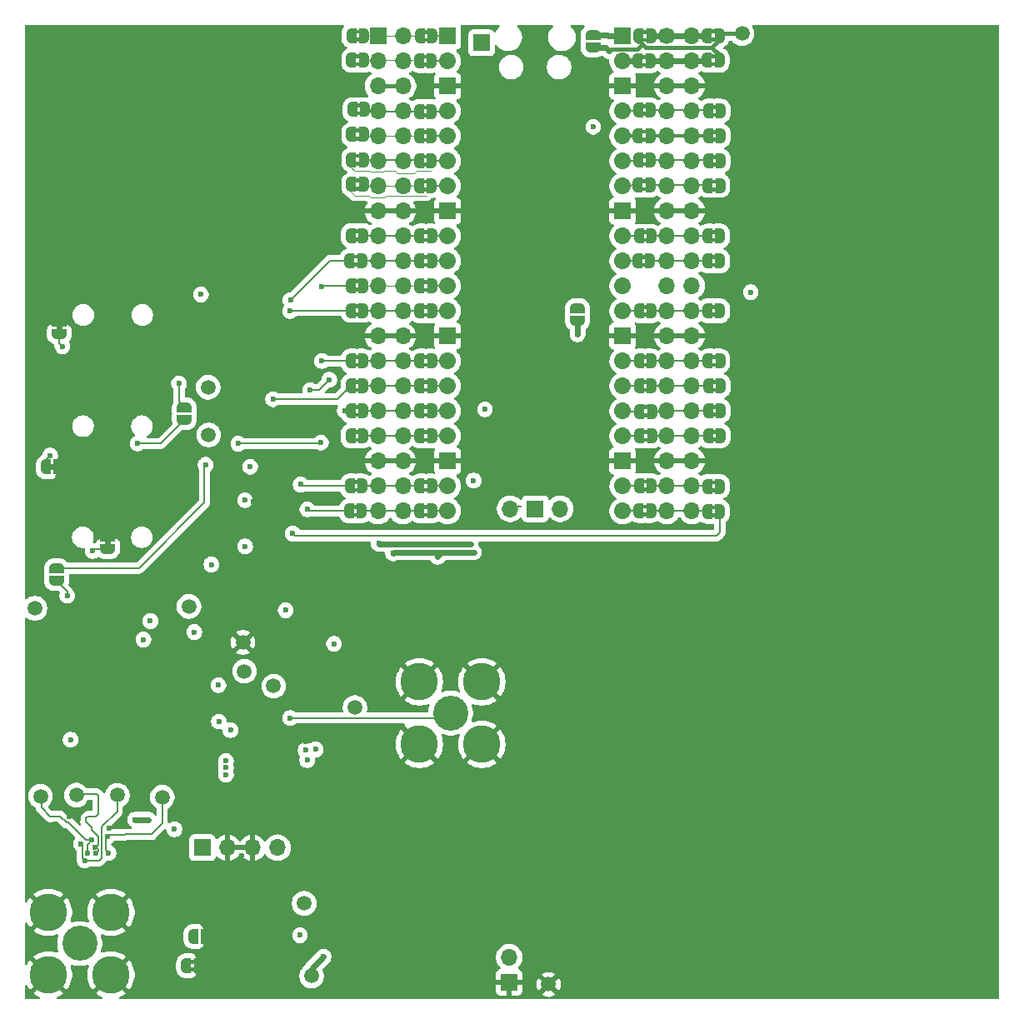
<source format=gbr>
%TF.GenerationSoftware,KiCad,Pcbnew,9.0.7-9.0.7~ubuntu24.04.1*%
%TF.CreationDate,2026-02-03T19:31:39-08:00*%
%TF.ProjectId,Frohne,46726f68-6e65-42e6-9b69-6361645f7063,rev?*%
%TF.SameCoordinates,Original*%
%TF.FileFunction,Copper,L4,Bot*%
%TF.FilePolarity,Positive*%
%FSLAX46Y46*%
G04 Gerber Fmt 4.6, Leading zero omitted, Abs format (unit mm)*
G04 Created by KiCad (PCBNEW 9.0.7-9.0.7~ubuntu24.04.1) date 2026-02-03 19:31:39*
%MOMM*%
%LPD*%
G01*
G04 APERTURE LIST*
G04 Aperture macros list*
%AMRoundRect*
0 Rectangle with rounded corners*
0 $1 Rounding radius*
0 $2 $3 $4 $5 $6 $7 $8 $9 X,Y pos of 4 corners*
0 Add a 4 corners polygon primitive as box body*
4,1,4,$2,$3,$4,$5,$6,$7,$8,$9,$2,$3,0*
0 Add four circle primitives for the rounded corners*
1,1,$1+$1,$2,$3*
1,1,$1+$1,$4,$5*
1,1,$1+$1,$6,$7*
1,1,$1+$1,$8,$9*
0 Add four rect primitives between the rounded corners*
20,1,$1+$1,$2,$3,$4,$5,0*
20,1,$1+$1,$4,$5,$6,$7,0*
20,1,$1+$1,$6,$7,$8,$9,0*
20,1,$1+$1,$8,$9,$2,$3,0*%
%AMFreePoly0*
4,1,23,0.500000,-0.750000,0.000000,-0.750000,0.000000,-0.745722,-0.065263,-0.745722,-0.191342,-0.711940,-0.304381,-0.646677,-0.396677,-0.554381,-0.461940,-0.441342,-0.495722,-0.315263,-0.495722,-0.250000,-0.500000,-0.250000,-0.500000,0.250000,-0.495722,0.250000,-0.495722,0.315263,-0.461940,0.441342,-0.396677,0.554381,-0.304381,0.646677,-0.191342,0.711940,-0.065263,0.745722,0.000000,0.745722,
0.000000,0.750000,0.500000,0.750000,0.500000,-0.750000,0.500000,-0.750000,$1*%
%AMFreePoly1*
4,1,23,0.000000,0.745722,0.065263,0.745722,0.191342,0.711940,0.304381,0.646677,0.396677,0.554381,0.461940,0.441342,0.495722,0.315263,0.495722,0.250000,0.500000,0.250000,0.500000,-0.250000,0.495722,-0.250000,0.495722,-0.315263,0.461940,-0.441342,0.396677,-0.554381,0.304381,-0.646677,0.191342,-0.711940,0.065263,-0.745722,0.000000,-0.745722,0.000000,-0.750000,-0.500000,-0.750000,
-0.500000,0.750000,0.000000,0.750000,0.000000,0.745722,0.000000,0.745722,$1*%
G04 Aperture macros list end*
%TA.AperFunction,EtchedComponent*%
%ADD10C,0.000000*%
%TD*%
%TA.AperFunction,ComponentPad*%
%ADD11C,0.500000*%
%TD*%
%TA.AperFunction,SMDPad,CuDef*%
%ADD12RoundRect,0.500000X2.000000X-2.000000X2.000000X2.000000X-2.000000X2.000000X-2.000000X-2.000000X0*%
%TD*%
%TA.AperFunction,ComponentPad*%
%ADD13C,1.500000*%
%TD*%
%TA.AperFunction,ComponentPad*%
%ADD14C,3.556000*%
%TD*%
%TA.AperFunction,ComponentPad*%
%ADD15C,3.810000*%
%TD*%
%TA.AperFunction,ComponentPad*%
%ADD16R,1.700000X1.700000*%
%TD*%
%TA.AperFunction,ComponentPad*%
%ADD17O,1.700000X1.700000*%
%TD*%
%TA.AperFunction,ComponentPad*%
%ADD18C,1.700000*%
%TD*%
%TA.AperFunction,SMDPad,CuDef*%
%ADD19FreePoly0,180.000000*%
%TD*%
%TA.AperFunction,SMDPad,CuDef*%
%ADD20FreePoly1,180.000000*%
%TD*%
%TA.AperFunction,SMDPad,CuDef*%
%ADD21FreePoly0,270.000000*%
%TD*%
%TA.AperFunction,SMDPad,CuDef*%
%ADD22FreePoly1,270.000000*%
%TD*%
%TA.AperFunction,SMDPad,CuDef*%
%ADD23FreePoly0,90.000000*%
%TD*%
%TA.AperFunction,SMDPad,CuDef*%
%ADD24FreePoly1,90.000000*%
%TD*%
%TA.AperFunction,ViaPad*%
%ADD25C,0.600000*%
%TD*%
%TA.AperFunction,Conductor*%
%ADD26C,0.600000*%
%TD*%
%TA.AperFunction,Conductor*%
%ADD27C,0.400000*%
%TD*%
%TA.AperFunction,Conductor*%
%ADD28C,0.127000*%
%TD*%
%TA.AperFunction,Conductor*%
%ADD29C,0.300000*%
%TD*%
%TA.AperFunction,Conductor*%
%ADD30C,0.100000*%
%TD*%
G04 APERTURE END LIST*
D10*
%TA.AperFunction,EtchedComponent*%
%TO.C,JP45*%
G36*
X164720000Y-67960000D02*
G01*
X164220000Y-67960000D01*
X164220000Y-67560000D01*
X164720000Y-67560000D01*
X164720000Y-67960000D01*
G37*
%TD.AperFunction*%
%TA.AperFunction,EtchedComponent*%
G36*
X164720000Y-68760000D02*
G01*
X164220000Y-68760000D01*
X164220000Y-68360000D01*
X164720000Y-68360000D01*
X164720000Y-68760000D01*
G37*
%TD.AperFunction*%
%TA.AperFunction,EtchedComponent*%
%TO.C,JP33*%
G36*
X171660000Y-78160000D02*
G01*
X171160000Y-78160000D01*
X171160000Y-77760000D01*
X171660000Y-77760000D01*
X171660000Y-78160000D01*
G37*
%TD.AperFunction*%
%TA.AperFunction,EtchedComponent*%
G36*
X171660000Y-78960000D02*
G01*
X171160000Y-78960000D01*
X171160000Y-78560000D01*
X171660000Y-78560000D01*
X171660000Y-78960000D01*
G37*
%TD.AperFunction*%
%TA.AperFunction,EtchedComponent*%
%TO.C,JP56*%
G36*
X142390000Y-47590000D02*
G01*
X141890000Y-47590000D01*
X141890000Y-47190000D01*
X142390000Y-47190000D01*
X142390000Y-47590000D01*
G37*
%TD.AperFunction*%
%TA.AperFunction,EtchedComponent*%
G36*
X142390000Y-48390000D02*
G01*
X141890000Y-48390000D01*
X141890000Y-47990000D01*
X142390000Y-47990000D01*
X142390000Y-48390000D01*
G37*
%TD.AperFunction*%
%TA.AperFunction,EtchedComponent*%
%TO.C,JP78*%
G36*
X135420000Y-65420000D02*
G01*
X134920000Y-65420000D01*
X134920000Y-65020000D01*
X135420000Y-65020000D01*
X135420000Y-65420000D01*
G37*
%TD.AperFunction*%
%TA.AperFunction,EtchedComponent*%
G36*
X135420000Y-66220000D02*
G01*
X134920000Y-66220000D01*
X134920000Y-65820000D01*
X135420000Y-65820000D01*
X135420000Y-66220000D01*
G37*
%TD.AperFunction*%
%TA.AperFunction,EtchedComponent*%
%TO.C,JP1*%
G36*
X118720000Y-126870000D02*
G01*
X118220000Y-126870000D01*
X118220000Y-126470000D01*
X118720000Y-126470000D01*
X118720000Y-126870000D01*
G37*
%TD.AperFunction*%
%TA.AperFunction,EtchedComponent*%
G36*
X118720000Y-127670000D02*
G01*
X118220000Y-127670000D01*
X118220000Y-127270000D01*
X118720000Y-127270000D01*
X118720000Y-127670000D01*
G37*
%TD.AperFunction*%
%TA.AperFunction,EtchedComponent*%
%TO.C,e3*%
G36*
X105230000Y-62530000D02*
G01*
X104630000Y-62530000D01*
X104630000Y-62030000D01*
X105230000Y-62030000D01*
X105230000Y-62530000D01*
G37*
%TD.AperFunction*%
%TA.AperFunction,EtchedComponent*%
%TO.C,JP58*%
G36*
X142410000Y-55260000D02*
G01*
X141910000Y-55260000D01*
X141910000Y-54860000D01*
X142410000Y-54860000D01*
X142410000Y-55260000D01*
G37*
%TD.AperFunction*%
%TA.AperFunction,EtchedComponent*%
G36*
X142410000Y-56060000D02*
G01*
X141910000Y-56060000D01*
X141910000Y-55660000D01*
X142410000Y-55660000D01*
X142410000Y-56060000D01*
G37*
%TD.AperFunction*%
%TA.AperFunction,EtchedComponent*%
%TO.C,JP77*%
G36*
X135420000Y-60280000D02*
G01*
X134920000Y-60280000D01*
X134920000Y-59880000D01*
X135420000Y-59880000D01*
X135420000Y-60280000D01*
G37*
%TD.AperFunction*%
%TA.AperFunction,EtchedComponent*%
G36*
X135420000Y-61080000D02*
G01*
X134920000Y-61080000D01*
X134920000Y-60680000D01*
X135420000Y-60680000D01*
X135420000Y-61080000D01*
G37*
%TD.AperFunction*%
%TA.AperFunction,EtchedComponent*%
%TO.C,JP74*%
G36*
X135460000Y-52660000D02*
G01*
X134960000Y-52660000D01*
X134960000Y-52260000D01*
X135460000Y-52260000D01*
X135460000Y-52660000D01*
G37*
%TD.AperFunction*%
%TA.AperFunction,EtchedComponent*%
G36*
X135460000Y-53460000D02*
G01*
X134960000Y-53460000D01*
X134960000Y-53060000D01*
X135460000Y-53060000D01*
X135460000Y-53460000D01*
G37*
%TD.AperFunction*%
%TA.AperFunction,EtchedComponent*%
%TO.C,JP25*%
G36*
X171710000Y-47585000D02*
G01*
X171210000Y-47585000D01*
X171210000Y-47185000D01*
X171710000Y-47185000D01*
X171710000Y-47585000D01*
G37*
%TD.AperFunction*%
%TA.AperFunction,EtchedComponent*%
G36*
X171710000Y-48385000D02*
G01*
X171210000Y-48385000D01*
X171210000Y-47985000D01*
X171710000Y-47985000D01*
X171710000Y-48385000D01*
G37*
%TD.AperFunction*%
%TA.AperFunction,EtchedComponent*%
%TO.C,JP66*%
G36*
X142410000Y-80660000D02*
G01*
X141910000Y-80660000D01*
X141910000Y-80260000D01*
X142410000Y-80260000D01*
X142410000Y-80660000D01*
G37*
%TD.AperFunction*%
%TA.AperFunction,EtchedComponent*%
G36*
X142410000Y-81460000D02*
G01*
X141910000Y-81460000D01*
X141910000Y-81060000D01*
X142410000Y-81060000D01*
X142410000Y-81460000D01*
G37*
%TD.AperFunction*%
%TA.AperFunction,EtchedComponent*%
%TO.C,JP79*%
G36*
X135420000Y-67960000D02*
G01*
X134920000Y-67960000D01*
X134920000Y-67560000D01*
X135420000Y-67560000D01*
X135420000Y-67960000D01*
G37*
%TD.AperFunction*%
%TA.AperFunction,EtchedComponent*%
G36*
X135420000Y-68760000D02*
G01*
X134920000Y-68760000D01*
X134920000Y-68360000D01*
X135420000Y-68360000D01*
X135420000Y-68760000D01*
G37*
%TD.AperFunction*%
%TA.AperFunction,EtchedComponent*%
%TO.C,JP71*%
G36*
X135485000Y-42410000D02*
G01*
X134985000Y-42410000D01*
X134985000Y-42010000D01*
X135485000Y-42010000D01*
X135485000Y-42410000D01*
G37*
%TD.AperFunction*%
%TA.AperFunction,EtchedComponent*%
G36*
X135485000Y-43210000D02*
G01*
X134985000Y-43210000D01*
X134985000Y-42810000D01*
X135485000Y-42810000D01*
X135485000Y-43210000D01*
G37*
%TD.AperFunction*%
%TA.AperFunction,EtchedComponent*%
%TO.C,JP76*%
G36*
X135430000Y-57740000D02*
G01*
X134930000Y-57740000D01*
X134930000Y-57340000D01*
X135430000Y-57340000D01*
X135430000Y-57740000D01*
G37*
%TD.AperFunction*%
%TA.AperFunction,EtchedComponent*%
G36*
X135430000Y-58540000D02*
G01*
X134930000Y-58540000D01*
X134930000Y-58140000D01*
X135430000Y-58140000D01*
X135430000Y-58540000D01*
G37*
%TD.AperFunction*%
%TA.AperFunction,EtchedComponent*%
%TO.C,e5*%
G36*
X110170000Y-84320000D02*
G01*
X109570000Y-84320000D01*
X109570000Y-83820000D01*
X110170000Y-83820000D01*
X110170000Y-84320000D01*
G37*
%TD.AperFunction*%
%TA.AperFunction,EtchedComponent*%
%TO.C,JP31*%
G36*
X171735000Y-70485000D02*
G01*
X171235000Y-70485000D01*
X171235000Y-70085000D01*
X171735000Y-70085000D01*
X171735000Y-70485000D01*
G37*
%TD.AperFunction*%
%TA.AperFunction,EtchedComponent*%
G36*
X171735000Y-71285000D02*
G01*
X171235000Y-71285000D01*
X171235000Y-70885000D01*
X171735000Y-70885000D01*
X171735000Y-71285000D01*
G37*
%TD.AperFunction*%
%TA.AperFunction,EtchedComponent*%
%TO.C,JP83*%
G36*
X135260000Y-80660000D02*
G01*
X134760000Y-80660000D01*
X134760000Y-80260000D01*
X135260000Y-80260000D01*
X135260000Y-80660000D01*
G37*
%TD.AperFunction*%
%TA.AperFunction,EtchedComponent*%
G36*
X135260000Y-81460000D02*
G01*
X134760000Y-81460000D01*
X134760000Y-81060000D01*
X135260000Y-81060000D01*
X135260000Y-81460000D01*
G37*
%TD.AperFunction*%
%TA.AperFunction,EtchedComponent*%
%TO.C,JP44*%
G36*
X164720000Y-65410000D02*
G01*
X164220000Y-65410000D01*
X164220000Y-65010000D01*
X164720000Y-65010000D01*
X164720000Y-65410000D01*
G37*
%TD.AperFunction*%
%TA.AperFunction,EtchedComponent*%
G36*
X164720000Y-66210000D02*
G01*
X164220000Y-66210000D01*
X164220000Y-65810000D01*
X164720000Y-65810000D01*
X164720000Y-66210000D01*
G37*
%TD.AperFunction*%
%TA.AperFunction,EtchedComponent*%
%TO.C,JP27*%
G36*
X171685000Y-55260000D02*
G01*
X171185000Y-55260000D01*
X171185000Y-54860000D01*
X171685000Y-54860000D01*
X171685000Y-55260000D01*
G37*
%TD.AperFunction*%
%TA.AperFunction,EtchedComponent*%
G36*
X171685000Y-56060000D02*
G01*
X171185000Y-56060000D01*
X171185000Y-55660000D01*
X171685000Y-55660000D01*
X171685000Y-56060000D01*
G37*
%TD.AperFunction*%
%TA.AperFunction,EtchedComponent*%
%TO.C,JP70*%
G36*
X135610000Y-39860000D02*
G01*
X135110000Y-39860000D01*
X135110000Y-39460000D01*
X135610000Y-39460000D01*
X135610000Y-39860000D01*
G37*
%TD.AperFunction*%
%TA.AperFunction,EtchedComponent*%
G36*
X135610000Y-40660000D02*
G01*
X135110000Y-40660000D01*
X135110000Y-40260000D01*
X135610000Y-40260000D01*
X135610000Y-40660000D01*
G37*
%TD.AperFunction*%
%TA.AperFunction,EtchedComponent*%
%TO.C,JP57*%
G36*
X142410000Y-52720000D02*
G01*
X141910000Y-52720000D01*
X141910000Y-52320000D01*
X142410000Y-52320000D01*
X142410000Y-52720000D01*
G37*
%TD.AperFunction*%
%TA.AperFunction,EtchedComponent*%
G36*
X142410000Y-53520000D02*
G01*
X141910000Y-53520000D01*
X141910000Y-53120000D01*
X142410000Y-53120000D01*
X142410000Y-53520000D01*
G37*
%TD.AperFunction*%
%TA.AperFunction,EtchedComponent*%
%TO.C,JP63*%
G36*
X142410000Y-70500000D02*
G01*
X141910000Y-70500000D01*
X141910000Y-70100000D01*
X142410000Y-70100000D01*
X142410000Y-70500000D01*
G37*
%TD.AperFunction*%
%TA.AperFunction,EtchedComponent*%
G36*
X142410000Y-71300000D02*
G01*
X141910000Y-71300000D01*
X141910000Y-70900000D01*
X142410000Y-70900000D01*
X142410000Y-71300000D01*
G37*
%TD.AperFunction*%
%TA.AperFunction,EtchedComponent*%
%TO.C,JP73*%
G36*
X135485000Y-47485000D02*
G01*
X134985000Y-47485000D01*
X134985000Y-47085000D01*
X135485000Y-47085000D01*
X135485000Y-47485000D01*
G37*
%TD.AperFunction*%
%TA.AperFunction,EtchedComponent*%
G36*
X135485000Y-48285000D02*
G01*
X134985000Y-48285000D01*
X134985000Y-47885000D01*
X135485000Y-47885000D01*
X135485000Y-48285000D01*
G37*
%TD.AperFunction*%
%TA.AperFunction,EtchedComponent*%
%TO.C,JP55*%
G36*
X142400000Y-45050000D02*
G01*
X141900000Y-45050000D01*
X141900000Y-44650000D01*
X142400000Y-44650000D01*
X142400000Y-45050000D01*
G37*
%TD.AperFunction*%
%TA.AperFunction,EtchedComponent*%
G36*
X142400000Y-45850000D02*
G01*
X141900000Y-45850000D01*
X141900000Y-45450000D01*
X142400000Y-45450000D01*
X142400000Y-45850000D01*
G37*
%TD.AperFunction*%
%TA.AperFunction,EtchedComponent*%
%TO.C,JP41*%
G36*
X164720000Y-52730000D02*
G01*
X164220000Y-52730000D01*
X164220000Y-52330000D01*
X164720000Y-52330000D01*
X164720000Y-52730000D01*
G37*
%TD.AperFunction*%
%TA.AperFunction,EtchedComponent*%
G36*
X164720000Y-53530000D02*
G01*
X164220000Y-53530000D01*
X164220000Y-53130000D01*
X164720000Y-53130000D01*
X164720000Y-53530000D01*
G37*
%TD.AperFunction*%
%TA.AperFunction,EtchedComponent*%
%TO.C,JP80*%
G36*
X135420000Y-70500000D02*
G01*
X134920000Y-70500000D01*
X134920000Y-70100000D01*
X135420000Y-70100000D01*
X135420000Y-70500000D01*
G37*
%TD.AperFunction*%
%TA.AperFunction,EtchedComponent*%
G36*
X135420000Y-71300000D02*
G01*
X134920000Y-71300000D01*
X134920000Y-70900000D01*
X135420000Y-70900000D01*
X135420000Y-71300000D01*
G37*
%TD.AperFunction*%
%TA.AperFunction,EtchedComponent*%
%TO.C,JP43*%
G36*
X164720000Y-60310000D02*
G01*
X164220000Y-60310000D01*
X164220000Y-59910000D01*
X164720000Y-59910000D01*
X164720000Y-60310000D01*
G37*
%TD.AperFunction*%
%TA.AperFunction,EtchedComponent*%
G36*
X164720000Y-61110000D02*
G01*
X164220000Y-61110000D01*
X164220000Y-60710000D01*
X164720000Y-60710000D01*
X164720000Y-61110000D01*
G37*
%TD.AperFunction*%
%TA.AperFunction,EtchedComponent*%
%TO.C,JP39*%
G36*
X164640000Y-45020000D02*
G01*
X164140000Y-45020000D01*
X164140000Y-44620000D01*
X164640000Y-44620000D01*
X164640000Y-45020000D01*
G37*
%TD.AperFunction*%
%TA.AperFunction,EtchedComponent*%
G36*
X164640000Y-45820000D02*
G01*
X164140000Y-45820000D01*
X164140000Y-45420000D01*
X164640000Y-45420000D01*
X164640000Y-45820000D01*
G37*
%TD.AperFunction*%
%TA.AperFunction,EtchedComponent*%
%TO.C,JP26*%
G36*
X171685000Y-52710000D02*
G01*
X171185000Y-52710000D01*
X171185000Y-52310000D01*
X171685000Y-52310000D01*
X171685000Y-52710000D01*
G37*
%TD.AperFunction*%
%TA.AperFunction,EtchedComponent*%
G36*
X171685000Y-53510000D02*
G01*
X171185000Y-53510000D01*
X171185000Y-53110000D01*
X171685000Y-53110000D01*
X171685000Y-53510000D01*
G37*
%TD.AperFunction*%
%TA.AperFunction,EtchedComponent*%
%TO.C,JP67*%
G36*
X135510000Y-32360000D02*
G01*
X135010000Y-32360000D01*
X135010000Y-31960000D01*
X135510000Y-31960000D01*
X135510000Y-32360000D01*
G37*
%TD.AperFunction*%
%TA.AperFunction,EtchedComponent*%
G36*
X135510000Y-33160000D02*
G01*
X135010000Y-33160000D01*
X135010000Y-32760000D01*
X135510000Y-32760000D01*
X135510000Y-33160000D01*
G37*
%TD.AperFunction*%
%TA.AperFunction,EtchedComponent*%
%TO.C,JP29*%
G36*
X171710000Y-65410000D02*
G01*
X171210000Y-65410000D01*
X171210000Y-65010000D01*
X171710000Y-65010000D01*
X171710000Y-65410000D01*
G37*
%TD.AperFunction*%
%TA.AperFunction,EtchedComponent*%
G36*
X171710000Y-66210000D02*
G01*
X171210000Y-66210000D01*
X171210000Y-65810000D01*
X171710000Y-65810000D01*
X171710000Y-66210000D01*
G37*
%TD.AperFunction*%
%TA.AperFunction,EtchedComponent*%
%TO.C,JP34*%
G36*
X171660000Y-80710000D02*
G01*
X171160000Y-80710000D01*
X171160000Y-80310000D01*
X171660000Y-80310000D01*
X171660000Y-80710000D01*
G37*
%TD.AperFunction*%
%TA.AperFunction,EtchedComponent*%
G36*
X171660000Y-81510000D02*
G01*
X171160000Y-81510000D01*
X171160000Y-81110000D01*
X171660000Y-81110000D01*
X171660000Y-81510000D01*
G37*
%TD.AperFunction*%
%TA.AperFunction,EtchedComponent*%
%TO.C,JP49*%
G36*
X164690000Y-80620000D02*
G01*
X164190000Y-80620000D01*
X164190000Y-80220000D01*
X164690000Y-80220000D01*
X164690000Y-80620000D01*
G37*
%TD.AperFunction*%
%TA.AperFunction,EtchedComponent*%
G36*
X164690000Y-81420000D02*
G01*
X164190000Y-81420000D01*
X164190000Y-81020000D01*
X164690000Y-81020000D01*
X164690000Y-81420000D01*
G37*
%TD.AperFunction*%
%TA.AperFunction,EtchedComponent*%
%TO.C,JP36*%
G36*
X164620000Y-34940000D02*
G01*
X164120000Y-34940000D01*
X164120000Y-34540000D01*
X164620000Y-34540000D01*
X164620000Y-34940000D01*
G37*
%TD.AperFunction*%
%TA.AperFunction,EtchedComponent*%
G36*
X164620000Y-35740000D02*
G01*
X164120000Y-35740000D01*
X164120000Y-35340000D01*
X164620000Y-35340000D01*
X164620000Y-35740000D01*
G37*
%TD.AperFunction*%
%TA.AperFunction,EtchedComponent*%
%TO.C,JP40*%
G36*
X164600000Y-47560000D02*
G01*
X164100000Y-47560000D01*
X164100000Y-47160000D01*
X164600000Y-47160000D01*
X164600000Y-47560000D01*
G37*
%TD.AperFunction*%
%TA.AperFunction,EtchedComponent*%
G36*
X164600000Y-48360000D02*
G01*
X164100000Y-48360000D01*
X164100000Y-47960000D01*
X164600000Y-47960000D01*
X164600000Y-48360000D01*
G37*
%TD.AperFunction*%
%TA.AperFunction,EtchedComponent*%
%TO.C,JP65*%
G36*
X142410000Y-78120000D02*
G01*
X141910000Y-78120000D01*
X141910000Y-77720000D01*
X142410000Y-77720000D01*
X142410000Y-78120000D01*
G37*
%TD.AperFunction*%
%TA.AperFunction,EtchedComponent*%
G36*
X142410000Y-78920000D02*
G01*
X141910000Y-78920000D01*
X141910000Y-78520000D01*
X142410000Y-78520000D01*
X142410000Y-78920000D01*
G37*
%TD.AperFunction*%
%TA.AperFunction,EtchedComponent*%
%TO.C,JP28*%
G36*
X171685000Y-60310000D02*
G01*
X171185000Y-60310000D01*
X171185000Y-59910000D01*
X171685000Y-59910000D01*
X171685000Y-60310000D01*
G37*
%TD.AperFunction*%
%TA.AperFunction,EtchedComponent*%
G36*
X171685000Y-61110000D02*
G01*
X171185000Y-61110000D01*
X171185000Y-60710000D01*
X171685000Y-60710000D01*
X171685000Y-61110000D01*
G37*
%TD.AperFunction*%
%TA.AperFunction,EtchedComponent*%
%TO.C,JP68*%
G36*
X135485000Y-34860000D02*
G01*
X134985000Y-34860000D01*
X134985000Y-34460000D01*
X135485000Y-34460000D01*
X135485000Y-34860000D01*
G37*
%TD.AperFunction*%
%TA.AperFunction,EtchedComponent*%
G36*
X135485000Y-35660000D02*
G01*
X134985000Y-35660000D01*
X134985000Y-35260000D01*
X135485000Y-35260000D01*
X135485000Y-35660000D01*
G37*
%TD.AperFunction*%
%TA.AperFunction,EtchedComponent*%
%TO.C,JP32*%
G36*
X171735000Y-73010000D02*
G01*
X171235000Y-73010000D01*
X171235000Y-72610000D01*
X171735000Y-72610000D01*
X171735000Y-73010000D01*
G37*
%TD.AperFunction*%
%TA.AperFunction,EtchedComponent*%
G36*
X171735000Y-73810000D02*
G01*
X171235000Y-73810000D01*
X171235000Y-73410000D01*
X171735000Y-73410000D01*
X171735000Y-73810000D01*
G37*
%TD.AperFunction*%
%TA.AperFunction,EtchedComponent*%
%TO.C,JP30*%
G36*
X171735000Y-67960000D02*
G01*
X171235000Y-67960000D01*
X171235000Y-67560000D01*
X171735000Y-67560000D01*
X171735000Y-67960000D01*
G37*
%TD.AperFunction*%
%TA.AperFunction,EtchedComponent*%
G36*
X171735000Y-68760000D02*
G01*
X171235000Y-68760000D01*
X171235000Y-68360000D01*
X171735000Y-68360000D01*
X171735000Y-68760000D01*
G37*
%TD.AperFunction*%
%TA.AperFunction,EtchedComponent*%
%TO.C,JP42*%
G36*
X164590000Y-55260000D02*
G01*
X164090000Y-55260000D01*
X164090000Y-54860000D01*
X164590000Y-54860000D01*
X164590000Y-55260000D01*
G37*
%TD.AperFunction*%
%TA.AperFunction,EtchedComponent*%
G36*
X164590000Y-56060000D02*
G01*
X164090000Y-56060000D01*
X164090000Y-55660000D01*
X164590000Y-55660000D01*
X164590000Y-56060000D01*
G37*
%TD.AperFunction*%
%TA.AperFunction,EtchedComponent*%
%TO.C,JP54*%
G36*
X142380000Y-42550000D02*
G01*
X141880000Y-42550000D01*
X141880000Y-42150000D01*
X142380000Y-42150000D01*
X142380000Y-42550000D01*
G37*
%TD.AperFunction*%
%TA.AperFunction,EtchedComponent*%
G36*
X142380000Y-43350000D02*
G01*
X141880000Y-43350000D01*
X141880000Y-42950000D01*
X142380000Y-42950000D01*
X142380000Y-43350000D01*
G37*
%TD.AperFunction*%
%TA.AperFunction,EtchedComponent*%
%TO.C,JP51*%
G36*
X142440000Y-32390000D02*
G01*
X141940000Y-32390000D01*
X141940000Y-31990000D01*
X142440000Y-31990000D01*
X142440000Y-32390000D01*
G37*
%TD.AperFunction*%
%TA.AperFunction,EtchedComponent*%
G36*
X142440000Y-33190000D02*
G01*
X141940000Y-33190000D01*
X141940000Y-32790000D01*
X142440000Y-32790000D01*
X142440000Y-33190000D01*
G37*
%TD.AperFunction*%
%TA.AperFunction,EtchedComponent*%
%TO.C,JP62*%
G36*
X142410000Y-67960000D02*
G01*
X141910000Y-67960000D01*
X141910000Y-67560000D01*
X142410000Y-67560000D01*
X142410000Y-67960000D01*
G37*
%TD.AperFunction*%
%TA.AperFunction,EtchedComponent*%
G36*
X142410000Y-68760000D02*
G01*
X141910000Y-68760000D01*
X141910000Y-68360000D01*
X142410000Y-68360000D01*
X142410000Y-68760000D01*
G37*
%TD.AperFunction*%
%TA.AperFunction,EtchedComponent*%
%TO.C,JP53*%
G36*
X142380000Y-40050000D02*
G01*
X141880000Y-40050000D01*
X141880000Y-39650000D01*
X142380000Y-39650000D01*
X142380000Y-40050000D01*
G37*
%TD.AperFunction*%
%TA.AperFunction,EtchedComponent*%
G36*
X142380000Y-40850000D02*
G01*
X141880000Y-40850000D01*
X141880000Y-40450000D01*
X142380000Y-40450000D01*
X142380000Y-40850000D01*
G37*
%TD.AperFunction*%
%TA.AperFunction,EtchedComponent*%
%TO.C,JP60*%
G36*
X142410000Y-60340000D02*
G01*
X141910000Y-60340000D01*
X141910000Y-59940000D01*
X142410000Y-59940000D01*
X142410000Y-60340000D01*
G37*
%TD.AperFunction*%
%TA.AperFunction,EtchedComponent*%
G36*
X142410000Y-61140000D02*
G01*
X141910000Y-61140000D01*
X141910000Y-60740000D01*
X142410000Y-60740000D01*
X142410000Y-61140000D01*
G37*
%TD.AperFunction*%
%TA.AperFunction,EtchedComponent*%
%TO.C,JP47*%
G36*
X164780000Y-73050000D02*
G01*
X164280000Y-73050000D01*
X164280000Y-72650000D01*
X164780000Y-72650000D01*
X164780000Y-73050000D01*
G37*
%TD.AperFunction*%
%TA.AperFunction,EtchedComponent*%
G36*
X164780000Y-73850000D02*
G01*
X164280000Y-73850000D01*
X164280000Y-73450000D01*
X164780000Y-73450000D01*
X164780000Y-73850000D01*
G37*
%TD.AperFunction*%
%TA.AperFunction,EtchedComponent*%
%TO.C,JP72*%
G36*
X135485000Y-44960000D02*
G01*
X134985000Y-44960000D01*
X134985000Y-44560000D01*
X135485000Y-44560000D01*
X135485000Y-44960000D01*
G37*
%TD.AperFunction*%
%TA.AperFunction,EtchedComponent*%
G36*
X135485000Y-45760000D02*
G01*
X134985000Y-45760000D01*
X134985000Y-45360000D01*
X135485000Y-45360000D01*
X135485000Y-45760000D01*
G37*
%TD.AperFunction*%
%TA.AperFunction,EtchedComponent*%
%TO.C,JP38*%
G36*
X164610000Y-42510000D02*
G01*
X164110000Y-42510000D01*
X164110000Y-42110000D01*
X164610000Y-42110000D01*
X164610000Y-42510000D01*
G37*
%TD.AperFunction*%
%TA.AperFunction,EtchedComponent*%
G36*
X164610000Y-43310000D02*
G01*
X164110000Y-43310000D01*
X164110000Y-42910000D01*
X164610000Y-42910000D01*
X164610000Y-43310000D01*
G37*
%TD.AperFunction*%
%TA.AperFunction,EtchedComponent*%
%TO.C,JP46*%
G36*
X164780000Y-70520000D02*
G01*
X164280000Y-70520000D01*
X164280000Y-70120000D01*
X164780000Y-70120000D01*
X164780000Y-70520000D01*
G37*
%TD.AperFunction*%
%TA.AperFunction,EtchedComponent*%
G36*
X164780000Y-71320000D02*
G01*
X164280000Y-71320000D01*
X164280000Y-70920000D01*
X164780000Y-70920000D01*
X164780000Y-71320000D01*
G37*
%TD.AperFunction*%
%TA.AperFunction,EtchedComponent*%
%TO.C,JP61*%
G36*
X142410000Y-65420000D02*
G01*
X141910000Y-65420000D01*
X141910000Y-65020000D01*
X142410000Y-65020000D01*
X142410000Y-65420000D01*
G37*
%TD.AperFunction*%
%TA.AperFunction,EtchedComponent*%
G36*
X142410000Y-66220000D02*
G01*
X141910000Y-66220000D01*
X141910000Y-65820000D01*
X142410000Y-65820000D01*
X142410000Y-66220000D01*
G37*
%TD.AperFunction*%
%TA.AperFunction,EtchedComponent*%
%TO.C,JP81*%
G36*
X135420000Y-73040000D02*
G01*
X134920000Y-73040000D01*
X134920000Y-72640000D01*
X135420000Y-72640000D01*
X135420000Y-73040000D01*
G37*
%TD.AperFunction*%
%TA.AperFunction,EtchedComponent*%
G36*
X135420000Y-73840000D02*
G01*
X134920000Y-73840000D01*
X134920000Y-73440000D01*
X135420000Y-73440000D01*
X135420000Y-73840000D01*
G37*
%TD.AperFunction*%
%TA.AperFunction,EtchedComponent*%
%TO.C,JP64*%
G36*
X142410000Y-73040000D02*
G01*
X141910000Y-73040000D01*
X141910000Y-72640000D01*
X142410000Y-72640000D01*
X142410000Y-73040000D01*
G37*
%TD.AperFunction*%
%TA.AperFunction,EtchedComponent*%
G36*
X142410000Y-73840000D02*
G01*
X141910000Y-73840000D01*
X141910000Y-73440000D01*
X142410000Y-73440000D01*
X142410000Y-73840000D01*
G37*
%TD.AperFunction*%
%TA.AperFunction,EtchedComponent*%
%TO.C,JP48*%
G36*
X164730000Y-78080000D02*
G01*
X164230000Y-78080000D01*
X164230000Y-77680000D01*
X164730000Y-77680000D01*
X164730000Y-78080000D01*
G37*
%TD.AperFunction*%
%TA.AperFunction,EtchedComponent*%
G36*
X164730000Y-78880000D02*
G01*
X164230000Y-78880000D01*
X164230000Y-78480000D01*
X164730000Y-78480000D01*
X164730000Y-78880000D01*
G37*
%TD.AperFunction*%
%TA.AperFunction,EtchedComponent*%
%TO.C,JP75*%
G36*
X135310000Y-55210000D02*
G01*
X134810000Y-55210000D01*
X134810000Y-54810000D01*
X135310000Y-54810000D01*
X135310000Y-55210000D01*
G37*
%TD.AperFunction*%
%TA.AperFunction,EtchedComponent*%
G36*
X135310000Y-56010000D02*
G01*
X134810000Y-56010000D01*
X134810000Y-55610000D01*
X135310000Y-55610000D01*
X135310000Y-56010000D01*
G37*
%TD.AperFunction*%
%TA.AperFunction,EtchedComponent*%
%TO.C,JP24*%
G36*
X171735000Y-45085000D02*
G01*
X171235000Y-45085000D01*
X171235000Y-44685000D01*
X171735000Y-44685000D01*
X171735000Y-45085000D01*
G37*
%TD.AperFunction*%
%TA.AperFunction,EtchedComponent*%
G36*
X171735000Y-45885000D02*
G01*
X171235000Y-45885000D01*
X171235000Y-45485000D01*
X171735000Y-45485000D01*
X171735000Y-45885000D01*
G37*
%TD.AperFunction*%
%TA.AperFunction,EtchedComponent*%
%TO.C,JP52*%
G36*
X142380000Y-34900000D02*
G01*
X141880000Y-34900000D01*
X141880000Y-34500000D01*
X142380000Y-34500000D01*
X142380000Y-34900000D01*
G37*
%TD.AperFunction*%
%TA.AperFunction,EtchedComponent*%
G36*
X142380000Y-35700000D02*
G01*
X141880000Y-35700000D01*
X141880000Y-35300000D01*
X142380000Y-35300000D01*
X142380000Y-35700000D01*
G37*
%TD.AperFunction*%
%TA.AperFunction,EtchedComponent*%
%TO.C,JP23*%
G36*
X171735000Y-42535000D02*
G01*
X171235000Y-42535000D01*
X171235000Y-42135000D01*
X171735000Y-42135000D01*
X171735000Y-42535000D01*
G37*
%TD.AperFunction*%
%TA.AperFunction,EtchedComponent*%
G36*
X171735000Y-43335000D02*
G01*
X171235000Y-43335000D01*
X171235000Y-42935000D01*
X171735000Y-42935000D01*
X171735000Y-43335000D01*
G37*
%TD.AperFunction*%
%TA.AperFunction,EtchedComponent*%
%TO.C,JP22*%
G36*
X171735000Y-40010000D02*
G01*
X171235000Y-40010000D01*
X171235000Y-39610000D01*
X171735000Y-39610000D01*
X171735000Y-40010000D01*
G37*
%TD.AperFunction*%
%TA.AperFunction,EtchedComponent*%
G36*
X171735000Y-40810000D02*
G01*
X171235000Y-40810000D01*
X171235000Y-40410000D01*
X171735000Y-40410000D01*
X171735000Y-40810000D01*
G37*
%TD.AperFunction*%
%TA.AperFunction,EtchedComponent*%
%TO.C,JP59*%
G36*
X142410000Y-57800000D02*
G01*
X141910000Y-57800000D01*
X141910000Y-57400000D01*
X142410000Y-57400000D01*
X142410000Y-57800000D01*
G37*
%TD.AperFunction*%
%TA.AperFunction,EtchedComponent*%
G36*
X142410000Y-58600000D02*
G01*
X141910000Y-58600000D01*
X141910000Y-58200000D01*
X142410000Y-58200000D01*
X142410000Y-58600000D01*
G37*
%TD.AperFunction*%
%TA.AperFunction,EtchedComponent*%
%TO.C,JP37*%
G36*
X164640000Y-39910000D02*
G01*
X164140000Y-39910000D01*
X164140000Y-39510000D01*
X164640000Y-39510000D01*
X164640000Y-39910000D01*
G37*
%TD.AperFunction*%
%TA.AperFunction,EtchedComponent*%
G36*
X164640000Y-40710000D02*
G01*
X164140000Y-40710000D01*
X164140000Y-40310000D01*
X164640000Y-40310000D01*
X164640000Y-40710000D01*
G37*
%TD.AperFunction*%
%TA.AperFunction,EtchedComponent*%
%TO.C,JP82*%
G36*
X135335000Y-78110000D02*
G01*
X134835000Y-78110000D01*
X134835000Y-77710000D01*
X135335000Y-77710000D01*
X135335000Y-78110000D01*
G37*
%TD.AperFunction*%
%TA.AperFunction,EtchedComponent*%
G36*
X135335000Y-78910000D02*
G01*
X134835000Y-78910000D01*
X134835000Y-78510000D01*
X135335000Y-78510000D01*
X135335000Y-78910000D01*
G37*
%TD.AperFunction*%
%TA.AperFunction,EtchedComponent*%
%TO.C,JP21*%
G36*
X171635000Y-34860000D02*
G01*
X171135000Y-34860000D01*
X171135000Y-34460000D01*
X171635000Y-34460000D01*
X171635000Y-34860000D01*
G37*
%TD.AperFunction*%
%TA.AperFunction,EtchedComponent*%
G36*
X171635000Y-35660000D02*
G01*
X171135000Y-35660000D01*
X171135000Y-35260000D01*
X171635000Y-35260000D01*
X171635000Y-35660000D01*
G37*
%TD.AperFunction*%
%TA.AperFunction,EtchedComponent*%
%TO.C,e4*%
G36*
X104460000Y-76690000D02*
G01*
X103960000Y-76690000D01*
X103960000Y-76090000D01*
X104460000Y-76090000D01*
X104460000Y-76690000D01*
G37*
%TD.AperFunction*%
%TA.AperFunction,EtchedComponent*%
%TO.C,JP20*%
G36*
X171635000Y-32335000D02*
G01*
X171135000Y-32335000D01*
X171135000Y-31935000D01*
X171635000Y-31935000D01*
X171635000Y-32335000D01*
G37*
%TD.AperFunction*%
%TA.AperFunction,EtchedComponent*%
G36*
X171635000Y-33135000D02*
G01*
X171135000Y-33135000D01*
X171135000Y-32735000D01*
X171635000Y-32735000D01*
X171635000Y-33135000D01*
G37*
%TD.AperFunction*%
%TA.AperFunction,EtchedComponent*%
%TO.C,JP35*%
G36*
X164700000Y-32390000D02*
G01*
X164200000Y-32390000D01*
X164200000Y-31990000D01*
X164700000Y-31990000D01*
X164700000Y-32390000D01*
G37*
%TD.AperFunction*%
%TA.AperFunction,EtchedComponent*%
G36*
X164700000Y-33190000D02*
G01*
X164200000Y-33190000D01*
X164200000Y-32790000D01*
X164700000Y-32790000D01*
X164700000Y-33190000D01*
G37*
%TD.AperFunction*%
%TD*%
D11*
%TO.P,U6,4,GND*%
%TO.N,GND*%
X150310000Y-58050000D03*
X152310000Y-58050000D03*
X154310000Y-58050000D03*
X150310000Y-56050000D03*
X152310000Y-56050000D03*
D12*
X152310000Y-56050000D03*
D11*
X154310000Y-56050000D03*
X150310000Y-54050000D03*
X152310000Y-54050000D03*
X154310000Y-54050000D03*
%TD*%
D13*
%TO.P,TP1,1,1*%
%TO.N,Net-(C3-Pad2)*%
X120060000Y-68290000D03*
%TD*%
D14*
%TO.P,J11,1,In*%
%TO.N,Net-(J11-In)*%
X107005000Y-124815000D03*
D15*
%TO.P,J11,2,Ext*%
%TO.N,GND*%
X103830000Y-121640000D03*
X103830000Y-127990000D03*
X110180000Y-121640000D03*
X110180000Y-127990000D03*
%TD*%
D13*
%TO.P,TP10,1,1*%
%TO.N,GND*%
X123600000Y-94220000D03*
%TD*%
%TO.P,TP14,1,1*%
%TO.N,Net-(U7-1B1)*%
X103030000Y-109840000D03*
%TD*%
D16*
%TO.P,Je3,1,Pin_1*%
%TO.N,Net-(JP86-A)*%
X119480000Y-115080000D03*
D17*
%TO.P,Je3,2,Pin_2*%
%TO.N,GND*%
X122020000Y-115080000D03*
%TO.P,Je3,3,Pin_3*%
X124560000Y-115080000D03*
%TO.P,Je3,4,Pin_4*%
%TO.N,Net-(JP86-B)*%
X127100000Y-115080000D03*
%TD*%
D16*
%TO.P,J5,1,Pin_1*%
%TO.N,GND*%
X150650000Y-128750000D03*
D17*
%TO.P,J5,2,Pin_2*%
%TO.N,Net-(J5-Pin_2)*%
X150650000Y-126210000D03*
%TD*%
D13*
%TO.P,TP25,1,1*%
%TO.N,+4.7V*%
X174310000Y-32350000D03*
%TD*%
%TO.P,TP12,1,1*%
%TO.N,GND*%
X154660000Y-128960000D03*
%TD*%
D17*
%TO.P,J3,21,Pin_20*%
%TO.N,Net-(J3-Pin_20)*%
X166680000Y-80840000D03*
X169220000Y-80840000D03*
%TO.P,J3,22,Pin_19*%
%TO.N,Net-(J3-Pin_19)*%
X166680000Y-78300000D03*
X169220000Y-78300000D03*
%TO.P,J3,23,Pin_18*%
%TO.N,GND*%
X166680000Y-75760000D03*
X169220000Y-75760000D03*
%TO.P,J3,24,Pin_17*%
%TO.N,Net-(J3-Pin_17)*%
X166680000Y-73220000D03*
X169220000Y-73220000D03*
%TO.P,J3,25,Pin_16*%
%TO.N,Net-(J3-Pin_16)*%
X166680000Y-70680000D03*
X169220000Y-70680000D03*
%TO.P,J3,26,Pin_15*%
%TO.N,Net-(J3-Pin_15)*%
X166680000Y-68140000D03*
X169220000Y-68140000D03*
%TO.P,J3,27,Pin_14*%
%TO.N,Net-(J3-Pin_14)*%
X166680000Y-65600000D03*
X169220000Y-65600000D03*
%TO.P,J3,28,Pin_28*%
%TO.N,GND*%
X166680000Y-63060000D03*
X169220000Y-63060000D03*
%TO.P,J3,29,Pin_12*%
%TO.N,Net-(J3-Pin_12)*%
X166680000Y-60520000D03*
X169220000Y-60520000D03*
%TO.P,J3,30,Pin_11*%
%TO.N,+3.3V*%
X166680000Y-57980000D03*
X169220000Y-57980000D03*
%TO.P,J3,31,Pin_10*%
%TO.N,Net-(J3-Pin_10)*%
X166680000Y-55440000D03*
X169220000Y-55440000D03*
%TO.P,J3,32,Pin_9*%
%TO.N,Net-(J3-Pin_32)*%
X166680000Y-52900000D03*
X169220000Y-52900000D03*
%TO.P,J3,33,Pin_8*%
%TO.N,GND*%
X166680000Y-50360000D03*
X169220000Y-50360000D03*
%TO.P,J3,34,Pin_7*%
%TO.N,Net-(J3-Pin_34)*%
X166680000Y-47820000D03*
X169220000Y-47820000D03*
%TO.P,J3,35,Pin_6*%
%TO.N,Net-(J3-Pin_35)*%
X166680000Y-45280000D03*
X169220000Y-45280000D03*
%TO.P,J3,36,Pin_5*%
%TO.N,Net-(J3-Pin_36)*%
X166680000Y-42740000D03*
X169220000Y-42740000D03*
%TO.P,J3,37,Pin_4*%
%TO.N,Net-(J3-Pin_37)*%
X166680000Y-40200000D03*
X169220000Y-40200000D03*
%TO.P,J3,38,Pin_3*%
%TO.N,GND*%
X166680000Y-37660000D03*
X169220000Y-37660000D03*
%TO.P,J3,39,Pin_2*%
%TO.N,Net-(J3-Pin_2)*%
X166680000Y-35120000D03*
X169220000Y-35120000D03*
D18*
%TO.P,J3,40,Pin_1*%
%TO.N,Net-(J3-Pin_1)*%
X166680000Y-32580000D03*
D17*
X169220000Y-32580000D03*
%TD*%
D13*
%TO.P,TP18,1,1*%
%TO.N,Net-(C21-Pad2)*%
X102460000Y-90740000D03*
%TD*%
%TO.P,TP2,1,1*%
%TO.N,Net-(C4-Pad2)*%
X120110000Y-73130000D03*
%TD*%
D17*
%TO.P,U3,1,GPIO0*%
%TO.N,Net-(J4-Pin_1)*%
X144400000Y-32600000D03*
%TO.P,U3,2,GPIO1*%
%TO.N,Net-(J4-Pin_2)*%
X144400000Y-35140000D03*
D16*
%TO.P,U3,3,GND*%
%TO.N,GND*%
X144400000Y-37680000D03*
D17*
%TO.P,U3,4,GPIO2*%
%TO.N,Net-(J4-Pin_4)*%
X144400000Y-40220000D03*
%TO.P,U3,5,GPIO3*%
%TO.N,Net-(J4-Pin_5)*%
X144400000Y-42760000D03*
%TO.P,U3,6,GPIO4*%
%TO.N,Net-(J4-Pin_6)*%
X144400000Y-45300000D03*
%TO.P,U3,7,GPIO5*%
%TO.N,Net-(J4-Pin_7)*%
X144400000Y-47840000D03*
D16*
%TO.P,U3,8,GND*%
%TO.N,GND*%
X144400000Y-50380000D03*
D17*
%TO.P,U3,9,GPIO6*%
%TO.N,Net-(J4-Pin_9)*%
X144400000Y-52920000D03*
%TO.P,U3,10,GPIO7*%
%TO.N,Net-(J4-Pin_10)*%
X144400000Y-55460000D03*
%TO.P,U3,11,GPIO8*%
%TO.N,Net-(J4-Pin_11)*%
X144400000Y-58000000D03*
%TO.P,U3,12,GPIO9*%
%TO.N,Net-(J4-Pin_12)*%
X144400000Y-60540000D03*
D16*
%TO.P,U3,13,GND*%
%TO.N,GND*%
X144400000Y-63080000D03*
D17*
%TO.P,U3,14,GPIO10*%
%TO.N,Net-(J4-Pin_14)*%
X144400000Y-65620000D03*
%TO.P,U3,15,GPIO11*%
%TO.N,Net-(J4-Pin_15)*%
X144400000Y-68160000D03*
%TO.P,U3,16,GPIO12*%
%TO.N,Net-(J4-Pin_16)*%
X144400000Y-70700000D03*
%TO.P,U3,17,GPIO13*%
%TO.N,Net-(J4-Pin_17)*%
X144400000Y-73240000D03*
D16*
%TO.P,U3,18,GND*%
%TO.N,GND*%
X144400000Y-75780000D03*
D17*
%TO.P,U3,19,GPIO14*%
%TO.N,Net-(J4-Pin_19)*%
X144400000Y-78320000D03*
%TO.P,U3,20,GPIO15*%
%TO.N,Net-(J4-Pin_20)*%
X144400000Y-80860000D03*
%TO.P,U3,21,GPIO16*%
%TO.N,Net-(J10-Pin_20)*%
X162180000Y-80860000D03*
%TO.P,U3,22,GPIO17*%
%TO.N,Net-(J10-Pin_19)*%
X162180000Y-78320000D03*
D16*
%TO.P,U3,23,GND*%
%TO.N,GND*%
X162180000Y-75780000D03*
D17*
%TO.P,U3,24,GPIO18*%
%TO.N,Net-(J10-Pin_17)*%
X162180000Y-73240000D03*
%TO.P,U3,25,GPIO19*%
%TO.N,Net-(J10-Pin_16)*%
X162180000Y-70700000D03*
%TO.P,U3,26,GPIO20*%
%TO.N,Net-(J10-Pin_15)*%
X162180000Y-68160000D03*
%TO.P,U3,27,GPIO21*%
%TO.N,Net-(J10-Pin_14)*%
X162180000Y-65620000D03*
D16*
%TO.P,U3,28,GND*%
%TO.N,GND*%
X162180000Y-63080000D03*
D17*
%TO.P,U3,29,GPIO22*%
%TO.N,Net-(J10-Pin_12)*%
X162180000Y-60540000D03*
%TO.P,U3,30,RUN*%
%TO.N,/Raspberry_Pi_Pico/RST*%
X162180000Y-58000000D03*
%TO.P,U3,31,GPIO26_ADC0*%
%TO.N,Net-(J10-Pin_10)*%
X162180000Y-55460000D03*
%TO.P,U3,32,GPIO27_ADC1*%
%TO.N,Net-(J10-Pin_9)*%
X162180000Y-52920000D03*
D16*
%TO.P,U3,33,AGND*%
%TO.N,GND*%
X162180000Y-50380000D03*
D17*
%TO.P,U3,34,GPIO28_ADC2*%
%TO.N,Net-(J10-Pin_7)*%
X162180000Y-47840000D03*
%TO.P,U3,35,ADC_VREF*%
%TO.N,Net-(J10-Pin_6)*%
X162180000Y-45300000D03*
%TO.P,U3,36,3V3*%
%TO.N,Net-(J10-Pin_5)*%
X162180000Y-42760000D03*
%TO.P,U3,37,3V3_EN*%
%TO.N,Net-(J10-Pin_4)*%
X162180000Y-40220000D03*
D16*
%TO.P,U3,38,GND*%
%TO.N,GND*%
X162180000Y-37680000D03*
D17*
%TO.P,U3,39,VSYS*%
%TO.N,Net-(J10-Pin_2)*%
X162180000Y-35140000D03*
%TO.P,U3,40,VBUS*%
%TO.N,Net-(J10-Pin_1)*%
X162180000Y-32600000D03*
%TO.P,U3,41,SWCLK*%
%TO.N,unconnected-(U3-SWCLK-Pad41)*%
X150750000Y-80630000D03*
D16*
%TO.P,U3,42,GND*%
%TO.N,unconnected-(U3-GND-Pad42)*%
X153290000Y-80630000D03*
D17*
%TO.P,U3,43,SWDIO*%
%TO.N,unconnected-(U3-SWDIO-Pad43)_1*%
X155830000Y-80630000D03*
%TD*%
D13*
%TO.P,TP16,1,1*%
%TO.N,Net-(U7-1B2)*%
X106680000Y-109730000D03*
%TD*%
%TO.P,TP4,1,1*%
%TO.N,Net-(U4-CLK1)*%
X126720000Y-98650000D03*
%TD*%
%TO.P,TP11,1,1*%
%TO.N,Net-(TR1-C_RX)*%
X129820000Y-120730000D03*
%TD*%
%TO.P,TP3,1,1*%
%TO.N,Net-(U4-CLK0)*%
X134970000Y-100840000D03*
%TD*%
D16*
%TO.P,J7,1,Pin_1*%
%TO.N,Net-(J10-Pin_1)*%
X147830000Y-33290000D03*
%TD*%
D13*
%TO.P,TP5,1,1*%
%TO.N,/Si5351a/CLK2*%
X123740000Y-97150000D03*
%TD*%
D16*
%TO.P,J4,1,Pin_1*%
%TO.N,Net-(J4-Pin_1)*%
X144400000Y-32600000D03*
D18*
%TO.P,J4,2,Pin_2*%
%TO.N,Net-(J4-Pin_2)*%
X144400000Y-35140000D03*
%TO.P,J4,3,Pin_3*%
%TO.N,GND*%
X144400000Y-37680000D03*
%TO.P,J4,4,Pin_4*%
%TO.N,Net-(J4-Pin_4)*%
X144400000Y-40220000D03*
%TO.P,J4,5,Pin_5*%
%TO.N,Net-(J4-Pin_5)*%
X144400000Y-42760000D03*
%TO.P,J4,6,Pin_6*%
%TO.N,Net-(J4-Pin_6)*%
X144400000Y-45300000D03*
%TO.P,J4,7,Pin_7*%
%TO.N,Net-(J4-Pin_7)*%
X144400000Y-47840000D03*
%TO.P,J4,8,Pin_8*%
%TO.N,GND*%
X144400000Y-50380000D03*
%TO.P,J4,9,Pin_9*%
%TO.N,Net-(J4-Pin_9)*%
X144400000Y-52920000D03*
%TO.P,J4,10,Pin_10*%
%TO.N,Net-(J4-Pin_10)*%
X144400000Y-55460000D03*
%TO.P,J4,11,Pin_11*%
%TO.N,Net-(J4-Pin_11)*%
X144400000Y-58000000D03*
%TO.P,J4,12,Pin_12*%
%TO.N,Net-(J4-Pin_12)*%
X144400000Y-60540000D03*
%TO.P,J4,13,Pin_13*%
%TO.N,GND*%
X144400000Y-63080000D03*
%TO.P,J4,14,Pin_14*%
%TO.N,Net-(J4-Pin_14)*%
X144400000Y-65620000D03*
%TO.P,J4,15,Pin_15*%
%TO.N,Net-(J4-Pin_15)*%
X144400000Y-68160000D03*
%TO.P,J4,16,Pin_16*%
%TO.N,Net-(J4-Pin_16)*%
X144400000Y-70700000D03*
%TO.P,J4,17,Pin_17*%
%TO.N,Net-(J4-Pin_17)*%
X144400000Y-73240000D03*
%TO.P,J4,18,Pin_18*%
%TO.N,GND*%
X144400000Y-75780000D03*
%TO.P,J4,19,Pin_19*%
%TO.N,Net-(J4-Pin_19)*%
X144400000Y-78320000D03*
%TO.P,J4,20,Pin_20*%
%TO.N,Net-(J4-Pin_20)*%
X144400000Y-80860000D03*
%TD*%
D13*
%TO.P,TP17,1,1*%
%TO.N,Net-(C18-Pad2)*%
X118110000Y-90560000D03*
%TD*%
D14*
%TO.P,J8,1,In*%
%TO.N,/Si5351a/CLK2*%
X144705000Y-101395000D03*
D15*
%TO.P,J8,2,Ext*%
%TO.N,GND*%
X147880000Y-104570000D03*
X147880000Y-98220000D03*
X141530000Y-104570000D03*
X141530000Y-98220000D03*
%TD*%
D13*
%TO.P,TP7,1,1*%
%TO.N,Net-(U5B-+)*%
X115400000Y-109950000D03*
%TD*%
%TO.P,TP6,1,1*%
%TO.N,Net-(U5A-+)*%
X110840000Y-109740000D03*
%TD*%
D18*
%TO.P,J10,21,Pin_20*%
%TO.N,Net-(J10-Pin_20)*%
X162180000Y-80860000D03*
%TO.P,J10,22,Pin_19*%
%TO.N,Net-(J10-Pin_19)*%
X162180000Y-78320000D03*
%TO.P,J10,23,Pin_18*%
%TO.N,GND*%
X162180000Y-75780000D03*
%TO.P,J10,24,Pin_17*%
%TO.N,Net-(J10-Pin_17)*%
X162180000Y-73240000D03*
%TO.P,J10,25,Pin_16*%
%TO.N,Net-(J10-Pin_16)*%
X162180000Y-70700000D03*
%TO.P,J10,26,Pin_15*%
%TO.N,Net-(J10-Pin_15)*%
X162180000Y-68160000D03*
%TO.P,J10,27,Pin_14*%
%TO.N,Net-(J10-Pin_14)*%
X162180000Y-65620000D03*
%TO.P,J10,28,Pin_13*%
%TO.N,GND*%
X162180000Y-63080000D03*
%TO.P,J10,29,Pin_12*%
%TO.N,Net-(J10-Pin_12)*%
X162180000Y-60540000D03*
%TO.P,J10,30,Pin_11*%
%TO.N,/Raspberry_Pi_Pico/RST*%
X162180000Y-58000000D03*
%TO.P,J10,31,Pin_10*%
%TO.N,Net-(J10-Pin_10)*%
X162180000Y-55460000D03*
%TO.P,J10,32,Pin_9*%
%TO.N,Net-(J10-Pin_9)*%
X162180000Y-52920000D03*
%TO.P,J10,33,Pin_8*%
%TO.N,GND*%
X162180000Y-50380000D03*
%TO.P,J10,34,Pin_7*%
%TO.N,Net-(J10-Pin_7)*%
X162180000Y-47840000D03*
%TO.P,J10,35,Pin_6*%
%TO.N,Net-(J10-Pin_6)*%
X162180000Y-45300000D03*
%TO.P,J10,36,Pin_5*%
%TO.N,Net-(J10-Pin_5)*%
X162180000Y-42760000D03*
%TO.P,J10,37,Pin_4*%
%TO.N,Net-(J10-Pin_4)*%
X162180000Y-40220000D03*
%TO.P,J10,38,Pin_3*%
%TO.N,GND*%
X162180000Y-37680000D03*
%TO.P,J10,39,Pin_2*%
%TO.N,Net-(J10-Pin_2)*%
X162180000Y-35140000D03*
D16*
%TO.P,J10,40,Pin_1*%
%TO.N,Net-(J10-Pin_1)*%
X162180000Y-32600000D03*
%TD*%
D13*
%TO.P,TP26,1,1*%
%TO.N,VDDA*%
X130570000Y-128120000D03*
%TD*%
D16*
%TO.P,J2,1,Pin_1*%
%TO.N,Net-(J2-Pin_1)*%
X137310000Y-32606000D03*
D17*
X139850000Y-32606000D03*
%TO.P,J2,2,Pin_2*%
%TO.N,Net-(J2-Pin_2)*%
X137310000Y-35146000D03*
X139850000Y-35146000D03*
%TO.P,J2,3,Pin_3*%
%TO.N,+3.3V*%
X137310000Y-37686000D03*
X139850000Y-37686000D03*
%TO.P,J2,4,Pin_4*%
%TO.N,Net-(J2-Pin_37)*%
X137310000Y-40226000D03*
X139850000Y-40226000D03*
%TO.P,J2,5,Pin_5*%
%TO.N,Net-(J2-Pin_36)*%
X137310000Y-42766000D03*
X139850000Y-42766000D03*
%TO.P,J2,6,Pin_6*%
%TO.N,Net-(J2-Pin_35)*%
X137310000Y-45306000D03*
X139850000Y-45306000D03*
%TO.P,J2,7,Pin_7*%
%TO.N,Net-(J2-Pin_34)*%
X137310000Y-47846000D03*
X139850000Y-47846000D03*
%TO.P,J2,8,Pin_33*%
%TO.N,GND*%
X137310000Y-50386000D03*
X139850000Y-50386000D03*
%TO.P,J2,9,Pin_9*%
%TO.N,Net-(J2-Pin_32)*%
X137310000Y-52926000D03*
X139850000Y-52926000D03*
%TO.P,J2,10,Pin_10*%
%TO.N,Net-(J2-Pin_10)*%
X137310000Y-55466000D03*
X139850000Y-55466000D03*
%TO.P,J2,11,Pin_11*%
%TO.N,Net-(J2-Pin_11)*%
X137310000Y-58006000D03*
X139850000Y-58006000D03*
%TO.P,J2,12,Pin_12*%
%TO.N,Net-(J2-Pin_12)*%
X137310000Y-60546000D03*
X139850000Y-60546000D03*
%TO.P,J2,13,Pin_13*%
%TO.N,GND*%
X137310000Y-63086000D03*
X139850000Y-63086000D03*
%TO.P,J2,14,Pin_14*%
%TO.N,Net-(J2-Pin_14)*%
X137310000Y-65626000D03*
X139850000Y-65626000D03*
%TO.P,J2,15,Pin_15*%
%TO.N,Net-(J2-Pin_15)*%
X137310000Y-68166000D03*
X139850000Y-68166000D03*
%TO.P,J2,16,Pin_16*%
%TO.N,Net-(J2-Pin_16)*%
X137310000Y-70706000D03*
X139850000Y-70706000D03*
%TO.P,J2,17,Pin_17*%
%TO.N,Net-(J2-Pin_17)*%
X137310000Y-73246000D03*
X139850000Y-73246000D03*
%TO.P,J2,18,Pin_18*%
%TO.N,GND*%
X137310000Y-75786000D03*
X139850000Y-75786000D03*
%TO.P,J2,19,Pin_19*%
%TO.N,Net-(J2-Pin_19)*%
X137310000Y-78326000D03*
X139850000Y-78326000D03*
%TO.P,J2,20,Pin_20*%
%TO.N,Net-(J2-Pin_20)*%
X137310000Y-80866000D03*
X139850000Y-80866000D03*
%TD*%
D19*
%TO.P,JP45,1,A*%
%TO.N,Net-(J3-Pin_15)*%
X165120000Y-68160000D03*
D20*
%TO.P,JP45,2,B*%
%TO.N,Net-(J10-Pin_15)*%
X163820000Y-68160000D03*
%TD*%
D19*
%TO.P,JP33,1,A*%
%TO.N,/Raspberry_Pi_Pico/GPIO17*%
X172060000Y-78360000D03*
D20*
%TO.P,JP33,2,B*%
%TO.N,Net-(J3-Pin_19)*%
X170760000Y-78360000D03*
%TD*%
D19*
%TO.P,JP56,1,A*%
%TO.N,Net-(J4-Pin_7)*%
X142790000Y-47790000D03*
D20*
%TO.P,JP56,2,B*%
%TO.N,Net-(J2-Pin_34)*%
X141490000Y-47790000D03*
%TD*%
D19*
%TO.P,JP78,1,A*%
%TO.N,Net-(J2-Pin_14)*%
X135820000Y-65620000D03*
D20*
%TO.P,JP78,2,B*%
%TO.N,/FMT*%
X134520000Y-65620000D03*
%TD*%
D19*
%TO.P,JP1,1,A*%
%TO.N,GND*%
X119120000Y-127070000D03*
D20*
%TO.P,JP1,2,B*%
%TO.N,Net-(JP1-B)*%
X117820000Y-127070000D03*
%TD*%
D21*
%TO.P,e3,1,A*%
%TO.N,GND*%
X104930000Y-61630000D03*
D22*
%TO.P,e3,2,B*%
%TO.N,Net-(e3-B)*%
X104930000Y-62930000D03*
%TD*%
D19*
%TO.P,JP58,1,A*%
%TO.N,Net-(J4-Pin_10)*%
X142810000Y-55460000D03*
D20*
%TO.P,JP58,2,B*%
%TO.N,Net-(J2-Pin_10)*%
X141510000Y-55460000D03*
%TD*%
D19*
%TO.P,JP77,1,A*%
%TO.N,Net-(J2-Pin_12)*%
X135820000Y-60480000D03*
D20*
%TO.P,JP77,2,B*%
%TO.N,/LRCK*%
X134520000Y-60480000D03*
%TD*%
D19*
%TO.P,JP74,1,A*%
%TO.N,Net-(J2-Pin_32)*%
X135860000Y-52860000D03*
D20*
%TO.P,JP74,2,B*%
%TO.N,/Raspberry_Pi_Pico/GPIO6*%
X134560000Y-52860000D03*
%TD*%
D19*
%TO.P,JP25,1,A*%
%TO.N,/Raspberry_Pi_Pico/GPIO28_ADC2*%
X172110000Y-47785000D03*
D20*
%TO.P,JP25,2,B*%
%TO.N,Net-(J3-Pin_34)*%
X170810000Y-47785000D03*
%TD*%
D21*
%TO.P,JP50,1,A*%
%TO.N,Net-(J10-Pin_1)*%
X159150000Y-32460000D03*
D22*
%TO.P,JP50,2,B*%
%TO.N,+4.7V*%
X159150000Y-33760000D03*
%TD*%
D19*
%TO.P,JP66,1,A*%
%TO.N,Net-(J4-Pin_20)*%
X142810000Y-80860000D03*
D20*
%TO.P,JP66,2,B*%
%TO.N,Net-(J2-Pin_20)*%
X141510000Y-80860000D03*
%TD*%
D19*
%TO.P,JP79,1,A*%
%TO.N,Net-(J2-Pin_15)*%
X135820000Y-68160000D03*
D20*
%TO.P,JP79,2,B*%
%TO.N,/MD1*%
X134520000Y-68160000D03*
%TD*%
D19*
%TO.P,JP71,1,A*%
%TO.N,Net-(J2-Pin_36)*%
X135885000Y-42610000D03*
D20*
%TO.P,JP71,2,B*%
%TO.N,/Raspberry_Pi_Pico/GPIO3*%
X134585000Y-42610000D03*
%TD*%
D19*
%TO.P,JP76,1,A*%
%TO.N,Net-(J2-Pin_11)*%
X135830000Y-57940000D03*
D20*
%TO.P,JP76,2,B*%
%TO.N,/MCLK*%
X134530000Y-57940000D03*
%TD*%
D21*
%TO.P,e5,1,A*%
%TO.N,GND*%
X109870000Y-83420000D03*
D22*
%TO.P,e5,2,B*%
%TO.N,Net-(e5-B)*%
X109870000Y-84720000D03*
%TD*%
D19*
%TO.P,JP31,1,A*%
%TO.N,/Raspberry_Pi_Pico/GPIO19*%
X172135000Y-70685000D03*
D20*
%TO.P,JP31,2,B*%
%TO.N,Net-(J3-Pin_16)*%
X170835000Y-70685000D03*
%TD*%
D19*
%TO.P,JP83,1,A*%
%TO.N,Net-(J2-Pin_20)*%
X135660000Y-80860000D03*
D20*
%TO.P,JP83,2,B*%
%TO.N,/BCK*%
X134360000Y-80860000D03*
%TD*%
D19*
%TO.P,JP44,1,A*%
%TO.N,Net-(J3-Pin_14)*%
X165120000Y-65610000D03*
D20*
%TO.P,JP44,2,B*%
%TO.N,Net-(J10-Pin_14)*%
X163820000Y-65610000D03*
%TD*%
D19*
%TO.P,JP27,1,A*%
%TO.N,/Raspberry_Pi_Pico/GPIO26_ADC0*%
X172085000Y-55460000D03*
D20*
%TO.P,JP27,2,B*%
%TO.N,Net-(J3-Pin_10)*%
X170785000Y-55460000D03*
%TD*%
D19*
%TO.P,JP70,1,A*%
%TO.N,Net-(J2-Pin_37)*%
X136010000Y-40060000D03*
D20*
%TO.P,JP70,2,B*%
%TO.N,/Raspberry_Pi_Pico/GPIO2*%
X134710000Y-40060000D03*
%TD*%
D19*
%TO.P,JP57,1,A*%
%TO.N,Net-(J4-Pin_9)*%
X142810000Y-52920000D03*
D20*
%TO.P,JP57,2,B*%
%TO.N,Net-(J2-Pin_32)*%
X141510000Y-52920000D03*
%TD*%
D21*
%TO.P,JP18,1,A*%
%TO.N,Net-(JP18-A)*%
X117640000Y-70310000D03*
D22*
%TO.P,JP18,2,B*%
%TO.N,/I*%
X117640000Y-71610000D03*
%TD*%
D19*
%TO.P,JP63,1,A*%
%TO.N,Net-(J4-Pin_16)*%
X142810000Y-70700000D03*
D20*
%TO.P,JP63,2,B*%
%TO.N,Net-(J2-Pin_16)*%
X141510000Y-70700000D03*
%TD*%
D19*
%TO.P,JP73,1,A*%
%TO.N,Net-(J2-Pin_34)*%
X135885000Y-47685000D03*
D20*
%TO.P,JP73,2,B*%
%TO.N,/Raspberry_Pi_Pico/GPIO5*%
X134585000Y-47685000D03*
%TD*%
D19*
%TO.P,JP55,1,A*%
%TO.N,Net-(J4-Pin_6)*%
X142800000Y-45250000D03*
D20*
%TO.P,JP55,2,B*%
%TO.N,Net-(J2-Pin_35)*%
X141500000Y-45250000D03*
%TD*%
D19*
%TO.P,JP41,1,A*%
%TO.N,Net-(J3-Pin_32)*%
X165120000Y-52930000D03*
D20*
%TO.P,JP41,2,B*%
%TO.N,Net-(J10-Pin_9)*%
X163820000Y-52930000D03*
%TD*%
D19*
%TO.P,JP80,1,A*%
%TO.N,Net-(J2-Pin_16)*%
X135820000Y-70700000D03*
D20*
%TO.P,JP80,2,B*%
%TO.N,/Raspberry_Pi_Pico/GPIO12*%
X134520000Y-70700000D03*
%TD*%
D19*
%TO.P,JP43,1,A*%
%TO.N,Net-(J3-Pin_12)*%
X165120000Y-60510000D03*
D20*
%TO.P,JP43,2,B*%
%TO.N,Net-(J10-Pin_12)*%
X163820000Y-60510000D03*
%TD*%
D19*
%TO.P,JP39,1,A*%
%TO.N,Net-(J3-Pin_35)*%
X165040000Y-45220000D03*
D20*
%TO.P,JP39,2,B*%
%TO.N,Net-(J10-Pin_6)*%
X163740000Y-45220000D03*
%TD*%
D19*
%TO.P,JP26,1,A*%
%TO.N,/Raspberry_Pi_Pico/GPIO27_ADC1*%
X172085000Y-52910000D03*
D20*
%TO.P,JP26,2,B*%
%TO.N,Net-(J3-Pin_32)*%
X170785000Y-52910000D03*
%TD*%
D19*
%TO.P,JP67,1,A*%
%TO.N,Net-(J2-Pin_1)*%
X135910000Y-32560000D03*
D20*
%TO.P,JP67,2,B*%
%TO.N,/Raspberry_Pi_Pico/GPIO0*%
X134610000Y-32560000D03*
%TD*%
D19*
%TO.P,JP29,1,A*%
%TO.N,/Raspberry_Pi_Pico/GPIO21*%
X172110000Y-65610000D03*
D20*
%TO.P,JP29,2,B*%
%TO.N,Net-(J3-Pin_14)*%
X170810000Y-65610000D03*
%TD*%
D19*
%TO.P,JP34,1,A*%
%TO.N,/WS*%
X172060000Y-80910000D03*
D20*
%TO.P,JP34,2,B*%
%TO.N,Net-(J3-Pin_20)*%
X170760000Y-80910000D03*
%TD*%
D19*
%TO.P,JP49,1,A*%
%TO.N,Net-(J3-Pin_20)*%
X165090000Y-80820000D03*
D20*
%TO.P,JP49,2,B*%
%TO.N,Net-(J10-Pin_20)*%
X163790000Y-80820000D03*
%TD*%
D19*
%TO.P,JP36,1,A*%
%TO.N,Net-(J3-Pin_2)*%
X165020000Y-35140000D03*
D20*
%TO.P,JP36,2,B*%
%TO.N,Net-(J10-Pin_2)*%
X163720000Y-35140000D03*
%TD*%
D19*
%TO.P,JP40,1,A*%
%TO.N,Net-(J3-Pin_34)*%
X165000000Y-47760000D03*
D20*
%TO.P,JP40,2,B*%
%TO.N,Net-(J10-Pin_7)*%
X163700000Y-47760000D03*
%TD*%
D19*
%TO.P,JP65,1,A*%
%TO.N,Net-(J4-Pin_19)*%
X142810000Y-78320000D03*
D20*
%TO.P,JP65,2,B*%
%TO.N,Net-(J2-Pin_19)*%
X141510000Y-78320000D03*
%TD*%
D19*
%TO.P,JP28,1,A*%
%TO.N,/Raspberry_Pi_Pico/GPIO22*%
X172085000Y-60510000D03*
D20*
%TO.P,JP28,2,B*%
%TO.N,Net-(J3-Pin_12)*%
X170785000Y-60510000D03*
%TD*%
D19*
%TO.P,JP68,1,A*%
%TO.N,Net-(J2-Pin_2)*%
X135885000Y-35060000D03*
D20*
%TO.P,JP68,2,B*%
%TO.N,/Raspberry_Pi_Pico/GPIO1*%
X134585000Y-35060000D03*
%TD*%
D19*
%TO.P,JP32,1,A*%
%TO.N,/Raspberry_Pi_Pico/GPIO18*%
X172135000Y-73210000D03*
D20*
%TO.P,JP32,2,B*%
%TO.N,Net-(J3-Pin_17)*%
X170835000Y-73210000D03*
%TD*%
D19*
%TO.P,JP30,1,A*%
%TO.N,/Raspberry_Pi_Pico/GPIO20*%
X172135000Y-68160000D03*
D20*
%TO.P,JP30,2,B*%
%TO.N,Net-(J3-Pin_15)*%
X170835000Y-68160000D03*
%TD*%
D19*
%TO.P,JP42,1,A*%
%TO.N,Net-(J3-Pin_10)*%
X164990000Y-55460000D03*
D20*
%TO.P,JP42,2,B*%
%TO.N,Net-(J10-Pin_10)*%
X163690000Y-55460000D03*
%TD*%
D19*
%TO.P,JP54,1,A*%
%TO.N,Net-(J4-Pin_5)*%
X142780000Y-42750000D03*
D20*
%TO.P,JP54,2,B*%
%TO.N,Net-(J2-Pin_36)*%
X141480000Y-42750000D03*
%TD*%
D19*
%TO.P,JP51,1,A*%
%TO.N,Net-(J4-Pin_1)*%
X142840000Y-32590000D03*
D20*
%TO.P,JP51,2,B*%
%TO.N,Net-(J2-Pin_1)*%
X141540000Y-32590000D03*
%TD*%
D19*
%TO.P,JP62,1,A*%
%TO.N,Net-(J4-Pin_15)*%
X142810000Y-68160000D03*
D20*
%TO.P,JP62,2,B*%
%TO.N,Net-(J2-Pin_15)*%
X141510000Y-68160000D03*
%TD*%
D19*
%TO.P,JP53,1,A*%
%TO.N,Net-(J4-Pin_4)*%
X142780000Y-40250000D03*
D20*
%TO.P,JP53,2,B*%
%TO.N,Net-(J2-Pin_37)*%
X141480000Y-40250000D03*
%TD*%
D19*
%TO.P,JP60,1,A*%
%TO.N,Net-(J4-Pin_12)*%
X142810000Y-60540000D03*
D20*
%TO.P,JP60,2,B*%
%TO.N,Net-(J2-Pin_12)*%
X141510000Y-60540000D03*
%TD*%
D19*
%TO.P,JP47,1,A*%
%TO.N,Net-(J3-Pin_17)*%
X165180000Y-73250000D03*
D20*
%TO.P,JP47,2,B*%
%TO.N,Net-(J10-Pin_17)*%
X163880000Y-73250000D03*
%TD*%
D19*
%TO.P,JP72,1,A*%
%TO.N,Net-(J2-Pin_35)*%
X135885000Y-45160000D03*
D20*
%TO.P,JP72,2,B*%
%TO.N,/Raspberry_Pi_Pico/GPIO4*%
X134585000Y-45160000D03*
%TD*%
D19*
%TO.P,JP38,1,A*%
%TO.N,Net-(J3-Pin_36)*%
X165010000Y-42710000D03*
D20*
%TO.P,JP38,2,B*%
%TO.N,Net-(J10-Pin_5)*%
X163710000Y-42710000D03*
%TD*%
D19*
%TO.P,JP46,1,A*%
%TO.N,Net-(J3-Pin_16)*%
X165180000Y-70720000D03*
D20*
%TO.P,JP46,2,B*%
%TO.N,Net-(J10-Pin_16)*%
X163880000Y-70720000D03*
%TD*%
D19*
%TO.P,JP61,1,A*%
%TO.N,Net-(J4-Pin_14)*%
X142810000Y-65620000D03*
D20*
%TO.P,JP61,2,B*%
%TO.N,Net-(J2-Pin_14)*%
X141510000Y-65620000D03*
%TD*%
D19*
%TO.P,JP81,1,A*%
%TO.N,Net-(J2-Pin_17)*%
X135820000Y-73240000D03*
D20*
%TO.P,JP81,2,B*%
%TO.N,/Raspberry_Pi_Pico/GPIO13*%
X134520000Y-73240000D03*
%TD*%
D19*
%TO.P,JP64,1,A*%
%TO.N,Net-(J4-Pin_17)*%
X142810000Y-73240000D03*
D20*
%TO.P,JP64,2,B*%
%TO.N,Net-(J2-Pin_17)*%
X141510000Y-73240000D03*
%TD*%
D23*
%TO.P,JP2,1,A*%
%TO.N,Net-(JP2-A)*%
X157590000Y-61530000D03*
D24*
%TO.P,JP2,2,B*%
%TO.N,+4.7V*%
X157590000Y-60230000D03*
%TD*%
D19*
%TO.P,JP48,1,A*%
%TO.N,Net-(J3-Pin_19)*%
X165130000Y-78280000D03*
D20*
%TO.P,JP48,2,B*%
%TO.N,Net-(J10-Pin_19)*%
X163830000Y-78280000D03*
%TD*%
D19*
%TO.P,JP75,1,A*%
%TO.N,Net-(J2-Pin_10)*%
X135710000Y-55410000D03*
D20*
%TO.P,JP75,2,B*%
%TO.N,/SDIN*%
X134410000Y-55410000D03*
%TD*%
D19*
%TO.P,JP24,1,A*%
%TO.N,/Raspberry_Pi_Pico/ADC_VREF*%
X172135000Y-45285000D03*
D20*
%TO.P,JP24,2,B*%
%TO.N,Net-(J3-Pin_35)*%
X170835000Y-45285000D03*
%TD*%
D19*
%TO.P,JP52,1,A*%
%TO.N,Net-(J4-Pin_2)*%
X142780000Y-35100000D03*
D20*
%TO.P,JP52,2,B*%
%TO.N,Net-(J2-Pin_2)*%
X141480000Y-35100000D03*
%TD*%
D19*
%TO.P,JP23,1,A*%
%TO.N,+3.3V*%
X172135000Y-42735000D03*
D20*
%TO.P,JP23,2,B*%
%TO.N,Net-(J3-Pin_36)*%
X170835000Y-42735000D03*
%TD*%
D19*
%TO.P,JP22,1,A*%
%TO.N,/Raspberry_Pi_Pico/3V3_EN*%
X172135000Y-40210000D03*
D20*
%TO.P,JP22,2,B*%
%TO.N,Net-(J3-Pin_37)*%
X170835000Y-40210000D03*
%TD*%
D19*
%TO.P,JP59,1,A*%
%TO.N,Net-(J4-Pin_11)*%
X142810000Y-58000000D03*
D20*
%TO.P,JP59,2,B*%
%TO.N,Net-(J2-Pin_11)*%
X141510000Y-58000000D03*
%TD*%
D19*
%TO.P,JP37,1,A*%
%TO.N,Net-(J3-Pin_37)*%
X165040000Y-40110000D03*
D20*
%TO.P,JP37,2,B*%
%TO.N,Net-(J10-Pin_4)*%
X163740000Y-40110000D03*
%TD*%
D19*
%TO.P,JP82,1,A*%
%TO.N,Net-(J2-Pin_19)*%
X135735000Y-78310000D03*
D20*
%TO.P,JP82,2,B*%
%TO.N,/DATA*%
X134435000Y-78310000D03*
%TD*%
D19*
%TO.P,JP21,1,A*%
%TO.N,+4.7V*%
X172035000Y-35060000D03*
D20*
%TO.P,JP21,2,B*%
%TO.N,Net-(J3-Pin_2)*%
X170735000Y-35060000D03*
%TD*%
D19*
%TO.P,e4,1,A*%
%TO.N,GND*%
X104860000Y-76390000D03*
D20*
%TO.P,e4,2,B*%
%TO.N,Net-(e4-B)*%
X103560000Y-76390000D03*
%TD*%
D19*
%TO.P,JP20,1,A*%
%TO.N,+4.7V*%
X172035000Y-32535000D03*
D20*
%TO.P,JP20,2,B*%
%TO.N,Net-(J3-Pin_1)*%
X170735000Y-32535000D03*
%TD*%
D19*
%TO.P,JP35,1,A*%
%TO.N,Net-(J3-Pin_1)*%
X165100000Y-32590000D03*
D20*
%TO.P,JP35,2,B*%
%TO.N,+4.7V*%
X163800000Y-32590000D03*
%TD*%
D19*
%TO.P,JP88,1,A*%
%TO.N,GND*%
X119840000Y-124100000D03*
D20*
%TO.P,JP88,2,B*%
%TO.N,Net-(JP88-B)*%
X118540000Y-124100000D03*
%TD*%
D23*
%TO.P,JP19,1,A*%
%TO.N,/Q*%
X104670000Y-87980000D03*
D24*
%TO.P,JP19,2,B*%
%TO.N,Net-(JP19-B)*%
X104670000Y-86680000D03*
%TD*%
D25*
%TO.N,GND*%
X129920000Y-92830000D03*
X130810000Y-110710000D03*
X123770000Y-109320000D03*
X152690000Y-64360000D03*
X111160000Y-83480000D03*
X123340000Y-115080000D03*
X105900000Y-117540000D03*
X121660000Y-67760000D03*
X124940000Y-83360000D03*
X135340000Y-111210000D03*
X109830000Y-64180000D03*
X112040000Y-87570000D03*
X179050000Y-52660000D03*
X110840000Y-99980000D03*
X125750000Y-85440000D03*
X146820000Y-37460000D03*
X146080000Y-38910000D03*
X159180000Y-38960000D03*
X114590000Y-115240000D03*
X121470000Y-89620000D03*
X115210000Y-106305000D03*
X103270000Y-63830000D03*
X105380000Y-60400000D03*
X119320000Y-83250000D03*
X133090000Y-108840000D03*
X130000000Y-104330000D03*
X111420000Y-106235000D03*
X124609488Y-79876832D03*
X129927000Y-102848892D03*
X133550000Y-111170000D03*
X152280000Y-59130000D03*
X108720000Y-97800000D03*
X105070000Y-77820000D03*
X116200000Y-92110000D03*
X105920000Y-111920000D03*
X139630000Y-129440000D03*
X119800000Y-124130000D03*
X127430000Y-129190000D03*
X102480000Y-64430000D03*
X123480000Y-115920000D03*
X117450000Y-77620000D03*
X126410000Y-120510000D03*
X135010000Y-113700000D03*
X156400000Y-41900000D03*
X103460000Y-104520000D03*
X101940000Y-87640000D03*
X133830000Y-106110000D03*
X121020000Y-55940000D03*
X154390000Y-64430000D03*
X122390000Y-79860000D03*
X103570000Y-106160000D03*
X102240000Y-77500000D03*
X126090000Y-57510000D03*
X131790000Y-99240000D03*
X131680000Y-103910000D03*
X122980000Y-100660000D03*
X118630000Y-101890000D03*
X123850000Y-104920000D03*
X113870000Y-67430000D03*
X133177000Y-117650000D03*
X107370000Y-106245000D03*
X121030000Y-79350000D03*
X103910000Y-65270000D03*
X109960000Y-113070000D03*
X119000000Y-56610000D03*
X123120000Y-71600000D03*
X112130000Y-57900000D03*
X133840000Y-120470000D03*
X112130000Y-75590000D03*
X152460000Y-39230000D03*
%TO.N,+3.3V*%
X127940000Y-90950000D03*
X132850000Y-94360000D03*
X130989443Y-105092000D03*
X147040000Y-77760000D03*
X159190000Y-41810000D03*
X148183000Y-70521641D03*
X124320000Y-76360000D03*
X123800000Y-79770000D03*
X129950000Y-105170000D03*
X130120000Y-106170000D03*
X172130000Y-42780000D03*
X119320000Y-58860000D03*
X123820000Y-84450000D03*
X175190000Y-58630000D03*
%TO.N,Net-(JP18-A)*%
X117100000Y-67900000D03*
%TO.N,VDDA*%
X121860000Y-106250000D03*
X121100000Y-98550000D03*
X129390000Y-123970000D03*
X106080000Y-104100000D03*
X120380000Y-86300000D03*
X113480000Y-93920000D03*
X118650000Y-93160000D03*
X131790000Y-126150000D03*
X114190000Y-92050000D03*
X121860000Y-106920000D03*
X116620000Y-113200000D03*
X121160000Y-102260000D03*
X121860000Y-107670000D03*
X122320000Y-103130000D03*
%TO.N,/WS*%
X128650000Y-83160000D03*
%TO.N,+4.7V*%
X157590000Y-60230000D03*
X160840000Y-34140000D03*
%TO.N,Net-(U7-1B2)*%
X108526500Y-115012947D03*
X108606500Y-115623331D03*
%TO.N,Net-(U7-1B1)*%
X108254505Y-114276132D03*
X107757782Y-115670040D03*
%TO.N,/I*%
X112880000Y-74000000D03*
%TO.N,/Q*%
X105750660Y-89449340D03*
%TO.N,Net-(Q1-D)*%
X146732459Y-84185459D03*
X137390000Y-84160000D03*
%TO.N,Net-(JP19-B)*%
X119810000Y-76170000D03*
%TO.N,Net-(Q1-G)*%
X138840000Y-85160000D03*
X147060000Y-85060000D03*
%TO.N,/Si5351a/CLK2*%
X128408718Y-101902616D03*
%TO.N,Net-(JP88-B)*%
X118540000Y-124100000D03*
%TO.N,/BCK*%
X130140000Y-80690000D03*
%TO.N,/DATA*%
X129460000Y-78170000D03*
%TO.N,Net-(JP2-A)*%
X157590000Y-62910000D03*
%TO.N,/Raspberry_Pi_Pico/GPIO12*%
X133927000Y-70670000D03*
%TO.N,/Raspberry_Pi_Pico/GPIO13*%
X134520000Y-73240000D03*
%TO.N,Net-(U5A-+)*%
X107515915Y-116394511D03*
X107149220Y-114691842D03*
%TO.N,Net-(U7-VCC)*%
X114020000Y-112290000D03*
X112660000Y-112230000D03*
%TO.N,Net-(U5B-+)*%
X109943500Y-115611029D03*
X109867657Y-113914972D03*
%TO.N,Net-(JP1-B)*%
X117820000Y-127070000D03*
%TO.N,Net-(e3-B)*%
X105250000Y-64120000D03*
%TO.N,Net-(e4-B)*%
X104001900Y-75216005D03*
%TO.N,Net-(e5-B)*%
X108340000Y-84920000D03*
%TO.N,Net-(J10-Pin_1)*%
X159150000Y-32460000D03*
%TO.N,/FMT*%
X123120000Y-74020000D03*
X131630000Y-65630000D03*
X131510000Y-73900000D03*
%TO.N,/OSC_SDA*%
X130411000Y-68560000D03*
X132370000Y-67510000D03*
%TO.N,/MD1*%
X126650000Y-69500000D03*
%TO.N,/SDIN*%
X128420000Y-59430000D03*
%TO.N,/MCLK*%
X131570000Y-58060000D03*
%TO.N,/LRCK*%
X128380000Y-60530000D03*
%TD*%
D26*
%TO.N,GND*%
X119840000Y-124100000D02*
X119830000Y-124100000D01*
D27*
X166680000Y-50360000D02*
X166360000Y-50360000D01*
X169220000Y-75760000D02*
X162200000Y-75760000D01*
X137310000Y-75786000D02*
X144394000Y-75786000D01*
X144394000Y-75786000D02*
X144400000Y-75780000D01*
D28*
X104860000Y-77610000D02*
X105070000Y-77820000D01*
D26*
X119830000Y-124100000D02*
X119800000Y-124130000D01*
D27*
X162200000Y-75760000D02*
X162180000Y-75780000D01*
D28*
X103270000Y-62535000D02*
X104175000Y-61630000D01*
D27*
X169220000Y-37660000D02*
X166680000Y-37660000D01*
D28*
X104860000Y-76390000D02*
X104860000Y-77610000D01*
X104175000Y-61630000D02*
X104930000Y-61630000D01*
D27*
X137310000Y-50386000D02*
X144394000Y-50386000D01*
D28*
X103270000Y-63830000D02*
X103270000Y-62535000D01*
D27*
X144394000Y-50386000D02*
X144400000Y-50380000D01*
X166680000Y-50360000D02*
X169220000Y-50360000D01*
D28*
X111100000Y-83420000D02*
X111160000Y-83480000D01*
D27*
X144394000Y-63086000D02*
X144400000Y-63080000D01*
D28*
X144400000Y-37680000D02*
X146600000Y-37680000D01*
X152310000Y-56050000D02*
X152310000Y-59100000D01*
X104930000Y-60850000D02*
X105380000Y-60400000D01*
X109870000Y-83420000D02*
X111100000Y-83420000D01*
D27*
X166360000Y-50360000D02*
X166340000Y-50380000D01*
D28*
X104930000Y-61630000D02*
X104930000Y-60850000D01*
D27*
X162200000Y-63060000D02*
X162180000Y-63080000D01*
X166340000Y-50380000D02*
X162180000Y-50380000D01*
D28*
X146600000Y-37680000D02*
X146820000Y-37460000D01*
D27*
X137310000Y-63086000D02*
X144394000Y-63086000D01*
D28*
X152310000Y-59100000D02*
X152280000Y-59130000D01*
D27*
X169220000Y-63060000D02*
X162200000Y-63060000D01*
D29*
%TO.N,+3.3V*%
X172135000Y-42775000D02*
X172130000Y-42780000D01*
X172135000Y-42735000D02*
X172135000Y-42775000D01*
D27*
X137310000Y-37686000D02*
X139850000Y-37686000D01*
D28*
%TO.N,Net-(JP18-A)*%
X117640000Y-70310000D02*
X117100000Y-69770000D01*
X117570000Y-70310000D02*
X117530000Y-70270000D01*
X117100000Y-69770000D02*
X117100000Y-67900000D01*
X117640000Y-70310000D02*
X117570000Y-70310000D01*
D26*
%TO.N,VDDA*%
X130570000Y-127370000D02*
X131790000Y-126150000D01*
X130570000Y-128120000D02*
X130570000Y-127370000D01*
D28*
%TO.N,/WS*%
X128870000Y-83380000D02*
X171730000Y-83380000D01*
X172060000Y-83050000D02*
X172060000Y-80910000D01*
X171730000Y-83380000D02*
X172060000Y-83050000D01*
X128650000Y-83160000D02*
X128870000Y-83380000D01*
D27*
%TO.N,+4.7V*%
X172035000Y-32535000D02*
X172035000Y-32955934D01*
D26*
X159150000Y-33760000D02*
X160460000Y-33760000D01*
D28*
X161100000Y-34060000D02*
X160920000Y-34060000D01*
D27*
X164224533Y-33435467D02*
X163718000Y-33942000D01*
X172035000Y-34560066D02*
X171232934Y-33758000D01*
D28*
X163800000Y-33345000D02*
X163800000Y-32590000D01*
D27*
X163800000Y-33010934D02*
X163800000Y-32590000D01*
X171232934Y-33758000D02*
X164547066Y-33758000D01*
X163718000Y-33942000D02*
X161038000Y-33942000D01*
D28*
X160920000Y-34060000D02*
X160840000Y-34140000D01*
D27*
X164224533Y-33435467D02*
X163800000Y-33010934D01*
D26*
X160460000Y-33760000D02*
X160840000Y-34140000D01*
D27*
X172220000Y-32350000D02*
X172035000Y-32535000D01*
X161038000Y-33942000D02*
X160840000Y-34140000D01*
D26*
X163800000Y-32590000D02*
X163850000Y-32590000D01*
D27*
X174310000Y-32350000D02*
X172220000Y-32350000D01*
D26*
X163850000Y-32590000D02*
X163870000Y-32570000D01*
D27*
X164547066Y-33758000D02*
X164224533Y-33435467D01*
X172035000Y-35060000D02*
X172035000Y-34560066D01*
X172035000Y-32955934D02*
X171232934Y-33758000D01*
D28*
%TO.N,Net-(U7-1B2)*%
X108886000Y-109714000D02*
X108890000Y-109710000D01*
X107630000Y-112410000D02*
X107660000Y-112380000D01*
X108020000Y-112800000D02*
X107630000Y-112410000D01*
X107660000Y-112380000D02*
X107660000Y-112050000D01*
X108886000Y-113940000D02*
X108236000Y-113290000D01*
X108678307Y-115012947D02*
X108526500Y-115012947D01*
X107810000Y-111900000D02*
X108676000Y-111900000D01*
X108886000Y-111690000D02*
X108886000Y-109714000D01*
X108886000Y-115220640D02*
X108678307Y-115012947D01*
X108040000Y-112800000D02*
X108020000Y-112800000D01*
X108676000Y-111900000D02*
X108886000Y-111690000D01*
X108040000Y-112800000D02*
X107970000Y-112730000D01*
X108757000Y-109625000D02*
X106690000Y-109625000D01*
X108886000Y-115343831D02*
X108886000Y-115220640D01*
X108236000Y-112996000D02*
X108040000Y-112800000D01*
X108236000Y-113290000D02*
X108236000Y-112996000D01*
X108886000Y-113940000D02*
X108886000Y-114805254D01*
X108846000Y-109714000D02*
X108757000Y-109625000D01*
X108606500Y-115623331D02*
X108886000Y-115343831D01*
X108886000Y-109714000D02*
X108846000Y-109714000D01*
X108886000Y-114805254D02*
X108678307Y-115012947D01*
X107660000Y-112050000D02*
X107810000Y-111900000D01*
%TO.N,Net-(U7-1B1)*%
X104147500Y-111877500D02*
X104115000Y-111910000D01*
X105009879Y-111877500D02*
X104147500Y-111877500D01*
X108254505Y-114276132D02*
X107757782Y-114772855D01*
X104020000Y-111910000D02*
X103100000Y-110990000D01*
X103100000Y-110990000D02*
X103100000Y-109560000D01*
X104115000Y-111910000D02*
X104020000Y-111910000D01*
X108254505Y-114276132D02*
X107601132Y-114276132D01*
X107601132Y-114276132D02*
X105858500Y-112533500D01*
X107757782Y-114772855D02*
X107757782Y-115670040D01*
X105665879Y-112533500D02*
X105009879Y-111877500D01*
X105858500Y-112533500D02*
X105665879Y-112533500D01*
%TO.N,/I*%
X115250000Y-74000000D02*
X112880000Y-74000000D01*
X117640000Y-71610000D02*
X115250000Y-74000000D01*
%TO.N,/Q*%
X104670000Y-87980000D02*
X105750660Y-89060660D01*
X105750660Y-89060660D02*
X105750660Y-89449340D01*
D26*
%TO.N,Net-(Q1-D)*%
X137440000Y-84210000D02*
X146707918Y-84210000D01*
X146707918Y-84210000D02*
X146732459Y-84185459D01*
X137390000Y-84160000D02*
X137440000Y-84210000D01*
D28*
%TO.N,Net-(JP19-B)*%
X119670000Y-76310000D02*
X119810000Y-76170000D01*
X119670000Y-80020000D02*
X119670000Y-76310000D01*
X113010000Y-86680000D02*
X119670000Y-80020000D01*
X104670000Y-86680000D02*
X113010000Y-86680000D01*
D26*
%TO.N,Net-(Q1-G)*%
X143810000Y-85060000D02*
X138940000Y-85060000D01*
X143810000Y-85060000D02*
X143360000Y-85510000D01*
X138940000Y-85060000D02*
X138840000Y-85160000D01*
X147060000Y-85060000D02*
X143810000Y-85060000D01*
D28*
%TO.N,Net-(J4-Pin_6)*%
X142800000Y-45250000D02*
X144350000Y-45250000D01*
X144350000Y-45250000D02*
X144400000Y-45300000D01*
%TO.N,Net-(J2-Pin_35)*%
X141410000Y-45160000D02*
X141500000Y-45250000D01*
X135885000Y-45160000D02*
X141410000Y-45160000D01*
D30*
%TO.N,Net-(J2-Pin_34)*%
X139840000Y-47826000D02*
X135670000Y-47826000D01*
X141490000Y-47790000D02*
X135990000Y-47790000D01*
X139840000Y-47826000D02*
X141405000Y-47826000D01*
D28*
%TO.N,Net-(J4-Pin_16)*%
X142810000Y-70700000D02*
X144400000Y-70700000D01*
%TO.N,Net-(J4-Pin_17)*%
X142810000Y-73240000D02*
X144400000Y-73240000D01*
%TO.N,Net-(J4-Pin_20)*%
X142810000Y-80860000D02*
X144400000Y-80860000D01*
%TO.N,/Si5351a/CLK2*%
X128408718Y-101902616D02*
X144197384Y-101902616D01*
X128531102Y-102025000D02*
X128408718Y-101902616D01*
X144197384Y-101902616D02*
X144705000Y-101395000D01*
%TO.N,/BCK*%
X130140000Y-80690000D02*
X130310000Y-80860000D01*
X130310000Y-80860000D02*
X134360000Y-80860000D01*
%TO.N,/DATA*%
X129600000Y-78310000D02*
X134435000Y-78310000D01*
X129460000Y-78170000D02*
X129600000Y-78310000D01*
%TO.N,Net-(J4-Pin_14)*%
X142810000Y-65620000D02*
X144400000Y-65620000D01*
%TO.N,Net-(J4-Pin_9)*%
X142810000Y-52920000D02*
X144400000Y-52920000D01*
%TO.N,Net-(J4-Pin_5)*%
X142780000Y-42750000D02*
X144390000Y-42750000D01*
X144390000Y-42750000D02*
X144400000Y-42760000D01*
%TO.N,Net-(J4-Pin_19)*%
X142810000Y-78320000D02*
X144400000Y-78320000D01*
%TO.N,unconnected-(U3-SWCLK-Pad41)*%
X151270000Y-80630000D02*
X151568981Y-80331019D01*
X151568981Y-80331019D02*
X151643962Y-80406000D01*
X151856038Y-80406000D02*
X151931019Y-80331019D01*
X151643962Y-80406000D02*
X151856038Y-80406000D01*
X150750000Y-80630000D02*
X151270000Y-80630000D01*
D26*
%TO.N,Net-(JP2-A)*%
X157590000Y-61530000D02*
X157590000Y-62910000D01*
D28*
%TO.N,/Raspberry_Pi_Pico/GPIO12*%
X134490000Y-70670000D02*
X134520000Y-70700000D01*
X133927000Y-70670000D02*
X134490000Y-70670000D01*
%TO.N,Net-(U5A-+)*%
X107261194Y-116139790D02*
X107261194Y-114803816D01*
X109270000Y-112940000D02*
X110820000Y-111390000D01*
X107515915Y-116394511D02*
X107261194Y-116139790D01*
X109270000Y-113620000D02*
X109270000Y-112900000D01*
X109270000Y-113620000D02*
X109270000Y-116110000D01*
X108985489Y-116394511D02*
X107515915Y-116394511D01*
X109270000Y-116110000D02*
X108985489Y-116394511D01*
X110820000Y-111390000D02*
X110820000Y-109535000D01*
X109270000Y-113620000D02*
X109270000Y-112940000D01*
X107261194Y-114803816D02*
X107149220Y-114691842D01*
D26*
%TO.N,Net-(U7-VCC)*%
X113960000Y-112230000D02*
X114020000Y-112290000D01*
X112660000Y-112230000D02*
X113960000Y-112230000D01*
D28*
%TO.N,Net-(U5B-+)*%
X109640000Y-115307529D02*
X109640000Y-114142629D01*
X115400000Y-112620000D02*
X114290000Y-113730000D01*
X110012629Y-113770000D02*
X109867657Y-113914972D01*
X109943500Y-115611029D02*
X109640000Y-115307529D01*
X111620000Y-113730000D02*
X111580000Y-113770000D01*
X111580000Y-113770000D02*
X110012629Y-113770000D01*
X109640000Y-114142629D02*
X109867657Y-113914972D01*
X114290000Y-113730000D02*
X111620000Y-113730000D01*
X115400000Y-109950000D02*
X115400000Y-112620000D01*
%TO.N,Net-(J4-Pin_7)*%
X142790000Y-47790000D02*
X144350000Y-47790000D01*
X144350000Y-47790000D02*
X144400000Y-47840000D01*
%TO.N,Net-(J4-Pin_12)*%
X142810000Y-60540000D02*
X144400000Y-60540000D01*
%TO.N,Net-(J2-Pin_15)*%
X135820000Y-68160000D02*
X139844000Y-68160000D01*
X141510000Y-68160000D02*
X139856000Y-68160000D01*
X139844000Y-68160000D02*
X139850000Y-68166000D01*
X139856000Y-68160000D02*
X139850000Y-68166000D01*
%TO.N,Net-(J4-Pin_11)*%
X142810000Y-58000000D02*
X144400000Y-58000000D01*
D30*
%TO.N,Net-(J2-Pin_11)*%
X141510000Y-58000000D02*
X135890000Y-58000000D01*
D28*
%TO.N,Net-(J4-Pin_2)*%
X144360000Y-35100000D02*
X144400000Y-35140000D01*
X142780000Y-35100000D02*
X144360000Y-35100000D01*
%TO.N,Net-(J2-Pin_19)*%
X141510000Y-78320000D02*
X135745000Y-78320000D01*
X135745000Y-78320000D02*
X135735000Y-78310000D01*
D30*
%TO.N,Net-(J2-Pin_1)*%
X141540000Y-32590000D02*
X135940000Y-32590000D01*
D28*
%TO.N,Net-(J2-Pin_16)*%
X135820000Y-70700000D02*
X141510000Y-70700000D01*
%TO.N,Net-(J2-Pin_12)*%
X135820000Y-60480000D02*
X141450000Y-60480000D01*
X141450000Y-60480000D02*
X141510000Y-60540000D01*
%TO.N,Net-(J2-Pin_10)*%
X135710000Y-55410000D02*
X141460000Y-55410000D01*
X141460000Y-55410000D02*
X141510000Y-55460000D01*
D30*
%TO.N,Net-(J2-Pin_2)*%
X135885000Y-35060000D02*
X141440000Y-35060000D01*
D28*
%TO.N,Net-(J2-Pin_17)*%
X135820000Y-73240000D02*
X141510000Y-73240000D01*
X137304000Y-73240000D02*
X137310000Y-73246000D01*
X135820000Y-73240000D02*
X137304000Y-73240000D01*
%TO.N,Net-(J4-Pin_4)*%
X144370000Y-40250000D02*
X144400000Y-40220000D01*
X142780000Y-40250000D02*
X144370000Y-40250000D01*
%TO.N,Net-(J2-Pin_20)*%
X137310000Y-80866000D02*
X141504000Y-80866000D01*
X141504000Y-80866000D02*
X141510000Y-80860000D01*
X135660000Y-80860000D02*
X137304000Y-80860000D01*
X137304000Y-80860000D02*
X137310000Y-80866000D01*
%TO.N,Net-(J2-Pin_14)*%
X135820000Y-65620000D02*
X141510000Y-65620000D01*
%TO.N,Net-(J4-Pin_1)*%
X142850000Y-32600000D02*
X142840000Y-32590000D01*
X144400000Y-32600000D02*
X142850000Y-32600000D01*
%TO.N,Net-(J4-Pin_15)*%
X142810000Y-68160000D02*
X144400000Y-68160000D01*
%TO.N,Net-(J3-Pin_37)*%
X170735000Y-40110000D02*
X170835000Y-40210000D01*
X165040000Y-40110000D02*
X170735000Y-40110000D01*
D29*
%TO.N,Net-(J3-Pin_36)*%
X165010000Y-42710000D02*
X170810000Y-42710000D01*
X170810000Y-42710000D02*
X170835000Y-42735000D01*
D28*
%TO.N,Net-(J3-Pin_35)*%
X170770000Y-45220000D02*
X170835000Y-45285000D01*
X165040000Y-45220000D02*
X170770000Y-45220000D01*
%TO.N,Net-(J3-Pin_34)*%
X170785000Y-47760000D02*
X170810000Y-47785000D01*
X165000000Y-47760000D02*
X170785000Y-47760000D01*
%TO.N,Net-(J3-Pin_32)*%
X170765000Y-52930000D02*
X170785000Y-52910000D01*
X165120000Y-52930000D02*
X170765000Y-52930000D01*
%TO.N,Net-(J4-Pin_10)*%
X142810000Y-55460000D02*
X144400000Y-55460000D01*
%TO.N,Net-(e3-B)*%
X105250000Y-64120000D02*
X104930000Y-63800000D01*
X104930000Y-63800000D02*
X104930000Y-62930000D01*
%TO.N,Net-(e4-B)*%
X103560000Y-75657905D02*
X104001900Y-75216005D01*
X103560000Y-76390000D02*
X103560000Y-75657905D01*
%TO.N,Net-(e5-B)*%
X108540000Y-84720000D02*
X109870000Y-84720000D01*
X108340000Y-84920000D02*
X108540000Y-84720000D01*
D26*
%TO.N,Net-(J10-Pin_1)*%
X159150000Y-32460000D02*
X160590000Y-32460000D01*
X160730000Y-32600000D02*
X162180000Y-32600000D01*
X160590000Y-32460000D02*
X160730000Y-32600000D01*
%TO.N,Net-(J3-Pin_1)*%
X165155000Y-32535000D02*
X165100000Y-32590000D01*
X170735000Y-32535000D02*
X165155000Y-32535000D01*
%TO.N,Net-(J3-Pin_2)*%
X170655000Y-35140000D02*
X170735000Y-35060000D01*
X165020000Y-35140000D02*
X170655000Y-35140000D01*
%TO.N,Net-(J10-Pin_2)*%
X163720000Y-35140000D02*
X162180000Y-35140000D01*
D28*
%TO.N,Net-(J10-Pin_4)*%
X162180000Y-40220000D02*
X163630000Y-40220000D01*
X163630000Y-40220000D02*
X163740000Y-40110000D01*
D29*
%TO.N,Net-(J10-Pin_5)*%
X163710000Y-42710000D02*
X162230000Y-42710000D01*
X162230000Y-42710000D02*
X162180000Y-42760000D01*
D28*
%TO.N,Net-(J10-Pin_6)*%
X163660000Y-45300000D02*
X163740000Y-45220000D01*
X163950000Y-45380000D02*
X163790000Y-45220000D01*
X162180000Y-45300000D02*
X163660000Y-45300000D01*
X163790000Y-45220000D02*
X163740000Y-45220000D01*
%TO.N,Net-(J10-Pin_7)*%
X162180000Y-47840000D02*
X163040000Y-47840000D01*
X163120000Y-47760000D02*
X163700000Y-47760000D01*
X163040000Y-47840000D02*
X163120000Y-47760000D01*
%TO.N,Net-(J10-Pin_9)*%
X163810000Y-52920000D02*
X163820000Y-52930000D01*
X162180000Y-52920000D02*
X163810000Y-52920000D01*
%TO.N,Net-(J10-Pin_10)*%
X162180000Y-55460000D02*
X163690000Y-55460000D01*
%TO.N,Net-(J10-Pin_12)*%
X162210000Y-60510000D02*
X162180000Y-60540000D01*
X163820000Y-60510000D02*
X162210000Y-60510000D01*
D30*
%TO.N,/Raspberry_Pi_Pico/GPIO4*%
X134585000Y-45915000D02*
X134970000Y-46300000D01*
X140980000Y-46520000D02*
X139300000Y-46520000D01*
X134970000Y-46300000D02*
X136460000Y-46300000D01*
X137820000Y-46420000D02*
X137940000Y-46300000D01*
X136460000Y-46300000D02*
X136580000Y-46420000D01*
X141200000Y-46300000D02*
X140980000Y-46520000D01*
X141200000Y-46300000D02*
X142670000Y-46300000D01*
X134585000Y-45160000D02*
X134585000Y-45915000D01*
X137940000Y-46300000D02*
X139080000Y-46300000D01*
X136580000Y-46420000D02*
X137820000Y-46420000D01*
X139300000Y-46520000D02*
X139080000Y-46300000D01*
%TO.N,/Raspberry_Pi_Pico/GPIO5*%
X136590000Y-49040000D02*
X137950000Y-49040000D01*
X139134000Y-48874000D02*
X140326000Y-48874000D01*
X134975000Y-48830000D02*
X136380000Y-48830000D01*
X138160000Y-48830000D02*
X139090000Y-48830000D01*
X137950000Y-49040000D02*
X138160000Y-48830000D01*
X134585000Y-48440000D02*
X134975000Y-48830000D01*
X140326000Y-48874000D02*
X140370000Y-48830000D01*
X140370000Y-48830000D02*
X142232844Y-48830000D01*
X136380000Y-48830000D02*
X136590000Y-49040000D01*
X139090000Y-48830000D02*
X139134000Y-48874000D01*
X134585000Y-47685000D02*
X134585000Y-48440000D01*
D28*
%TO.N,Net-(J3-Pin_10)*%
X164990000Y-55460000D02*
X170785000Y-55460000D01*
%TO.N,Net-(J3-Pin_12)*%
X170785000Y-60510000D02*
X165120000Y-60510000D01*
%TO.N,Net-(J3-Pin_14)*%
X165120000Y-65610000D02*
X170810000Y-65610000D01*
%TO.N,Net-(J3-Pin_15)*%
X165120000Y-68160000D02*
X170835000Y-68160000D01*
%TO.N,Net-(J3-Pin_16)*%
X166675000Y-70685000D02*
X170835000Y-70685000D01*
X165180000Y-70720000D02*
X166640000Y-70720000D01*
X166640000Y-70720000D02*
X166675000Y-70685000D01*
X166680000Y-70680000D02*
X170830000Y-70680000D01*
X170830000Y-70680000D02*
X170835000Y-70685000D01*
%TO.N,Net-(J3-Pin_17)*%
X165210000Y-73220000D02*
X165180000Y-73250000D01*
X166680000Y-73220000D02*
X165210000Y-73220000D01*
X166680000Y-73220000D02*
X170825000Y-73220000D01*
X170825000Y-73220000D02*
X170835000Y-73210000D01*
%TO.N,Net-(J3-Pin_19)*%
X165130000Y-78280000D02*
X170680000Y-78280000D01*
X170680000Y-78280000D02*
X170760000Y-78360000D01*
%TO.N,Net-(J3-Pin_20)*%
X165090000Y-80820000D02*
X170670000Y-80820000D01*
X170670000Y-80820000D02*
X170760000Y-80910000D01*
%TO.N,/FMT*%
X131390000Y-74020000D02*
X131510000Y-73900000D01*
X131630000Y-65630000D02*
X131640000Y-65620000D01*
X123120000Y-74020000D02*
X131390000Y-74020000D01*
X131640000Y-65620000D02*
X134520000Y-65620000D01*
D30*
%TO.N,Net-(J2-Pin_37)*%
X141455000Y-40226000D02*
X135760000Y-40226000D01*
X141480000Y-40250000D02*
X136200000Y-40250000D01*
%TO.N,Net-(J2-Pin_36)*%
X141480000Y-42750000D02*
X136025000Y-42750000D01*
X141455000Y-42751000D02*
X135655000Y-42751000D01*
D28*
%TO.N,Net-(J2-Pin_32)*%
X141450000Y-52860000D02*
X141510000Y-52920000D01*
X135860000Y-52860000D02*
X141450000Y-52860000D01*
D30*
X141405000Y-52926000D02*
X139860000Y-52926000D01*
D28*
%TO.N,Net-(J10-Pin_14)*%
X162180000Y-65620000D02*
X163810000Y-65620000D01*
X163810000Y-65620000D02*
X163820000Y-65610000D01*
%TO.N,/OSC_SDA*%
X131320000Y-68560000D02*
X132370000Y-67510000D01*
X130411000Y-68560000D02*
X131320000Y-68560000D01*
%TO.N,/MD1*%
X133180000Y-69500000D02*
X126650000Y-69500000D01*
X134520000Y-68160000D02*
X133180000Y-69500000D01*
%TO.N,Net-(J10-Pin_15)*%
X163820000Y-68160000D02*
X162180000Y-68160000D01*
%TO.N,Net-(J10-Pin_16)*%
X162200000Y-70720000D02*
X162180000Y-70700000D01*
X163880000Y-70720000D02*
X162200000Y-70720000D01*
%TO.N,Net-(J10-Pin_17)*%
X163880000Y-73250000D02*
X162190000Y-73250000D01*
X162190000Y-73250000D02*
X162180000Y-73240000D01*
%TO.N,Net-(J10-Pin_19)*%
X163790000Y-78320000D02*
X163830000Y-78280000D01*
X162180000Y-78320000D02*
X163790000Y-78320000D01*
%TO.N,Net-(J10-Pin_20)*%
X163790000Y-80820000D02*
X162220000Y-80820000D01*
X162220000Y-80820000D02*
X162180000Y-80860000D01*
%TO.N,/SDIN*%
X132440000Y-55410000D02*
X134410000Y-55410000D01*
X128420000Y-59430000D02*
X132440000Y-55410000D01*
%TO.N,/MCLK*%
X131690000Y-57940000D02*
X134530000Y-57940000D01*
X131570000Y-58060000D02*
X131690000Y-57940000D01*
%TO.N,/LRCK*%
X128380000Y-60530000D02*
X128670000Y-60530000D01*
X128670000Y-60530000D02*
X128720000Y-60480000D01*
X128720000Y-60480000D02*
X134520000Y-60480000D01*
%TD*%
%TA.AperFunction,Conductor*%
%TO.N,GND*%
G36*
X103154724Y-128350942D02*
G01*
X103238116Y-128475747D01*
X103344253Y-128581884D01*
X103469058Y-128665276D01*
X103496789Y-128676762D01*
X102315341Y-129858210D01*
X102436104Y-129954514D01*
X102664825Y-130098230D01*
X102904767Y-130213780D01*
X102956626Y-130260602D01*
X102974939Y-130328029D01*
X102953891Y-130394653D01*
X102900165Y-130439322D01*
X102850965Y-130449500D01*
X101574500Y-130449500D01*
X101507461Y-130429815D01*
X101461706Y-130377011D01*
X101450500Y-130325500D01*
X101450500Y-129135156D01*
X101470185Y-129068117D01*
X101522989Y-129022362D01*
X101592147Y-129012418D01*
X101655703Y-129041443D01*
X101686220Y-129081355D01*
X101721767Y-129155171D01*
X101865485Y-129383895D01*
X101961788Y-129504657D01*
X103143236Y-128323209D01*
X103154724Y-128350942D01*
G37*
%TD.AperFunction*%
%TA.AperFunction,Conductor*%
G36*
X107904276Y-126987195D02*
G01*
X107939930Y-127047283D01*
X107937437Y-127117109D01*
X107936824Y-127118906D01*
X107865353Y-127323160D01*
X107865352Y-127323162D01*
X107805245Y-127586509D01*
X107805243Y-127586525D01*
X107775000Y-127854933D01*
X107775000Y-128125066D01*
X107805243Y-128393474D01*
X107805245Y-128393490D01*
X107865352Y-128656837D01*
X107865353Y-128656839D01*
X107954569Y-128911806D01*
X107954571Y-128911810D01*
X108071767Y-129155171D01*
X108215485Y-129383895D01*
X108311788Y-129504657D01*
X109493236Y-128323209D01*
X109504724Y-128350942D01*
X109588116Y-128475747D01*
X109694253Y-128581884D01*
X109819058Y-128665276D01*
X109846789Y-128676762D01*
X108665341Y-129858210D01*
X108786104Y-129954514D01*
X109014825Y-130098230D01*
X109254767Y-130213780D01*
X109306626Y-130260602D01*
X109324939Y-130328029D01*
X109303891Y-130394653D01*
X109250165Y-130439322D01*
X109200965Y-130449500D01*
X104809035Y-130449500D01*
X104741996Y-130429815D01*
X104696241Y-130377011D01*
X104686297Y-130307853D01*
X104715322Y-130244297D01*
X104755233Y-130213780D01*
X104995174Y-130098230D01*
X105223895Y-129954515D01*
X105344657Y-129858209D01*
X104163210Y-128676762D01*
X104190942Y-128665276D01*
X104315747Y-128581884D01*
X104421884Y-128475747D01*
X104505276Y-128350942D01*
X104516763Y-128323209D01*
X105698209Y-129504657D01*
X105794515Y-129383895D01*
X105938232Y-129155171D01*
X106055428Y-128911810D01*
X106055430Y-128911806D01*
X106144646Y-128656839D01*
X106144647Y-128656837D01*
X106204754Y-128393490D01*
X106204756Y-128393474D01*
X106234999Y-128125066D01*
X106235000Y-128125066D01*
X106235000Y-127854934D01*
X106234999Y-127854933D01*
X106204756Y-127586525D01*
X106204754Y-127586509D01*
X106144647Y-127323164D01*
X106073175Y-127118907D01*
X106069614Y-127049128D01*
X106104343Y-126988500D01*
X106166336Y-126956273D01*
X106235911Y-126962678D01*
X106237599Y-126963362D01*
X106271029Y-126977210D01*
X106559533Y-127054514D01*
X106855659Y-127093500D01*
X106855666Y-127093500D01*
X107154334Y-127093500D01*
X107154341Y-127093500D01*
X107450467Y-127054514D01*
X107738971Y-126977210D01*
X107772331Y-126963391D01*
X107841796Y-126955922D01*
X107904276Y-126987195D01*
G37*
%TD.AperFunction*%
%TA.AperFunction,Conductor*%
G36*
X124094075Y-114887007D02*
G01*
X124060000Y-115014174D01*
X124060000Y-115145826D01*
X124094075Y-115272993D01*
X124126988Y-115330000D01*
X122453012Y-115330000D01*
X122485925Y-115272993D01*
X122520000Y-115145826D01*
X122520000Y-115014174D01*
X122485925Y-114887007D01*
X122453012Y-114830000D01*
X124126988Y-114830000D01*
X124094075Y-114887007D01*
G37*
%TD.AperFunction*%
%TA.AperFunction,Conductor*%
G36*
X133817719Y-31470185D02*
G01*
X133863474Y-31522989D01*
X133873418Y-31592147D01*
X133849055Y-31649987D01*
X133772132Y-31750232D01*
X133772120Y-31750250D01*
X133706303Y-31864248D01*
X133706302Y-31864249D01*
X133655800Y-31986170D01*
X133621724Y-32113341D01*
X133604500Y-32244166D01*
X133604500Y-32875833D01*
X133621724Y-33006658D01*
X133621725Y-33006662D01*
X133655800Y-33133829D01*
X133695946Y-33230750D01*
X133706302Y-33255750D01*
X133706303Y-33255751D01*
X133772120Y-33369749D01*
X133772132Y-33369767D01*
X133833279Y-33449454D01*
X133852459Y-33474449D01*
X133945551Y-33567541D01*
X133945555Y-33567544D01*
X134050232Y-33647867D01*
X134050236Y-33647869D01*
X134050243Y-33647875D01*
X134050250Y-33647879D01*
X134132551Y-33695396D01*
X134180767Y-33745963D01*
X134193989Y-33814570D01*
X134168021Y-33879435D01*
X134132552Y-33910170D01*
X134025243Y-33972125D01*
X134025232Y-33972132D01*
X133920555Y-34052455D01*
X133920545Y-34052464D01*
X133827464Y-34145545D01*
X133827455Y-34145555D01*
X133747132Y-34250232D01*
X133747120Y-34250250D01*
X133681303Y-34364248D01*
X133681302Y-34364249D01*
X133630800Y-34486170D01*
X133596724Y-34613341D01*
X133579500Y-34744166D01*
X133579500Y-35375833D01*
X133596724Y-35506658D01*
X133630800Y-35633829D01*
X133681302Y-35755750D01*
X133681303Y-35755751D01*
X133747120Y-35869749D01*
X133747132Y-35869767D01*
X133827455Y-35974444D01*
X133827459Y-35974449D01*
X133920551Y-36067541D01*
X133920555Y-36067544D01*
X134025232Y-36147867D01*
X134025236Y-36147869D01*
X134025243Y-36147875D01*
X134025250Y-36147879D01*
X134139248Y-36213696D01*
X134139249Y-36213697D01*
X134139252Y-36213698D01*
X134139257Y-36213701D01*
X134261171Y-36264200D01*
X134388338Y-36298275D01*
X134519174Y-36315500D01*
X134519181Y-36315500D01*
X135085000Y-36315500D01*
X135156940Y-36310355D01*
X135194259Y-36299396D01*
X135246841Y-36295636D01*
X135385000Y-36315500D01*
X135385003Y-36315500D01*
X135950819Y-36315500D01*
X135950826Y-36315500D01*
X136081662Y-36298275D01*
X136208829Y-36264200D01*
X136330743Y-36213701D01*
X136345258Y-36205320D01*
X136362139Y-36201224D01*
X136377122Y-36192423D01*
X136395390Y-36193155D01*
X136413155Y-36188845D01*
X136429800Y-36194535D01*
X136446936Y-36195223D01*
X136476496Y-36210500D01*
X136478427Y-36211160D01*
X136479325Y-36211789D01*
X136602184Y-36301051D01*
X136618691Y-36309462D01*
X136625816Y-36314455D01*
X136642409Y-36335232D01*
X136661742Y-36353491D01*
X136663876Y-36362111D01*
X136669418Y-36369050D01*
X136672144Y-36395499D01*
X136678536Y-36421312D01*
X136675671Y-36429717D01*
X136676582Y-36438552D01*
X136664575Y-36462275D01*
X136655998Y-36487447D01*
X136648588Y-36493867D01*
X136645033Y-36500893D01*
X136630896Y-36509197D01*
X136610946Y-36526484D01*
X136602182Y-36530949D01*
X136430213Y-36655890D01*
X136279890Y-36806213D01*
X136154951Y-36978179D01*
X136058444Y-37167585D01*
X135992753Y-37369760D01*
X135974183Y-37487007D01*
X135959500Y-37579713D01*
X135959500Y-37792287D01*
X135992754Y-38002243D01*
X136053760Y-38190000D01*
X136058444Y-38204414D01*
X136154951Y-38393820D01*
X136279890Y-38565786D01*
X136329082Y-38614978D01*
X136362567Y-38676301D01*
X136357583Y-38745993D01*
X136315711Y-38801926D01*
X136250247Y-38826343D01*
X136209313Y-38822435D01*
X136206664Y-38821725D01*
X136075833Y-38804500D01*
X136075826Y-38804500D01*
X135510000Y-38804500D01*
X135509997Y-38804500D01*
X135438061Y-38809644D01*
X135438056Y-38809645D01*
X135400735Y-38820603D01*
X135348158Y-38824363D01*
X135210001Y-38804500D01*
X135210000Y-38804500D01*
X134644174Y-38804500D01*
X134644166Y-38804500D01*
X134513341Y-38821724D01*
X134386170Y-38855800D01*
X134264249Y-38906302D01*
X134264248Y-38906303D01*
X134150250Y-38972120D01*
X134150232Y-38972132D01*
X134045555Y-39052455D01*
X134045545Y-39052464D01*
X133952464Y-39145545D01*
X133952455Y-39145555D01*
X133872132Y-39250232D01*
X133872120Y-39250250D01*
X133806303Y-39364248D01*
X133806302Y-39364249D01*
X133755800Y-39486170D01*
X133721724Y-39613341D01*
X133704500Y-39744166D01*
X133704500Y-40375833D01*
X133721724Y-40506658D01*
X133755800Y-40633829D01*
X133806302Y-40755750D01*
X133806303Y-40755751D01*
X133872120Y-40869749D01*
X133872132Y-40869767D01*
X133921283Y-40933820D01*
X133952459Y-40974449D01*
X134045551Y-41067541D01*
X134045555Y-41067544D01*
X134150232Y-41147867D01*
X134150236Y-41147869D01*
X134150243Y-41147875D01*
X134150250Y-41147879D01*
X134238941Y-41199085D01*
X134287157Y-41249652D01*
X134300379Y-41318259D01*
X134274411Y-41383124D01*
X134224396Y-41421032D01*
X134139252Y-41456301D01*
X134139248Y-41456303D01*
X134025250Y-41522120D01*
X134025232Y-41522132D01*
X133920555Y-41602455D01*
X133920545Y-41602464D01*
X133827464Y-41695545D01*
X133827455Y-41695555D01*
X133747132Y-41800232D01*
X133747120Y-41800250D01*
X133681303Y-41914248D01*
X133681302Y-41914249D01*
X133630800Y-42036170D01*
X133596724Y-42163341D01*
X133579500Y-42294166D01*
X133579500Y-42925833D01*
X133596724Y-43056658D01*
X133596725Y-43056662D01*
X133630800Y-43183829D01*
X133679541Y-43301500D01*
X133681302Y-43305750D01*
X133681303Y-43305751D01*
X133747120Y-43419749D01*
X133747132Y-43419767D01*
X133827455Y-43524444D01*
X133827459Y-43524449D01*
X133920551Y-43617541D01*
X133920555Y-43617544D01*
X134025232Y-43697867D01*
X134025236Y-43697869D01*
X134025243Y-43697875D01*
X134025250Y-43697879D01*
X134139246Y-43763695D01*
X134139248Y-43763695D01*
X134139257Y-43763701D01*
X134155528Y-43770440D01*
X134209929Y-43814281D01*
X134231993Y-43880576D01*
X134214713Y-43948275D01*
X134163575Y-43995885D01*
X134155547Y-43999551D01*
X134139257Y-44006299D01*
X134139254Y-44006300D01*
X134139246Y-44006304D01*
X134025250Y-44072120D01*
X134025232Y-44072132D01*
X133920555Y-44152455D01*
X133920545Y-44152464D01*
X133827464Y-44245545D01*
X133827455Y-44245555D01*
X133747132Y-44350232D01*
X133747120Y-44350250D01*
X133681303Y-44464248D01*
X133681302Y-44464249D01*
X133630800Y-44586170D01*
X133596724Y-44713341D01*
X133579500Y-44844166D01*
X133579500Y-45475833D01*
X133596724Y-45606658D01*
X133596725Y-45606662D01*
X133630800Y-45733829D01*
X133657551Y-45798412D01*
X133681302Y-45855750D01*
X133681303Y-45855751D01*
X133747120Y-45969749D01*
X133747132Y-45969767D01*
X133760982Y-45987816D01*
X133827459Y-46074449D01*
X133920551Y-46167541D01*
X133920555Y-46167544D01*
X134025232Y-46247867D01*
X134025235Y-46247869D01*
X134025243Y-46247875D01*
X134102607Y-46292541D01*
X134141702Y-46315113D01*
X134189917Y-46365681D01*
X134203139Y-46434288D01*
X134177171Y-46499152D01*
X134141702Y-46529887D01*
X134025243Y-46597125D01*
X134025232Y-46597132D01*
X133920555Y-46677455D01*
X133920545Y-46677464D01*
X133827464Y-46770545D01*
X133827455Y-46770555D01*
X133747132Y-46875232D01*
X133747120Y-46875250D01*
X133681303Y-46989248D01*
X133681302Y-46989249D01*
X133630800Y-47111170D01*
X133596724Y-47238341D01*
X133579500Y-47369166D01*
X133579500Y-48000833D01*
X133596724Y-48131658D01*
X133630800Y-48258829D01*
X133681302Y-48380750D01*
X133681303Y-48380751D01*
X133747120Y-48494749D01*
X133747132Y-48494767D01*
X133823866Y-48594767D01*
X133827459Y-48599449D01*
X133920551Y-48692541D01*
X133920555Y-48692544D01*
X134025232Y-48772867D01*
X134025236Y-48772869D01*
X134025243Y-48772875D01*
X134025250Y-48772879D01*
X134139249Y-48838697D01*
X134139265Y-48838705D01*
X134229000Y-48875874D01*
X134269229Y-48902754D01*
X134636985Y-49270510D01*
X134762515Y-49342984D01*
X134902525Y-49380500D01*
X136100613Y-49380500D01*
X136130053Y-49389144D01*
X136160040Y-49395668D01*
X136165055Y-49399422D01*
X136167652Y-49400185D01*
X136188294Y-49416819D01*
X136204436Y-49432961D01*
X136237921Y-49494284D01*
X136232937Y-49563976D01*
X136217073Y-49593527D01*
X136155379Y-49678442D01*
X136058904Y-49867782D01*
X135993242Y-50069870D01*
X135993242Y-50069873D01*
X135982769Y-50136000D01*
X136876988Y-50136000D01*
X136844075Y-50193007D01*
X136810000Y-50320174D01*
X136810000Y-50451826D01*
X136844075Y-50578993D01*
X136876988Y-50636000D01*
X135982769Y-50636000D01*
X135993242Y-50702126D01*
X135993242Y-50702129D01*
X136058904Y-50904217D01*
X136155379Y-51093557D01*
X136280272Y-51265459D01*
X136280276Y-51265464D01*
X136430535Y-51415723D01*
X136430540Y-51415727D01*
X136602444Y-51540622D01*
X136611495Y-51545234D01*
X136616193Y-51549671D01*
X136622392Y-51551501D01*
X136641283Y-51573367D01*
X136662292Y-51593208D01*
X136663845Y-51599481D01*
X136668070Y-51604371D01*
X136672140Y-51632979D01*
X136679087Y-51661029D01*
X136677002Y-51667145D01*
X136677913Y-51673544D01*
X136665870Y-51699812D01*
X136656550Y-51727164D01*
X136650817Y-51732647D01*
X136648796Y-51737058D01*
X136634666Y-51748099D01*
X136622089Y-51760132D01*
X136616940Y-51763430D01*
X136602184Y-51770949D01*
X136579668Y-51787307D01*
X136576606Y-51789269D01*
X136546409Y-51798087D01*
X136516792Y-51808654D01*
X136513138Y-51807804D01*
X136509538Y-51808856D01*
X136479370Y-51799950D01*
X136448739Y-51792826D01*
X136443500Y-51789361D01*
X136442527Y-51789074D01*
X136441808Y-51788242D01*
X136434231Y-51783231D01*
X136419767Y-51772132D01*
X136419749Y-51772120D01*
X136305751Y-51706303D01*
X136305750Y-51706302D01*
X136301404Y-51704502D01*
X136183829Y-51655800D01*
X136056662Y-51621725D01*
X136056661Y-51621724D01*
X136056658Y-51621724D01*
X135925833Y-51604500D01*
X135925826Y-51604500D01*
X135360000Y-51604500D01*
X135359997Y-51604500D01*
X135288061Y-51609644D01*
X135288056Y-51609645D01*
X135250735Y-51620603D01*
X135198158Y-51624363D01*
X135060001Y-51604500D01*
X135060000Y-51604500D01*
X134494174Y-51604500D01*
X134494166Y-51604500D01*
X134363341Y-51621724D01*
X134236170Y-51655800D01*
X134114249Y-51706302D01*
X134114248Y-51706303D01*
X134000250Y-51772120D01*
X134000232Y-51772132D01*
X133895555Y-51852455D01*
X133895545Y-51852464D01*
X133802464Y-51945545D01*
X133802455Y-51945555D01*
X133722132Y-52050232D01*
X133722120Y-52050250D01*
X133656303Y-52164248D01*
X133656302Y-52164249D01*
X133605800Y-52286170D01*
X133571724Y-52413341D01*
X133554500Y-52544166D01*
X133554500Y-53175833D01*
X133571724Y-53306658D01*
X133605800Y-53433829D01*
X133656302Y-53555750D01*
X133656303Y-53555751D01*
X133722120Y-53669749D01*
X133722132Y-53669767D01*
X133802455Y-53774444D01*
X133802459Y-53774449D01*
X133895551Y-53867541D01*
X133895555Y-53867544D01*
X134000232Y-53947867D01*
X134000236Y-53947869D01*
X134000243Y-53947875D01*
X134000250Y-53947879D01*
X134078498Y-53993056D01*
X134126714Y-54043623D01*
X134139936Y-54112231D01*
X134113968Y-54177095D01*
X134063953Y-54215002D01*
X133964257Y-54256299D01*
X133964254Y-54256300D01*
X133964246Y-54256304D01*
X133850250Y-54322120D01*
X133850232Y-54322132D01*
X133745555Y-54402455D01*
X133745545Y-54402464D01*
X133652464Y-54495545D01*
X133652455Y-54495555D01*
X133572132Y-54600232D01*
X133572120Y-54600250D01*
X133506304Y-54714246D01*
X133506300Y-54714254D01*
X133506299Y-54714257D01*
X133483434Y-54769455D01*
X133439594Y-54823857D01*
X133373299Y-54845921D01*
X133368875Y-54846000D01*
X132521865Y-54846000D01*
X132521849Y-54845999D01*
X132514253Y-54845999D01*
X132365748Y-54845999D01*
X132234063Y-54881284D01*
X132222300Y-54884436D01*
X132093699Y-54958684D01*
X132093693Y-54958689D01*
X128459203Y-58593181D01*
X128397880Y-58626666D01*
X128371522Y-58629500D01*
X128341155Y-58629500D01*
X128186510Y-58660261D01*
X128186498Y-58660264D01*
X128040827Y-58720602D01*
X128040814Y-58720609D01*
X127909711Y-58808210D01*
X127909707Y-58808213D01*
X127798213Y-58919707D01*
X127798210Y-58919711D01*
X127710609Y-59050814D01*
X127710602Y-59050827D01*
X127650264Y-59196498D01*
X127650261Y-59196510D01*
X127619500Y-59351153D01*
X127619500Y-59508846D01*
X127650261Y-59663489D01*
X127650264Y-59663501D01*
X127710602Y-59809172D01*
X127710609Y-59809185D01*
X127758713Y-59881177D01*
X127779591Y-59947855D01*
X127761106Y-60015235D01*
X127758713Y-60018959D01*
X127670609Y-60150814D01*
X127670602Y-60150827D01*
X127610264Y-60296498D01*
X127610261Y-60296510D01*
X127579500Y-60451153D01*
X127579500Y-60608846D01*
X127610261Y-60763489D01*
X127610264Y-60763501D01*
X127670602Y-60909172D01*
X127670609Y-60909185D01*
X127758210Y-61040288D01*
X127758213Y-61040292D01*
X127869707Y-61151786D01*
X127869711Y-61151789D01*
X128000814Y-61239390D01*
X128000827Y-61239397D01*
X128122409Y-61289757D01*
X128146503Y-61299737D01*
X128301153Y-61330499D01*
X128301156Y-61330500D01*
X128301158Y-61330500D01*
X128458844Y-61330500D01*
X128458845Y-61330499D01*
X128613497Y-61299737D01*
X128759179Y-61239394D01*
X128890289Y-61151789D01*
X128961760Y-61080317D01*
X129023081Y-61046834D01*
X129049440Y-61044000D01*
X133478875Y-61044000D01*
X133545914Y-61063685D01*
X133591669Y-61116489D01*
X133593423Y-61120517D01*
X133616299Y-61175743D01*
X133616302Y-61175748D01*
X133616304Y-61175753D01*
X133682120Y-61289749D01*
X133682132Y-61289767D01*
X133745576Y-61372447D01*
X133762459Y-61394449D01*
X133855551Y-61487541D01*
X133855555Y-61487544D01*
X133960232Y-61567867D01*
X133960236Y-61567869D01*
X133960243Y-61567875D01*
X133960250Y-61567879D01*
X134074248Y-61633696D01*
X134074249Y-61633697D01*
X134074252Y-61633698D01*
X134074257Y-61633701D01*
X134196171Y-61684200D01*
X134323338Y-61718275D01*
X134454174Y-61735500D01*
X134454181Y-61735500D01*
X135020000Y-61735500D01*
X135091940Y-61730355D01*
X135129259Y-61719396D01*
X135181841Y-61715636D01*
X135320000Y-61735500D01*
X135320003Y-61735500D01*
X135885819Y-61735500D01*
X135885826Y-61735500D01*
X136016662Y-61718275D01*
X136143829Y-61684200D01*
X136265743Y-61633701D01*
X136331820Y-61595551D01*
X136348758Y-61591441D01*
X136363800Y-61582626D01*
X136382008Y-61583374D01*
X136399717Y-61579078D01*
X136416390Y-61584788D01*
X136433611Y-61585496D01*
X136463264Y-61600840D01*
X136465086Y-61601464D01*
X136465904Y-61602039D01*
X136602184Y-61701051D01*
X136619301Y-61709772D01*
X136626468Y-61714806D01*
X136643001Y-61735549D01*
X136662290Y-61753766D01*
X136664440Y-61762449D01*
X136670016Y-61769445D01*
X136672709Y-61795836D01*
X136679087Y-61821587D01*
X136676201Y-61830054D01*
X136677110Y-61838953D01*
X136665108Y-61862610D01*
X136656552Y-61887722D01*
X136649088Y-61894190D01*
X136645500Y-61901263D01*
X136631370Y-61909543D01*
X136611502Y-61926762D01*
X136602443Y-61931378D01*
X136430540Y-62056272D01*
X136430535Y-62056276D01*
X136280276Y-62206535D01*
X136280272Y-62206540D01*
X136155379Y-62378442D01*
X136058904Y-62567782D01*
X135993242Y-62769870D01*
X135993242Y-62769873D01*
X135982769Y-62836000D01*
X136876988Y-62836000D01*
X136844075Y-62893007D01*
X136810000Y-63020174D01*
X136810000Y-63151826D01*
X136844075Y-63278993D01*
X136876988Y-63336000D01*
X135982769Y-63336000D01*
X135993242Y-63402126D01*
X135993242Y-63402129D01*
X136058904Y-63604217D01*
X136155379Y-63793557D01*
X136280272Y-63965459D01*
X136280276Y-63965464D01*
X136430535Y-64115723D01*
X136430540Y-64115727D01*
X136602444Y-64240622D01*
X136611495Y-64245234D01*
X136614626Y-64248191D01*
X136618799Y-64249270D01*
X136639803Y-64271968D01*
X136662292Y-64293208D01*
X136663328Y-64297392D01*
X136666253Y-64300553D01*
X136671651Y-64331003D01*
X136679087Y-64361029D01*
X136677697Y-64365106D01*
X136678450Y-64369350D01*
X136666524Y-64397893D01*
X136656550Y-64427164D01*
X136652705Y-64430969D01*
X136651515Y-64433819D01*
X136642261Y-64441307D01*
X136625610Y-64457790D01*
X136618826Y-64462469D01*
X136602184Y-64470949D01*
X136520484Y-64530306D01*
X136519202Y-64531191D01*
X136487407Y-64541665D01*
X136455870Y-64552918D01*
X136454336Y-64552561D01*
X136452841Y-64553054D01*
X136420427Y-64544675D01*
X136387816Y-64537092D01*
X136385446Y-64535634D01*
X136385195Y-64535569D01*
X136385001Y-64535360D01*
X136379902Y-64532222D01*
X136379760Y-64532127D01*
X136379757Y-64532125D01*
X136356954Y-64518959D01*
X136265751Y-64466303D01*
X136265750Y-64466302D01*
X136265513Y-64466204D01*
X136143829Y-64415800D01*
X136016662Y-64381725D01*
X136016661Y-64381724D01*
X136016658Y-64381724D01*
X135885833Y-64364500D01*
X135885826Y-64364500D01*
X135320000Y-64364500D01*
X135319997Y-64364500D01*
X135248061Y-64369644D01*
X135248056Y-64369645D01*
X135210735Y-64380603D01*
X135158158Y-64384363D01*
X135020001Y-64364500D01*
X135020000Y-64364500D01*
X134454174Y-64364500D01*
X134454166Y-64364500D01*
X134323341Y-64381724D01*
X134196170Y-64415800D01*
X134074249Y-64466302D01*
X134074248Y-64466303D01*
X133960250Y-64532120D01*
X133960232Y-64532132D01*
X133855555Y-64612455D01*
X133855545Y-64612464D01*
X133762464Y-64705545D01*
X133762455Y-64705555D01*
X133682132Y-64810232D01*
X133682120Y-64810250D01*
X133616304Y-64924246D01*
X133616300Y-64924254D01*
X133616299Y-64924257D01*
X133593434Y-64979455D01*
X133549594Y-65033857D01*
X133483299Y-65055921D01*
X133478875Y-65056000D01*
X132239441Y-65056000D01*
X132172402Y-65036315D01*
X132151760Y-65019681D01*
X132140292Y-65008213D01*
X132140288Y-65008210D01*
X132009185Y-64920609D01*
X132009172Y-64920602D01*
X131863501Y-64860264D01*
X131863489Y-64860261D01*
X131708845Y-64829500D01*
X131708842Y-64829500D01*
X131551158Y-64829500D01*
X131551155Y-64829500D01*
X131396510Y-64860261D01*
X131396498Y-64860264D01*
X131250827Y-64920602D01*
X131250814Y-64920609D01*
X131119711Y-65008210D01*
X131119707Y-65008213D01*
X131008213Y-65119707D01*
X131008210Y-65119711D01*
X130920609Y-65250814D01*
X130920602Y-65250827D01*
X130860264Y-65396498D01*
X130860261Y-65396510D01*
X130829500Y-65551153D01*
X130829500Y-65708846D01*
X130860261Y-65863489D01*
X130860264Y-65863501D01*
X130920602Y-66009172D01*
X130920609Y-66009185D01*
X131008210Y-66140288D01*
X131008213Y-66140292D01*
X131119707Y-66251786D01*
X131119711Y-66251789D01*
X131250814Y-66339390D01*
X131250827Y-66339397D01*
X131396498Y-66399735D01*
X131396503Y-66399737D01*
X131547423Y-66429757D01*
X131551153Y-66430499D01*
X131551156Y-66430500D01*
X131551158Y-66430500D01*
X131708844Y-66430500D01*
X131708845Y-66430499D01*
X131863497Y-66399737D01*
X132009179Y-66339394D01*
X132140289Y-66251789D01*
X132143819Y-66248259D01*
X132171760Y-66220319D01*
X132233083Y-66186834D01*
X132259441Y-66184000D01*
X133478875Y-66184000D01*
X133545914Y-66203685D01*
X133591669Y-66256489D01*
X133593423Y-66260517D01*
X133616299Y-66315743D01*
X133616302Y-66315748D01*
X133616304Y-66315753D01*
X133682120Y-66429749D01*
X133682132Y-66429767D01*
X133754789Y-66524454D01*
X133762459Y-66534449D01*
X133855551Y-66627541D01*
X133855555Y-66627544D01*
X133960232Y-66707867D01*
X133960236Y-66707869D01*
X133960243Y-66707875D01*
X133960250Y-66707879D01*
X134074248Y-66773696D01*
X134074247Y-66773696D01*
X134074251Y-66773697D01*
X134074257Y-66773701D01*
X134078458Y-66775441D01*
X134132859Y-66819283D01*
X134154922Y-66885577D01*
X134137641Y-66953276D01*
X134086503Y-67000885D01*
X134078473Y-67004552D01*
X134074257Y-67006299D01*
X134074255Y-67006299D01*
X134074248Y-67006303D01*
X133960250Y-67072120D01*
X133960232Y-67072132D01*
X133855555Y-67152455D01*
X133855545Y-67152464D01*
X133762464Y-67245545D01*
X133762455Y-67245555D01*
X133682132Y-67350232D01*
X133682120Y-67350250D01*
X133616303Y-67464248D01*
X133616302Y-67464249D01*
X133565800Y-67586170D01*
X133531724Y-67713341D01*
X133514500Y-67844166D01*
X133514500Y-68316522D01*
X133494815Y-68383561D01*
X133478181Y-68404203D01*
X132982703Y-68899681D01*
X132921380Y-68933166D01*
X132895022Y-68936000D01*
X132040977Y-68936000D01*
X131973938Y-68916315D01*
X131928183Y-68863511D01*
X131918239Y-68794353D01*
X131947264Y-68730797D01*
X131953296Y-68724319D01*
X132070954Y-68606662D01*
X132330797Y-68346819D01*
X132392120Y-68313334D01*
X132418478Y-68310500D01*
X132448844Y-68310500D01*
X132448845Y-68310499D01*
X132603497Y-68279737D01*
X132749179Y-68219394D01*
X132880289Y-68131789D01*
X132991789Y-68020289D01*
X133079394Y-67889179D01*
X133139737Y-67743497D01*
X133170500Y-67588842D01*
X133170500Y-67431158D01*
X133170500Y-67431155D01*
X133170499Y-67431153D01*
X133140077Y-67278213D01*
X133139737Y-67276503D01*
X133132990Y-67260213D01*
X133079397Y-67130827D01*
X133079390Y-67130814D01*
X132991789Y-66999711D01*
X132991786Y-66999707D01*
X132880292Y-66888213D01*
X132880288Y-66888210D01*
X132749185Y-66800609D01*
X132749172Y-66800602D01*
X132603501Y-66740264D01*
X132603489Y-66740261D01*
X132448845Y-66709500D01*
X132448842Y-66709500D01*
X132291158Y-66709500D01*
X132291155Y-66709500D01*
X132136510Y-66740261D01*
X132136498Y-66740264D01*
X131990827Y-66800602D01*
X131990814Y-66800609D01*
X131859711Y-66888210D01*
X131859707Y-66888213D01*
X131748213Y-66999707D01*
X131748210Y-66999711D01*
X131660609Y-67130814D01*
X131660602Y-67130827D01*
X131600264Y-67276498D01*
X131600261Y-67276510D01*
X131569500Y-67431153D01*
X131569500Y-67461522D01*
X131549815Y-67528561D01*
X131533181Y-67549203D01*
X131122703Y-67959681D01*
X131095775Y-67974384D01*
X131069957Y-67990977D01*
X131063756Y-67991868D01*
X131061380Y-67993166D01*
X131035022Y-67996000D01*
X131030441Y-67996000D01*
X130963402Y-67976315D01*
X130942760Y-67959681D01*
X130921292Y-67938213D01*
X130921288Y-67938210D01*
X130790185Y-67850609D01*
X130790172Y-67850602D01*
X130644501Y-67790264D01*
X130644489Y-67790261D01*
X130489845Y-67759500D01*
X130489842Y-67759500D01*
X130332158Y-67759500D01*
X130332155Y-67759500D01*
X130177510Y-67790261D01*
X130177498Y-67790264D01*
X130031827Y-67850602D01*
X130031814Y-67850609D01*
X129900711Y-67938210D01*
X129900707Y-67938213D01*
X129789213Y-68049707D01*
X129789210Y-68049711D01*
X129701609Y-68180814D01*
X129701602Y-68180827D01*
X129641264Y-68326498D01*
X129641261Y-68326510D01*
X129610500Y-68481153D01*
X129610500Y-68638846D01*
X129640131Y-68787809D01*
X129633904Y-68857400D01*
X129591041Y-68912578D01*
X129525151Y-68935822D01*
X129518514Y-68936000D01*
X127269441Y-68936000D01*
X127202402Y-68916315D01*
X127181760Y-68899681D01*
X127160292Y-68878213D01*
X127160288Y-68878210D01*
X127029185Y-68790609D01*
X127029172Y-68790602D01*
X126883501Y-68730264D01*
X126883489Y-68730261D01*
X126728845Y-68699500D01*
X126728842Y-68699500D01*
X126571158Y-68699500D01*
X126571155Y-68699500D01*
X126416510Y-68730261D01*
X126416498Y-68730264D01*
X126270827Y-68790602D01*
X126270814Y-68790609D01*
X126139711Y-68878210D01*
X126139707Y-68878213D01*
X126028213Y-68989707D01*
X126028210Y-68989711D01*
X125940609Y-69120814D01*
X125940602Y-69120827D01*
X125880264Y-69266498D01*
X125880261Y-69266510D01*
X125849500Y-69421153D01*
X125849500Y-69578846D01*
X125880261Y-69733489D01*
X125880264Y-69733501D01*
X125940602Y-69879172D01*
X125940609Y-69879185D01*
X126028210Y-70010288D01*
X126028213Y-70010292D01*
X126139707Y-70121786D01*
X126139711Y-70121789D01*
X126270814Y-70209390D01*
X126270827Y-70209397D01*
X126416498Y-70269735D01*
X126416503Y-70269737D01*
X126571153Y-70300499D01*
X126571156Y-70300500D01*
X126571158Y-70300500D01*
X126728844Y-70300500D01*
X126728845Y-70300499D01*
X126883497Y-70269737D01*
X127029179Y-70209394D01*
X127160289Y-70121789D01*
X127170908Y-70111170D01*
X127181760Y-70100319D01*
X127243083Y-70066834D01*
X127269441Y-70064000D01*
X133137175Y-70064000D01*
X133204214Y-70083685D01*
X133249969Y-70136489D01*
X133259913Y-70205647D01*
X133240277Y-70256891D01*
X133217609Y-70290815D01*
X133217602Y-70290827D01*
X133157264Y-70436498D01*
X133157261Y-70436510D01*
X133126500Y-70591153D01*
X133126500Y-70748846D01*
X133157261Y-70903489D01*
X133157264Y-70903501D01*
X133217602Y-71049172D01*
X133217609Y-71049185D01*
X133305210Y-71180288D01*
X133305213Y-71180292D01*
X133416710Y-71291789D01*
X133510204Y-71354259D01*
X133547821Y-71379394D01*
X133586527Y-71395426D01*
X133640930Y-71439266D01*
X133646462Y-71447987D01*
X133682125Y-71509757D01*
X133682128Y-71509761D01*
X133682132Y-71509767D01*
X133735865Y-71579792D01*
X133762459Y-71614449D01*
X133855551Y-71707541D01*
X133855555Y-71707544D01*
X133960232Y-71787867D01*
X133960236Y-71787869D01*
X133960243Y-71787875D01*
X133960250Y-71787879D01*
X134074248Y-71853696D01*
X134074247Y-71853696D01*
X134074251Y-71853697D01*
X134074257Y-71853701D01*
X134078458Y-71855441D01*
X134132859Y-71899283D01*
X134154922Y-71965577D01*
X134137641Y-72033276D01*
X134086503Y-72080885D01*
X134078473Y-72084552D01*
X134074257Y-72086299D01*
X134074255Y-72086299D01*
X134074248Y-72086303D01*
X133960250Y-72152120D01*
X133960232Y-72152132D01*
X133855555Y-72232455D01*
X133855545Y-72232464D01*
X133762464Y-72325545D01*
X133762455Y-72325555D01*
X133682132Y-72430232D01*
X133682120Y-72430250D01*
X133616303Y-72544248D01*
X133616302Y-72544249D01*
X133565800Y-72666170D01*
X133531724Y-72793341D01*
X133514500Y-72924166D01*
X133514500Y-73555833D01*
X133531724Y-73686658D01*
X133531725Y-73686662D01*
X133565800Y-73813829D01*
X133613015Y-73927816D01*
X133616302Y-73935750D01*
X133616303Y-73935751D01*
X133682120Y-74049749D01*
X133682132Y-74049767D01*
X133746385Y-74133501D01*
X133762459Y-74154449D01*
X133855551Y-74247541D01*
X133866407Y-74255871D01*
X133960232Y-74327867D01*
X133960236Y-74327869D01*
X133960243Y-74327875D01*
X133960250Y-74327879D01*
X134074248Y-74393696D01*
X134074249Y-74393697D01*
X134074252Y-74393698D01*
X134074257Y-74393701D01*
X134196171Y-74444200D01*
X134323338Y-74478275D01*
X134438629Y-74493453D01*
X134453862Y-74495459D01*
X134454174Y-74495500D01*
X134454181Y-74495500D01*
X135020000Y-74495500D01*
X135091940Y-74490355D01*
X135129259Y-74479396D01*
X135181841Y-74475636D01*
X135320000Y-74495500D01*
X135320003Y-74495500D01*
X135885819Y-74495500D01*
X135885826Y-74495500D01*
X136016662Y-74478275D01*
X136143829Y-74444200D01*
X136265743Y-74393701D01*
X136377836Y-74328983D01*
X136394392Y-74324966D01*
X136409037Y-74316256D01*
X136427642Y-74316899D01*
X136445735Y-74312510D01*
X136462220Y-74318096D01*
X136478865Y-74318672D01*
X136507886Y-74333569D01*
X136510443Y-74334436D01*
X136511583Y-74335226D01*
X136602184Y-74401051D01*
X136618939Y-74409588D01*
X136625808Y-74414346D01*
X136642718Y-74435282D01*
X136662290Y-74453766D01*
X136664343Y-74462056D01*
X136669709Y-74468700D01*
X136672616Y-74495459D01*
X136679087Y-74521587D01*
X136676332Y-74529670D01*
X136677255Y-74538161D01*
X136665233Y-74562244D01*
X136656552Y-74587722D01*
X136649438Y-74593886D01*
X136646050Y-74600675D01*
X136631876Y-74609105D01*
X136611502Y-74626762D01*
X136602443Y-74631378D01*
X136430540Y-74756272D01*
X136430535Y-74756276D01*
X136280276Y-74906535D01*
X136280272Y-74906540D01*
X136155379Y-75078442D01*
X136058904Y-75267782D01*
X135993242Y-75469870D01*
X135993242Y-75469873D01*
X135982769Y-75536000D01*
X136876988Y-75536000D01*
X136844075Y-75593007D01*
X136810000Y-75720174D01*
X136810000Y-75851826D01*
X136844075Y-75978993D01*
X136876988Y-76036000D01*
X135982769Y-76036000D01*
X135993242Y-76102126D01*
X135993242Y-76102129D01*
X136058904Y-76304217D01*
X136155379Y-76493557D01*
X136280272Y-76665459D01*
X136280276Y-76665464D01*
X136430535Y-76815723D01*
X136430540Y-76815727D01*
X136602444Y-76940622D01*
X136611495Y-76945234D01*
X136614333Y-76947914D01*
X136618120Y-76948868D01*
X136639526Y-76971707D01*
X136662292Y-76993208D01*
X136663230Y-76996999D01*
X136665900Y-76999847D01*
X136671560Y-77030637D01*
X136679087Y-77061029D01*
X136677827Y-77064724D01*
X136678534Y-77068565D01*
X136666647Y-77097533D01*
X136656550Y-77127164D01*
X136653063Y-77130636D01*
X136652010Y-77133205D01*
X136643651Y-77140013D01*
X136626258Y-77157340D01*
X136619180Y-77162288D01*
X136602184Y-77170949D01*
X136484066Y-77256765D01*
X136483098Y-77257443D01*
X136451018Y-77268238D01*
X136419119Y-77279620D01*
X136417983Y-77279355D01*
X136416878Y-77279728D01*
X136384043Y-77271463D01*
X136351065Y-77263794D01*
X136349522Y-77262773D01*
X136349122Y-77262673D01*
X136348717Y-77262241D01*
X136336554Y-77254197D01*
X136294767Y-77222132D01*
X136294749Y-77222120D01*
X136180751Y-77156303D01*
X136180750Y-77156302D01*
X136141425Y-77140013D01*
X136058829Y-77105800D01*
X135931662Y-77071725D01*
X135931661Y-77071724D01*
X135931658Y-77071724D01*
X135800833Y-77054500D01*
X135800826Y-77054500D01*
X135235000Y-77054500D01*
X135234997Y-77054500D01*
X135163061Y-77059644D01*
X135163056Y-77059645D01*
X135125735Y-77070603D01*
X135073158Y-77074363D01*
X134935001Y-77054500D01*
X134935000Y-77054500D01*
X134369174Y-77054500D01*
X134369166Y-77054500D01*
X134238341Y-77071724D01*
X134111170Y-77105800D01*
X133989249Y-77156302D01*
X133989248Y-77156303D01*
X133875250Y-77222120D01*
X133875232Y-77222132D01*
X133770555Y-77302455D01*
X133770545Y-77302464D01*
X133677464Y-77395545D01*
X133677455Y-77395555D01*
X133597132Y-77500232D01*
X133597120Y-77500250D01*
X133531304Y-77614246D01*
X133531300Y-77614254D01*
X133531299Y-77614257D01*
X133508434Y-77669455D01*
X133464594Y-77723857D01*
X133398299Y-77745921D01*
X133393875Y-77746000D01*
X130205725Y-77746000D01*
X130138686Y-77726315D01*
X130102623Y-77690890D01*
X130081792Y-77659715D01*
X130081786Y-77659707D01*
X129970292Y-77548213D01*
X129970288Y-77548210D01*
X129839185Y-77460609D01*
X129839172Y-77460602D01*
X129693501Y-77400264D01*
X129693489Y-77400261D01*
X129538845Y-77369500D01*
X129538842Y-77369500D01*
X129381158Y-77369500D01*
X129381155Y-77369500D01*
X129226510Y-77400261D01*
X129226498Y-77400264D01*
X129080827Y-77460602D01*
X129080814Y-77460609D01*
X128949711Y-77548210D01*
X128949707Y-77548213D01*
X128838213Y-77659707D01*
X128838210Y-77659711D01*
X128750609Y-77790814D01*
X128750602Y-77790827D01*
X128690264Y-77936498D01*
X128690261Y-77936510D01*
X128659500Y-78091153D01*
X128659500Y-78248846D01*
X128690261Y-78403489D01*
X128690264Y-78403501D01*
X128750602Y-78549172D01*
X128750609Y-78549185D01*
X128838210Y-78680288D01*
X128838213Y-78680292D01*
X128949707Y-78791786D01*
X128949711Y-78791789D01*
X129080814Y-78879390D01*
X129080827Y-78879397D01*
X129226498Y-78939735D01*
X129226503Y-78939737D01*
X129376131Y-78969500D01*
X129381153Y-78970499D01*
X129381156Y-78970500D01*
X129381158Y-78970500D01*
X129538844Y-78970500D01*
X129538845Y-78970499D01*
X129693497Y-78939737D01*
X129774113Y-78906344D01*
X129829414Y-78883439D01*
X129876866Y-78874000D01*
X133393875Y-78874000D01*
X133460914Y-78893685D01*
X133506669Y-78946489D01*
X133508423Y-78950517D01*
X133531299Y-79005743D01*
X133531302Y-79005748D01*
X133531304Y-79005753D01*
X133597120Y-79119749D01*
X133597132Y-79119767D01*
X133663138Y-79205786D01*
X133677459Y-79224449D01*
X133770551Y-79317541D01*
X133770555Y-79317544D01*
X133875232Y-79397867D01*
X133875235Y-79397869D01*
X133875243Y-79397875D01*
X133966614Y-79450628D01*
X133984828Y-79461144D01*
X134033044Y-79511711D01*
X134046267Y-79580318D01*
X134020299Y-79645183D01*
X133970284Y-79683091D01*
X133936088Y-79697256D01*
X133914257Y-79706299D01*
X133914255Y-79706299D01*
X133914248Y-79706303D01*
X133800250Y-79772120D01*
X133800232Y-79772132D01*
X133695555Y-79852455D01*
X133695545Y-79852464D01*
X133602464Y-79945545D01*
X133602455Y-79945555D01*
X133522132Y-80050232D01*
X133522120Y-80050250D01*
X133456304Y-80164246D01*
X133456300Y-80164254D01*
X133456299Y-80164257D01*
X133433434Y-80219455D01*
X133389594Y-80273857D01*
X133323299Y-80295921D01*
X133318875Y-80296000D01*
X130905770Y-80296000D01*
X130838731Y-80276315D01*
X130802668Y-80240891D01*
X130761789Y-80179711D01*
X130761787Y-80179708D01*
X130650292Y-80068213D01*
X130650288Y-80068210D01*
X130519185Y-79980609D01*
X130519172Y-79980602D01*
X130373501Y-79920264D01*
X130373489Y-79920261D01*
X130218845Y-79889500D01*
X130218842Y-79889500D01*
X130061158Y-79889500D01*
X130061155Y-79889500D01*
X129906510Y-79920261D01*
X129906498Y-79920264D01*
X129760827Y-79980602D01*
X129760814Y-79980609D01*
X129629711Y-80068210D01*
X129629707Y-80068213D01*
X129518213Y-80179707D01*
X129518210Y-80179711D01*
X129430609Y-80310814D01*
X129430602Y-80310827D01*
X129370264Y-80456498D01*
X129370261Y-80456510D01*
X129339500Y-80611153D01*
X129339500Y-80768846D01*
X129370261Y-80923489D01*
X129370264Y-80923501D01*
X129430602Y-81069172D01*
X129430609Y-81069185D01*
X129518210Y-81200288D01*
X129518213Y-81200292D01*
X129629707Y-81311786D01*
X129629711Y-81311789D01*
X129760814Y-81399390D01*
X129760827Y-81399397D01*
X129906498Y-81459735D01*
X129906503Y-81459737D01*
X130027621Y-81483829D01*
X130061153Y-81490499D01*
X130061156Y-81490500D01*
X130061158Y-81490500D01*
X130218844Y-81490500D01*
X130218845Y-81490499D01*
X130373497Y-81459737D01*
X130436045Y-81433829D01*
X130436987Y-81433439D01*
X130484439Y-81424000D01*
X133318875Y-81424000D01*
X133385914Y-81443685D01*
X133431669Y-81496489D01*
X133433423Y-81500517D01*
X133456299Y-81555743D01*
X133456302Y-81555748D01*
X133456304Y-81555753D01*
X133522120Y-81669749D01*
X133522132Y-81669767D01*
X133575865Y-81739792D01*
X133602459Y-81774449D01*
X133695551Y-81867541D01*
X133695555Y-81867544D01*
X133800232Y-81947867D01*
X133800236Y-81947869D01*
X133800243Y-81947875D01*
X133800250Y-81947879D01*
X133914248Y-82013696D01*
X133914249Y-82013697D01*
X133914252Y-82013698D01*
X133914257Y-82013701D01*
X134036171Y-82064200D01*
X134163338Y-82098275D01*
X134278629Y-82113453D01*
X134284299Y-82114200D01*
X134294174Y-82115500D01*
X134294181Y-82115500D01*
X134860000Y-82115500D01*
X134931940Y-82110355D01*
X134969259Y-82099396D01*
X135021841Y-82095636D01*
X135160000Y-82115500D01*
X135160003Y-82115500D01*
X135725819Y-82115500D01*
X135725826Y-82115500D01*
X135856662Y-82098275D01*
X135983829Y-82064200D01*
X136105743Y-82013701D01*
X136219757Y-81947875D01*
X136283303Y-81899113D01*
X136348471Y-81873918D01*
X136416916Y-81887955D01*
X136431675Y-81897170D01*
X136446415Y-81907879D01*
X136602184Y-82021051D01*
X136791588Y-82117557D01*
X136993757Y-82183246D01*
X137203713Y-82216500D01*
X137203714Y-82216500D01*
X137416286Y-82216500D01*
X137416287Y-82216500D01*
X137626243Y-82183246D01*
X137828412Y-82117557D01*
X138017816Y-82021051D01*
X138073630Y-81980500D01*
X138189786Y-81896109D01*
X138189788Y-81896106D01*
X138189792Y-81896104D01*
X138340104Y-81745792D01*
X138340106Y-81745788D01*
X138340109Y-81745786D01*
X138465048Y-81573820D01*
X138465047Y-81573820D01*
X138465051Y-81573816D01*
X138469514Y-81565054D01*
X138517488Y-81514259D01*
X138585308Y-81497463D01*
X138651444Y-81519999D01*
X138690486Y-81565056D01*
X138694951Y-81573820D01*
X138819890Y-81745786D01*
X138970213Y-81896109D01*
X139142179Y-82021048D01*
X139142181Y-82021049D01*
X139142184Y-82021051D01*
X139331588Y-82117557D01*
X139533757Y-82183246D01*
X139743713Y-82216500D01*
X139743714Y-82216500D01*
X139956286Y-82216500D01*
X139956287Y-82216500D01*
X140166243Y-82183246D01*
X140368412Y-82117557D01*
X140557816Y-82021051D01*
X140729792Y-81896104D01*
X140729793Y-81896102D01*
X140733461Y-81893438D01*
X140799267Y-81869958D01*
X140867321Y-81885783D01*
X140881821Y-81895373D01*
X140950243Y-81947875D01*
X140950250Y-81947879D01*
X141064248Y-82013696D01*
X141064249Y-82013697D01*
X141064252Y-82013698D01*
X141064257Y-82013701D01*
X141186171Y-82064200D01*
X141313338Y-82098275D01*
X141428629Y-82113453D01*
X141434299Y-82114200D01*
X141444174Y-82115500D01*
X141444181Y-82115500D01*
X142010000Y-82115500D01*
X142081940Y-82110355D01*
X142119259Y-82099396D01*
X142171841Y-82095636D01*
X142310000Y-82115500D01*
X142310003Y-82115500D01*
X142875819Y-82115500D01*
X142875826Y-82115500D01*
X143006662Y-82098275D01*
X143133829Y-82064200D01*
X143255743Y-82013701D01*
X143369757Y-81947875D01*
X143408139Y-81918422D01*
X143473305Y-81893228D01*
X143541750Y-81907265D01*
X143556510Y-81916479D01*
X143664652Y-81995048D01*
X143692184Y-82015051D01*
X143881588Y-82111557D01*
X144083757Y-82177246D01*
X144293713Y-82210500D01*
X144293714Y-82210500D01*
X144506286Y-82210500D01*
X144506287Y-82210500D01*
X144716243Y-82177246D01*
X144918412Y-82111557D01*
X145107816Y-82015051D01*
X145155373Y-81980499D01*
X145279786Y-81890109D01*
X145279788Y-81890106D01*
X145279792Y-81890104D01*
X145430104Y-81739792D01*
X145430106Y-81739788D01*
X145430109Y-81739786D01*
X145555048Y-81567820D01*
X145555047Y-81567820D01*
X145555051Y-81567816D01*
X145651557Y-81378412D01*
X145717246Y-81176243D01*
X145750500Y-80966287D01*
X145750500Y-80753713D01*
X145717246Y-80543757D01*
X145710733Y-80523713D01*
X149399500Y-80523713D01*
X149399500Y-80736287D01*
X149432754Y-80946243D01*
X149472700Y-81069185D01*
X149498444Y-81148414D01*
X149594951Y-81337820D01*
X149719890Y-81509786D01*
X149870213Y-81660109D01*
X150042179Y-81785048D01*
X150042181Y-81785049D01*
X150042184Y-81785051D01*
X150231588Y-81881557D01*
X150433757Y-81947246D01*
X150643713Y-81980500D01*
X150643714Y-81980500D01*
X150856286Y-81980500D01*
X150856287Y-81980500D01*
X151066243Y-81947246D01*
X151268412Y-81881557D01*
X151457816Y-81785051D01*
X151629792Y-81660104D01*
X151743329Y-81546566D01*
X151804648Y-81513084D01*
X151874340Y-81518068D01*
X151930274Y-81559939D01*
X151947189Y-81590917D01*
X151996202Y-81722328D01*
X151996206Y-81722335D01*
X152082452Y-81837544D01*
X152082455Y-81837547D01*
X152197664Y-81923793D01*
X152197671Y-81923797D01*
X152332517Y-81974091D01*
X152332516Y-81974091D01*
X152339444Y-81974835D01*
X152392127Y-81980500D01*
X154187872Y-81980499D01*
X154247483Y-81974091D01*
X154382331Y-81923796D01*
X154497546Y-81837546D01*
X154583796Y-81722331D01*
X154632810Y-81590916D01*
X154674681Y-81534984D01*
X154740145Y-81510566D01*
X154808418Y-81525417D01*
X154836673Y-81546569D01*
X154950213Y-81660109D01*
X155122179Y-81785048D01*
X155122181Y-81785049D01*
X155122184Y-81785051D01*
X155311588Y-81881557D01*
X155513757Y-81947246D01*
X155723713Y-81980500D01*
X155723714Y-81980500D01*
X155936286Y-81980500D01*
X155936287Y-81980500D01*
X156146243Y-81947246D01*
X156348412Y-81881557D01*
X156537816Y-81785051D01*
X156600110Y-81739792D01*
X156709786Y-81660109D01*
X156709788Y-81660106D01*
X156709792Y-81660104D01*
X156860104Y-81509792D01*
X156860106Y-81509788D01*
X156860109Y-81509786D01*
X156985048Y-81337820D01*
X156985047Y-81337820D01*
X156985051Y-81337816D01*
X157081557Y-81148412D01*
X157147246Y-80946243D01*
X157180500Y-80736287D01*
X157180500Y-80523713D01*
X157147246Y-80313757D01*
X157081557Y-80111588D01*
X156985051Y-79922184D01*
X156985049Y-79922181D01*
X156985048Y-79922179D01*
X156860109Y-79750213D01*
X156709786Y-79599890D01*
X156537820Y-79474951D01*
X156348414Y-79378444D01*
X156348413Y-79378443D01*
X156348412Y-79378443D01*
X156146243Y-79312754D01*
X156146241Y-79312753D01*
X156146240Y-79312753D01*
X155984957Y-79287208D01*
X155936287Y-79279500D01*
X155723713Y-79279500D01*
X155675042Y-79287208D01*
X155513760Y-79312753D01*
X155435753Y-79338099D01*
X155311647Y-79378424D01*
X155311585Y-79378444D01*
X155122179Y-79474951D01*
X154950215Y-79599889D01*
X154836673Y-79713431D01*
X154775350Y-79746915D01*
X154705658Y-79741931D01*
X154649725Y-79700059D01*
X154632810Y-79669082D01*
X154583797Y-79537671D01*
X154583793Y-79537664D01*
X154497547Y-79422455D01*
X154497544Y-79422452D01*
X154382335Y-79336206D01*
X154382328Y-79336202D01*
X154247482Y-79285908D01*
X154247483Y-79285908D01*
X154187883Y-79279501D01*
X154187881Y-79279500D01*
X154187873Y-79279500D01*
X154187864Y-79279500D01*
X152392129Y-79279500D01*
X152392123Y-79279501D01*
X152332516Y-79285908D01*
X152197671Y-79336202D01*
X152197664Y-79336206D01*
X152082455Y-79422452D01*
X152082452Y-79422455D01*
X151996206Y-79537664D01*
X151996203Y-79537669D01*
X151947189Y-79669083D01*
X151905317Y-79725016D01*
X151839853Y-79749433D01*
X151771580Y-79734581D01*
X151743326Y-79713430D01*
X151629786Y-79599890D01*
X151457820Y-79474951D01*
X151268414Y-79378444D01*
X151268413Y-79378443D01*
X151268412Y-79378443D01*
X151066243Y-79312754D01*
X151066241Y-79312753D01*
X151066240Y-79312753D01*
X150904957Y-79287208D01*
X150856287Y-79279500D01*
X150643713Y-79279500D01*
X150595042Y-79287208D01*
X150433760Y-79312753D01*
X150355753Y-79338099D01*
X150231647Y-79378424D01*
X150231585Y-79378444D01*
X150042179Y-79474951D01*
X149870213Y-79599890D01*
X149719890Y-79750213D01*
X149594951Y-79922179D01*
X149498444Y-80111585D01*
X149498443Y-80111587D01*
X149498443Y-80111588D01*
X149483304Y-80158182D01*
X149432753Y-80313760D01*
X149409062Y-80463341D01*
X149399500Y-80523713D01*
X145710733Y-80523713D01*
X145651557Y-80341588D01*
X145555051Y-80152184D01*
X145555049Y-80152181D01*
X145555048Y-80152179D01*
X145430109Y-79980213D01*
X145279786Y-79829890D01*
X145107820Y-79704951D01*
X145107053Y-79704560D01*
X145099054Y-79700485D01*
X145048259Y-79652512D01*
X145031463Y-79584692D01*
X145053999Y-79518556D01*
X145099054Y-79479515D01*
X145107816Y-79475051D01*
X145200271Y-79407879D01*
X145279786Y-79350109D01*
X145279788Y-79350106D01*
X145279792Y-79350104D01*
X145430104Y-79199792D01*
X145430106Y-79199788D01*
X145430109Y-79199786D01*
X145555048Y-79027820D01*
X145555047Y-79027820D01*
X145555051Y-79027816D01*
X145651557Y-78838412D01*
X145717246Y-78636243D01*
X145750500Y-78426287D01*
X145750500Y-78213713D01*
X145717246Y-78003757D01*
X145651557Y-77801588D01*
X145646071Y-77790821D01*
X145615776Y-77731362D01*
X145615775Y-77731361D01*
X145590192Y-77681153D01*
X146239500Y-77681153D01*
X146239500Y-77838846D01*
X146270261Y-77993489D01*
X146270264Y-77993501D01*
X146330602Y-78139172D01*
X146330609Y-78139185D01*
X146418210Y-78270288D01*
X146418213Y-78270292D01*
X146529707Y-78381786D01*
X146529711Y-78381789D01*
X146660814Y-78469390D01*
X146660827Y-78469397D01*
X146806498Y-78529735D01*
X146806503Y-78529737D01*
X146961153Y-78560499D01*
X146961156Y-78560500D01*
X146961158Y-78560500D01*
X147118844Y-78560500D01*
X147118845Y-78560499D01*
X147273497Y-78529737D01*
X147419179Y-78469394D01*
X147550289Y-78381789D01*
X147661789Y-78270289D01*
X147749394Y-78139179D01*
X147809737Y-77993497D01*
X147840500Y-77838842D01*
X147840500Y-77681158D01*
X147840500Y-77681155D01*
X147840499Y-77681153D01*
X147809737Y-77526503D01*
X147798855Y-77500232D01*
X147749397Y-77380827D01*
X147749390Y-77380814D01*
X147661789Y-77249711D01*
X147661786Y-77249707D01*
X147550292Y-77138213D01*
X147550288Y-77138210D01*
X147419185Y-77050609D01*
X147419172Y-77050602D01*
X147273501Y-76990264D01*
X147273489Y-76990261D01*
X147118845Y-76959500D01*
X147118842Y-76959500D01*
X146961158Y-76959500D01*
X146961155Y-76959500D01*
X146806510Y-76990261D01*
X146806498Y-76990264D01*
X146660827Y-77050602D01*
X146660814Y-77050609D01*
X146529711Y-77138210D01*
X146529707Y-77138213D01*
X146418213Y-77249707D01*
X146418210Y-77249711D01*
X146330609Y-77380814D01*
X146330602Y-77380827D01*
X146270264Y-77526498D01*
X146270261Y-77526510D01*
X146239500Y-77681153D01*
X145590192Y-77681153D01*
X145588454Y-77677742D01*
X145555051Y-77612184D01*
X145508574Y-77548213D01*
X145430109Y-77440213D01*
X145316181Y-77326285D01*
X145282696Y-77264962D01*
X145287680Y-77195270D01*
X145329552Y-77139337D01*
X145360529Y-77122422D01*
X145492086Y-77073354D01*
X145492093Y-77073350D01*
X145607187Y-76987190D01*
X145607190Y-76987187D01*
X145693350Y-76872093D01*
X145693354Y-76872086D01*
X145743596Y-76737379D01*
X145743598Y-76737372D01*
X145749999Y-76677844D01*
X145750000Y-76677827D01*
X145750000Y-76030000D01*
X144844560Y-76030000D01*
X144875245Y-75976853D01*
X144910000Y-75847143D01*
X144910000Y-75712857D01*
X144875245Y-75583147D01*
X144844560Y-75530000D01*
X145750000Y-75530000D01*
X145750000Y-74882172D01*
X145749999Y-74882155D01*
X145743598Y-74822627D01*
X145743596Y-74822620D01*
X145693354Y-74687913D01*
X145693350Y-74687906D01*
X145607190Y-74572812D01*
X145607187Y-74572809D01*
X145492093Y-74486649D01*
X145492088Y-74486646D01*
X145360528Y-74437577D01*
X145304595Y-74395705D01*
X145280178Y-74330241D01*
X145295030Y-74261968D01*
X145316175Y-74233720D01*
X145430104Y-74119792D01*
X145456236Y-74083825D01*
X145555048Y-73947820D01*
X145555047Y-73947820D01*
X145555051Y-73947816D01*
X145651557Y-73758412D01*
X145717246Y-73556243D01*
X145750500Y-73346287D01*
X145750500Y-73133713D01*
X145717246Y-72923757D01*
X145651557Y-72721588D01*
X145555051Y-72532184D01*
X145555049Y-72532181D01*
X145555048Y-72532179D01*
X145430109Y-72360213D01*
X145279786Y-72209890D01*
X145107820Y-72084951D01*
X145107053Y-72084560D01*
X145099054Y-72080485D01*
X145048259Y-72032512D01*
X145031463Y-71964692D01*
X145053999Y-71898556D01*
X145099054Y-71859515D01*
X145107816Y-71855051D01*
X145200271Y-71787879D01*
X145279786Y-71730109D01*
X145279788Y-71730106D01*
X145279792Y-71730104D01*
X145430104Y-71579792D01*
X145430106Y-71579788D01*
X145430109Y-71579786D01*
X145555048Y-71407820D01*
X145555047Y-71407820D01*
X145555051Y-71407816D01*
X145651557Y-71218412D01*
X145717246Y-71016243D01*
X145750500Y-70806287D01*
X145750500Y-70593713D01*
X145726597Y-70442794D01*
X147382500Y-70442794D01*
X147382500Y-70600487D01*
X147413261Y-70755130D01*
X147413264Y-70755142D01*
X147473602Y-70900813D01*
X147473609Y-70900826D01*
X147561210Y-71031929D01*
X147561213Y-71031933D01*
X147672707Y-71143427D01*
X147672711Y-71143430D01*
X147803814Y-71231031D01*
X147803827Y-71231038D01*
X147949498Y-71291376D01*
X147949503Y-71291378D01*
X148104153Y-71322140D01*
X148104156Y-71322141D01*
X148104158Y-71322141D01*
X148261844Y-71322141D01*
X148261845Y-71322140D01*
X148416497Y-71291378D01*
X148562179Y-71231035D01*
X148693289Y-71143430D01*
X148804789Y-71031930D01*
X148892394Y-70900820D01*
X148952737Y-70755138D01*
X148983500Y-70600483D01*
X148983500Y-70442799D01*
X148983500Y-70442796D01*
X148983499Y-70442794D01*
X148968853Y-70369166D01*
X148952737Y-70288144D01*
X148920118Y-70209394D01*
X148892397Y-70142468D01*
X148892390Y-70142455D01*
X148804789Y-70011352D01*
X148804786Y-70011348D01*
X148693292Y-69899854D01*
X148693288Y-69899851D01*
X148562185Y-69812250D01*
X148562172Y-69812243D01*
X148416501Y-69751905D01*
X148416489Y-69751902D01*
X148261845Y-69721141D01*
X148261842Y-69721141D01*
X148104158Y-69721141D01*
X148104155Y-69721141D01*
X147949510Y-69751902D01*
X147949498Y-69751905D01*
X147803827Y-69812243D01*
X147803814Y-69812250D01*
X147672711Y-69899851D01*
X147672707Y-69899854D01*
X147561213Y-70011348D01*
X147561210Y-70011352D01*
X147473609Y-70142455D01*
X147473602Y-70142468D01*
X147413264Y-70288139D01*
X147413261Y-70288151D01*
X147382500Y-70442794D01*
X145726597Y-70442794D01*
X145717246Y-70383757D01*
X145651557Y-70181588D01*
X145555051Y-69992184D01*
X145555049Y-69992181D01*
X145555048Y-69992179D01*
X145430109Y-69820213D01*
X145279786Y-69669890D01*
X145107820Y-69544951D01*
X145102291Y-69542134D01*
X145099054Y-69540485D01*
X145048259Y-69492512D01*
X145031463Y-69424692D01*
X145053999Y-69358556D01*
X145099054Y-69319515D01*
X145107816Y-69315051D01*
X145149433Y-69284815D01*
X145279786Y-69190109D01*
X145279788Y-69190106D01*
X145279792Y-69190104D01*
X145430104Y-69039792D01*
X145430106Y-69039788D01*
X145430109Y-69039786D01*
X145555048Y-68867820D01*
X145555047Y-68867820D01*
X145555051Y-68867816D01*
X145651557Y-68678412D01*
X145717246Y-68476243D01*
X145750500Y-68266287D01*
X145750500Y-68053713D01*
X145717246Y-67843757D01*
X145651557Y-67641588D01*
X145555051Y-67452184D01*
X145555049Y-67452181D01*
X145555048Y-67452179D01*
X145430109Y-67280213D01*
X145279786Y-67129890D01*
X145107820Y-67004951D01*
X145107053Y-67004560D01*
X145099054Y-67000485D01*
X145048259Y-66952512D01*
X145031463Y-66884692D01*
X145053999Y-66818556D01*
X145099054Y-66779515D01*
X145107816Y-66775051D01*
X145200271Y-66707879D01*
X145279786Y-66650109D01*
X145279788Y-66650106D01*
X145279792Y-66650104D01*
X145430104Y-66499792D01*
X145430106Y-66499788D01*
X145430109Y-66499786D01*
X145555048Y-66327820D01*
X145555047Y-66327820D01*
X145555051Y-66327816D01*
X145651557Y-66138412D01*
X145717246Y-65936243D01*
X145750500Y-65726287D01*
X145750500Y-65513713D01*
X145717246Y-65303757D01*
X145651557Y-65101588D01*
X145555051Y-64912184D01*
X145555049Y-64912181D01*
X145555048Y-64912179D01*
X145430109Y-64740213D01*
X145316181Y-64626285D01*
X145282696Y-64564962D01*
X145287680Y-64495270D01*
X145329552Y-64439337D01*
X145360529Y-64422422D01*
X145492086Y-64373354D01*
X145492093Y-64373350D01*
X145607187Y-64287190D01*
X145607190Y-64287187D01*
X145693350Y-64172093D01*
X145693354Y-64172086D01*
X145743596Y-64037379D01*
X145743598Y-64037372D01*
X145749999Y-63977844D01*
X145750000Y-63977827D01*
X145750000Y-63330000D01*
X144844560Y-63330000D01*
X144875245Y-63276853D01*
X144910000Y-63147143D01*
X144910000Y-63012857D01*
X144875245Y-62883147D01*
X144844560Y-62830000D01*
X145750000Y-62830000D01*
X145750000Y-62182172D01*
X145749999Y-62182155D01*
X145743598Y-62122627D01*
X145743596Y-62122620D01*
X145693354Y-61987913D01*
X145693350Y-61987906D01*
X145607190Y-61872812D01*
X145607187Y-61872809D01*
X145492093Y-61786649D01*
X145492088Y-61786646D01*
X145360528Y-61737577D01*
X145304595Y-61695705D01*
X145280178Y-61630241D01*
X145295030Y-61561968D01*
X145316175Y-61533720D01*
X145430104Y-61419792D01*
X145555051Y-61247816D01*
X145651557Y-61058412D01*
X145717246Y-60856243D01*
X145750500Y-60646287D01*
X145750500Y-60433713D01*
X145717246Y-60223757D01*
X145697884Y-60164166D01*
X156334500Y-60164166D01*
X156334500Y-60730002D01*
X156339644Y-60801939D01*
X156350603Y-60839262D01*
X156354363Y-60891841D01*
X156334500Y-61029998D01*
X156334500Y-61595833D01*
X156350935Y-61720662D01*
X156351725Y-61726662D01*
X156370194Y-61795587D01*
X156385800Y-61853829D01*
X156436302Y-61975750D01*
X156436303Y-61975751D01*
X156502120Y-62089749D01*
X156502132Y-62089767D01*
X156571782Y-62180535D01*
X156582459Y-62194449D01*
X156675551Y-62287541D01*
X156740989Y-62337754D01*
X156782189Y-62394179D01*
X156789500Y-62436127D01*
X156789500Y-62988846D01*
X156820261Y-63143489D01*
X156820264Y-63143501D01*
X156880602Y-63289172D01*
X156880609Y-63289185D01*
X156968210Y-63420288D01*
X156968213Y-63420292D01*
X157079707Y-63531786D01*
X157079711Y-63531789D01*
X157210814Y-63619390D01*
X157210827Y-63619397D01*
X157295727Y-63654563D01*
X157356503Y-63679737D01*
X157494352Y-63707157D01*
X157511153Y-63710499D01*
X157511156Y-63710500D01*
X157511158Y-63710500D01*
X157668844Y-63710500D01*
X157668845Y-63710499D01*
X157823497Y-63679737D01*
X157969179Y-63619394D01*
X158100289Y-63531789D01*
X158211789Y-63420289D01*
X158299394Y-63289179D01*
X158359737Y-63143497D01*
X158390500Y-62988842D01*
X158390500Y-62436127D01*
X158410185Y-62369088D01*
X158439008Y-62337755D01*
X158504449Y-62287541D01*
X158597541Y-62194449D01*
X158677875Y-62089757D01*
X158743701Y-61975743D01*
X158794200Y-61853829D01*
X158828275Y-61726662D01*
X158845500Y-61595826D01*
X158845500Y-61030000D01*
X158840355Y-60958060D01*
X158839943Y-60956658D01*
X158829397Y-60920741D01*
X158825636Y-60868158D01*
X158827350Y-60856239D01*
X158845500Y-60730000D01*
X158845500Y-60164174D01*
X158828275Y-60033338D01*
X158794200Y-59906171D01*
X158743701Y-59784257D01*
X158743698Y-59784252D01*
X158743697Y-59784249D01*
X158743696Y-59784248D01*
X158677879Y-59670250D01*
X158677875Y-59670243D01*
X158672692Y-59663489D01*
X158597544Y-59565555D01*
X158597541Y-59565551D01*
X158504449Y-59472459D01*
X158502610Y-59471048D01*
X158399767Y-59392132D01*
X158399749Y-59392120D01*
X158285751Y-59326303D01*
X158285750Y-59326302D01*
X158279637Y-59323770D01*
X158163829Y-59275800D01*
X158036662Y-59241725D01*
X158036661Y-59241724D01*
X158036658Y-59241724D01*
X157905833Y-59224500D01*
X157905826Y-59224500D01*
X157274174Y-59224500D01*
X157274166Y-59224500D01*
X157143341Y-59241724D01*
X157016170Y-59275800D01*
X156894249Y-59326302D01*
X156894248Y-59326303D01*
X156780250Y-59392120D01*
X156780232Y-59392132D01*
X156675555Y-59472455D01*
X156675545Y-59472464D01*
X156582464Y-59565545D01*
X156582455Y-59565555D01*
X156502132Y-59670232D01*
X156502120Y-59670250D01*
X156436303Y-59784248D01*
X156436302Y-59784249D01*
X156385800Y-59906170D01*
X156351724Y-60033341D01*
X156334500Y-60164166D01*
X145697884Y-60164166D01*
X145651557Y-60021588D01*
X145555051Y-59832184D01*
X145555049Y-59832181D01*
X145555048Y-59832179D01*
X145430109Y-59660213D01*
X145279786Y-59509890D01*
X145107820Y-59384951D01*
X145107053Y-59384560D01*
X145099054Y-59380485D01*
X145048259Y-59332512D01*
X145031463Y-59264692D01*
X145053999Y-59198556D01*
X145099054Y-59159515D01*
X145107816Y-59155051D01*
X145188364Y-59096530D01*
X145279786Y-59030109D01*
X145279788Y-59030106D01*
X145279792Y-59030104D01*
X145430104Y-58879792D01*
X145430106Y-58879788D01*
X145430109Y-58879786D01*
X145554304Y-58708844D01*
X145555051Y-58707816D01*
X145651557Y-58518412D01*
X145717246Y-58316243D01*
X145750500Y-58106287D01*
X145750500Y-57893713D01*
X145717246Y-57683757D01*
X145651557Y-57481588D01*
X145555051Y-57292184D01*
X145555049Y-57292181D01*
X145555048Y-57292179D01*
X145430109Y-57120213D01*
X145279786Y-56969890D01*
X145107820Y-56844951D01*
X145107053Y-56844560D01*
X145099054Y-56840485D01*
X145048259Y-56792512D01*
X145031463Y-56724692D01*
X145053999Y-56658556D01*
X145099054Y-56619515D01*
X145107816Y-56615051D01*
X145178494Y-56563701D01*
X145279786Y-56490109D01*
X145279788Y-56490106D01*
X145279792Y-56490104D01*
X145430104Y-56339792D01*
X145430106Y-56339788D01*
X145430109Y-56339786D01*
X145555048Y-56167820D01*
X145555047Y-56167820D01*
X145555051Y-56167816D01*
X145651557Y-55978412D01*
X145717246Y-55776243D01*
X145750500Y-55566287D01*
X145750500Y-55353713D01*
X145717246Y-55143757D01*
X145651557Y-54941588D01*
X145555051Y-54752184D01*
X145555049Y-54752181D01*
X145555048Y-54752179D01*
X145430109Y-54580213D01*
X145279786Y-54429890D01*
X145107820Y-54304951D01*
X145107053Y-54304560D01*
X145099054Y-54300485D01*
X145048259Y-54252512D01*
X145031463Y-54184692D01*
X145053999Y-54118556D01*
X145099054Y-54079515D01*
X145107816Y-54075051D01*
X145200271Y-54007879D01*
X145279786Y-53950109D01*
X145279788Y-53950106D01*
X145279792Y-53950104D01*
X145430104Y-53799792D01*
X145430106Y-53799788D01*
X145430109Y-53799786D01*
X145555048Y-53627820D01*
X145555047Y-53627820D01*
X145555051Y-53627816D01*
X145651557Y-53438412D01*
X145717246Y-53236243D01*
X145750500Y-53026287D01*
X145750500Y-52813713D01*
X145717246Y-52603757D01*
X145651557Y-52401588D01*
X145555051Y-52212184D01*
X145555049Y-52212181D01*
X145555048Y-52212179D01*
X145430109Y-52040213D01*
X145316181Y-51926285D01*
X145282696Y-51864962D01*
X145287680Y-51795270D01*
X145329552Y-51739337D01*
X145360529Y-51722422D01*
X145492086Y-51673354D01*
X145492093Y-51673350D01*
X145607187Y-51587190D01*
X145607190Y-51587187D01*
X145693350Y-51472093D01*
X145693354Y-51472086D01*
X145743596Y-51337379D01*
X145743598Y-51337372D01*
X145749999Y-51277844D01*
X145750000Y-51277827D01*
X145750000Y-50630000D01*
X144844560Y-50630000D01*
X144875245Y-50576853D01*
X144910000Y-50447143D01*
X144910000Y-50312857D01*
X144875245Y-50183147D01*
X144844560Y-50130000D01*
X145750000Y-50130000D01*
X145750000Y-49482172D01*
X145749999Y-49482155D01*
X145743598Y-49422627D01*
X145743596Y-49422620D01*
X145693354Y-49287913D01*
X145693350Y-49287906D01*
X145607190Y-49172812D01*
X145607187Y-49172809D01*
X145492093Y-49086649D01*
X145492088Y-49086646D01*
X145360528Y-49037577D01*
X145304595Y-48995705D01*
X145280178Y-48930241D01*
X145295030Y-48861968D01*
X145316175Y-48833720D01*
X145430104Y-48719792D01*
X145555051Y-48547816D01*
X145651557Y-48358412D01*
X145717246Y-48156243D01*
X145750500Y-47946287D01*
X145750500Y-47733713D01*
X145717246Y-47523757D01*
X145651557Y-47321588D01*
X145555051Y-47132184D01*
X145555049Y-47132181D01*
X145555048Y-47132179D01*
X145430109Y-46960213D01*
X145279786Y-46809890D01*
X145107820Y-46684951D01*
X145107115Y-46684591D01*
X145099054Y-46680485D01*
X145048259Y-46632512D01*
X145031463Y-46564692D01*
X145053999Y-46498556D01*
X145099054Y-46459515D01*
X145107816Y-46455051D01*
X145153036Y-46422197D01*
X145279786Y-46330109D01*
X145279788Y-46330106D01*
X145279792Y-46330104D01*
X145430104Y-46179792D01*
X145430106Y-46179788D01*
X145430109Y-46179786D01*
X145555048Y-46007820D01*
X145555047Y-46007820D01*
X145555051Y-46007816D01*
X145651557Y-45818412D01*
X145717246Y-45616243D01*
X145750500Y-45406287D01*
X145750500Y-45193713D01*
X145717246Y-44983757D01*
X145651557Y-44781588D01*
X145555051Y-44592184D01*
X145555049Y-44592181D01*
X145555048Y-44592179D01*
X145430109Y-44420213D01*
X145279786Y-44269890D01*
X145107820Y-44144951D01*
X145107115Y-44144591D01*
X145099054Y-44140485D01*
X145048259Y-44092512D01*
X145031463Y-44024692D01*
X145053999Y-43958556D01*
X145099054Y-43919515D01*
X145107816Y-43915051D01*
X145178494Y-43863701D01*
X145279786Y-43790109D01*
X145279788Y-43790106D01*
X145279792Y-43790104D01*
X145430104Y-43639792D01*
X145430106Y-43639788D01*
X145430109Y-43639786D01*
X145555048Y-43467820D01*
X145555047Y-43467820D01*
X145555051Y-43467816D01*
X145651557Y-43278412D01*
X145717246Y-43076243D01*
X145750500Y-42866287D01*
X145750500Y-42653713D01*
X145717246Y-42443757D01*
X145651557Y-42241588D01*
X145555051Y-42052184D01*
X145555049Y-42052181D01*
X145555048Y-42052179D01*
X145430109Y-41880213D01*
X145281049Y-41731153D01*
X158389500Y-41731153D01*
X158389500Y-41888846D01*
X158420261Y-42043489D01*
X158420264Y-42043501D01*
X158480602Y-42189172D01*
X158480609Y-42189185D01*
X158568210Y-42320288D01*
X158568213Y-42320292D01*
X158679707Y-42431786D01*
X158679711Y-42431789D01*
X158810814Y-42519390D01*
X158810827Y-42519397D01*
X158956498Y-42579735D01*
X158956503Y-42579737D01*
X159111153Y-42610499D01*
X159111156Y-42610500D01*
X159111158Y-42610500D01*
X159268844Y-42610500D01*
X159268845Y-42610499D01*
X159423497Y-42579737D01*
X159569179Y-42519394D01*
X159700289Y-42431789D01*
X159811789Y-42320289D01*
X159899394Y-42189179D01*
X159959737Y-42043497D01*
X159990500Y-41888842D01*
X159990500Y-41731158D01*
X159990500Y-41731155D01*
X159990499Y-41731153D01*
X159986271Y-41709896D01*
X159959737Y-41576503D01*
X159957587Y-41571312D01*
X159899397Y-41430827D01*
X159899390Y-41430814D01*
X159811789Y-41299711D01*
X159811786Y-41299707D01*
X159700292Y-41188213D01*
X159700288Y-41188210D01*
X159569185Y-41100609D01*
X159569172Y-41100602D01*
X159423501Y-41040264D01*
X159423489Y-41040261D01*
X159268845Y-41009500D01*
X159268842Y-41009500D01*
X159111158Y-41009500D01*
X159111155Y-41009500D01*
X158956510Y-41040261D01*
X158956498Y-41040264D01*
X158810827Y-41100602D01*
X158810814Y-41100609D01*
X158679711Y-41188210D01*
X158679707Y-41188213D01*
X158568213Y-41299707D01*
X158568210Y-41299711D01*
X158480609Y-41430814D01*
X158480602Y-41430827D01*
X158420264Y-41576498D01*
X158420261Y-41576510D01*
X158389500Y-41731153D01*
X145281049Y-41731153D01*
X145279786Y-41729890D01*
X145107820Y-41604951D01*
X145105690Y-41603866D01*
X145099054Y-41600485D01*
X145048259Y-41552512D01*
X145031463Y-41484692D01*
X145053999Y-41418556D01*
X145099054Y-41379515D01*
X145107816Y-41375051D01*
X145158989Y-41337872D01*
X145279786Y-41250109D01*
X145279788Y-41250106D01*
X145279792Y-41250104D01*
X145430104Y-41099792D01*
X145430106Y-41099788D01*
X145430109Y-41099786D01*
X145555048Y-40927820D01*
X145555047Y-40927820D01*
X145555051Y-40927816D01*
X145651557Y-40738412D01*
X145717246Y-40536243D01*
X145750500Y-40326287D01*
X145750500Y-40113713D01*
X145717246Y-39903757D01*
X145651557Y-39701588D01*
X145555051Y-39512184D01*
X145555049Y-39512181D01*
X145555048Y-39512179D01*
X145430109Y-39340213D01*
X145316181Y-39226285D01*
X145282696Y-39164962D01*
X145287680Y-39095270D01*
X145329552Y-39039337D01*
X145360529Y-39022422D01*
X145492086Y-38973354D01*
X145492093Y-38973350D01*
X145607187Y-38887190D01*
X145607190Y-38887187D01*
X145693350Y-38772093D01*
X145693354Y-38772086D01*
X145743596Y-38637379D01*
X145743598Y-38637372D01*
X145749999Y-38577844D01*
X145750000Y-38577827D01*
X145750000Y-37930000D01*
X144844560Y-37930000D01*
X144875245Y-37876853D01*
X144910000Y-37747143D01*
X144910000Y-37612857D01*
X144875245Y-37483147D01*
X144844560Y-37430000D01*
X145750000Y-37430000D01*
X145750000Y-36782172D01*
X145749999Y-36782155D01*
X145743598Y-36722627D01*
X145743596Y-36722620D01*
X145693354Y-36587913D01*
X145693350Y-36587906D01*
X145607190Y-36472812D01*
X145607187Y-36472809D01*
X145492093Y-36386649D01*
X145492088Y-36386646D01*
X145360528Y-36337577D01*
X145304595Y-36295705D01*
X145280178Y-36230241D01*
X145295030Y-36161968D01*
X145316175Y-36133720D01*
X145430104Y-36019792D01*
X145450577Y-35991614D01*
X145555048Y-35847820D01*
X145555047Y-35847820D01*
X145555051Y-35847816D01*
X145649944Y-35661577D01*
X149614500Y-35661577D01*
X149614500Y-35858422D01*
X149645290Y-36052826D01*
X149706117Y-36240029D01*
X149780824Y-36386649D01*
X149795476Y-36415405D01*
X149911172Y-36574646D01*
X150050354Y-36713828D01*
X150209595Y-36829524D01*
X150292455Y-36871743D01*
X150384970Y-36918882D01*
X150384972Y-36918882D01*
X150384975Y-36918884D01*
X150458282Y-36942703D01*
X150572173Y-36979709D01*
X150766578Y-37010500D01*
X150766583Y-37010500D01*
X150963422Y-37010500D01*
X151157826Y-36979709D01*
X151200587Y-36965815D01*
X151345025Y-36918884D01*
X151520405Y-36829524D01*
X151679646Y-36713828D01*
X151818828Y-36574646D01*
X151934524Y-36415405D01*
X152023884Y-36240025D01*
X152084709Y-36052826D01*
X152097123Y-35974449D01*
X152115500Y-35858422D01*
X152115500Y-35661577D01*
X154464500Y-35661577D01*
X154464500Y-35858422D01*
X154495290Y-36052826D01*
X154556117Y-36240029D01*
X154630824Y-36386649D01*
X154645476Y-36415405D01*
X154761172Y-36574646D01*
X154900354Y-36713828D01*
X155059595Y-36829524D01*
X155142455Y-36871743D01*
X155234970Y-36918882D01*
X155234972Y-36918882D01*
X155234975Y-36918884D01*
X155308282Y-36942703D01*
X155422173Y-36979709D01*
X155616578Y-37010500D01*
X155616583Y-37010500D01*
X155813422Y-37010500D01*
X156007826Y-36979709D01*
X156050587Y-36965815D01*
X156195025Y-36918884D01*
X156370405Y-36829524D01*
X156529646Y-36713828D01*
X156668828Y-36574646D01*
X156784524Y-36415405D01*
X156873884Y-36240025D01*
X156934709Y-36052826D01*
X156947123Y-35974449D01*
X156965500Y-35858422D01*
X156965500Y-35661577D01*
X156934709Y-35467173D01*
X156873882Y-35279970D01*
X156784523Y-35104594D01*
X156749114Y-35055858D01*
X156668828Y-34945354D01*
X156529646Y-34806172D01*
X156370405Y-34690476D01*
X156317856Y-34663701D01*
X156195029Y-34601117D01*
X156007826Y-34540290D01*
X155813422Y-34509500D01*
X155813417Y-34509500D01*
X155616583Y-34509500D01*
X155616578Y-34509500D01*
X155422173Y-34540290D01*
X155234970Y-34601117D01*
X155059594Y-34690476D01*
X154985697Y-34744166D01*
X154900354Y-34806172D01*
X154900352Y-34806174D01*
X154900351Y-34806174D01*
X154761174Y-34945351D01*
X154761174Y-34945352D01*
X154761172Y-34945354D01*
X154745717Y-34966626D01*
X154645476Y-35104594D01*
X154556117Y-35279970D01*
X154495290Y-35467173D01*
X154464500Y-35661577D01*
X152115500Y-35661577D01*
X152084709Y-35467173D01*
X152023882Y-35279970D01*
X151934523Y-35104594D01*
X151899114Y-35055858D01*
X151818828Y-34945354D01*
X151679646Y-34806172D01*
X151520405Y-34690476D01*
X151467856Y-34663701D01*
X151345029Y-34601117D01*
X151157826Y-34540290D01*
X150963422Y-34509500D01*
X150963417Y-34509500D01*
X150766583Y-34509500D01*
X150766578Y-34509500D01*
X150572173Y-34540290D01*
X150384970Y-34601117D01*
X150209594Y-34690476D01*
X150135697Y-34744166D01*
X150050354Y-34806172D01*
X150050352Y-34806174D01*
X150050351Y-34806174D01*
X149911174Y-34945351D01*
X149911174Y-34945352D01*
X149911172Y-34945354D01*
X149895717Y-34966626D01*
X149795476Y-35104594D01*
X149706117Y-35279970D01*
X149645290Y-35467173D01*
X149614500Y-35661577D01*
X145649944Y-35661577D01*
X145651557Y-35658412D01*
X145717246Y-35456243D01*
X145750500Y-35246287D01*
X145750500Y-35033713D01*
X145717246Y-34823757D01*
X145651557Y-34621588D01*
X145555051Y-34432184D01*
X145555049Y-34432181D01*
X145555048Y-34432179D01*
X145430109Y-34260213D01*
X145316569Y-34146673D01*
X145283084Y-34085350D01*
X145288068Y-34015658D01*
X145329940Y-33959725D01*
X145360915Y-33942810D01*
X145492331Y-33893796D01*
X145607546Y-33807546D01*
X145693796Y-33692331D01*
X145744091Y-33557483D01*
X145750500Y-33497873D01*
X145750500Y-32603994D01*
X145750500Y-32493713D01*
X145750500Y-32486118D01*
X145750499Y-32486100D01*
X145750499Y-31702129D01*
X145750498Y-31702123D01*
X145744091Y-31642517D01*
X145744090Y-31642514D01*
X145734885Y-31617832D01*
X145729901Y-31548140D01*
X145763387Y-31486818D01*
X145824711Y-31453333D01*
X145851067Y-31450500D01*
X149564531Y-31450500D01*
X149631570Y-31470185D01*
X149677325Y-31522989D01*
X149687269Y-31592147D01*
X149658244Y-31655703D01*
X149652212Y-31662181D01*
X149496756Y-31817636D01*
X149496752Y-31817641D01*
X149367185Y-31995976D01*
X149297875Y-32132003D01*
X149249901Y-32182798D01*
X149182079Y-32199593D01*
X149115945Y-32177055D01*
X149088125Y-32150018D01*
X149037547Y-32082455D01*
X149037544Y-32082452D01*
X148922335Y-31996206D01*
X148922328Y-31996202D01*
X148787482Y-31945908D01*
X148787483Y-31945908D01*
X148727883Y-31939501D01*
X148727881Y-31939500D01*
X148727873Y-31939500D01*
X148727864Y-31939500D01*
X146932129Y-31939500D01*
X146932123Y-31939501D01*
X146872516Y-31945908D01*
X146737671Y-31996202D01*
X146737664Y-31996206D01*
X146622455Y-32082452D01*
X146622452Y-32082455D01*
X146536206Y-32197664D01*
X146536202Y-32197671D01*
X146485908Y-32332517D01*
X146479501Y-32392116D01*
X146479500Y-32392135D01*
X146479500Y-34187870D01*
X146479501Y-34187876D01*
X146485908Y-34247483D01*
X146536202Y-34382328D01*
X146536206Y-34382335D01*
X146622452Y-34497544D01*
X146622455Y-34497547D01*
X146737664Y-34583793D01*
X146737671Y-34583797D01*
X146872517Y-34634091D01*
X146872516Y-34634091D01*
X146879444Y-34634835D01*
X146932127Y-34640500D01*
X148727872Y-34640499D01*
X148787483Y-34634091D01*
X148922331Y-34583796D01*
X149037546Y-34497546D01*
X149123796Y-34382331D01*
X149174091Y-34247483D01*
X149180500Y-34187873D01*
X149180499Y-33588703D01*
X149200183Y-33521666D01*
X149252987Y-33475911D01*
X149322146Y-33465967D01*
X149385702Y-33494992D01*
X149404817Y-33515820D01*
X149496752Y-33642358D01*
X149496756Y-33642363D01*
X149652636Y-33798243D01*
X149652641Y-33798247D01*
X149784156Y-33893797D01*
X149830978Y-33927815D01*
X149928525Y-33977518D01*
X150027393Y-34027895D01*
X150027396Y-34027896D01*
X150132221Y-34061955D01*
X150237049Y-34096015D01*
X150454778Y-34130500D01*
X150454779Y-34130500D01*
X150675221Y-34130500D01*
X150675222Y-34130500D01*
X150892951Y-34096015D01*
X151102606Y-34027895D01*
X151299022Y-33927815D01*
X151477365Y-33798242D01*
X151633242Y-33642365D01*
X151762815Y-33464022D01*
X151862895Y-33267606D01*
X151931015Y-33057951D01*
X151965500Y-32840222D01*
X151965500Y-32619778D01*
X151931015Y-32402049D01*
X151885946Y-32263338D01*
X151862896Y-32192396D01*
X151862895Y-32192393D01*
X151822615Y-32113341D01*
X151762815Y-31995978D01*
X151671269Y-31869975D01*
X151633247Y-31817641D01*
X151633243Y-31817636D01*
X151477788Y-31662181D01*
X151444303Y-31600858D01*
X151449287Y-31531166D01*
X151491159Y-31475233D01*
X151556623Y-31450816D01*
X151565469Y-31450500D01*
X155014531Y-31450500D01*
X155081570Y-31470185D01*
X155127325Y-31522989D01*
X155137269Y-31592147D01*
X155108244Y-31655703D01*
X155102212Y-31662181D01*
X154946756Y-31817636D01*
X154946752Y-31817641D01*
X154817187Y-31995974D01*
X154717104Y-32192393D01*
X154717103Y-32192396D01*
X154648985Y-32402047D01*
X154614500Y-32619778D01*
X154614500Y-32840221D01*
X154648985Y-33057952D01*
X154717103Y-33267603D01*
X154717104Y-33267606D01*
X154769150Y-33369749D01*
X154809762Y-33449454D01*
X154817187Y-33464025D01*
X154946752Y-33642358D01*
X154946756Y-33642363D01*
X155102636Y-33798243D01*
X155102641Y-33798247D01*
X155234156Y-33893797D01*
X155280978Y-33927815D01*
X155378525Y-33977518D01*
X155477393Y-34027895D01*
X155477396Y-34027896D01*
X155582221Y-34061955D01*
X155687049Y-34096015D01*
X155904778Y-34130500D01*
X155904779Y-34130500D01*
X156125221Y-34130500D01*
X156125222Y-34130500D01*
X156342951Y-34096015D01*
X156552606Y-34027895D01*
X156749022Y-33927815D01*
X156927365Y-33798242D01*
X157083242Y-33642365D01*
X157212815Y-33464022D01*
X157312895Y-33267606D01*
X157381015Y-33057951D01*
X157415500Y-32840222D01*
X157415500Y-32619778D01*
X157381015Y-32402049D01*
X157335946Y-32263338D01*
X157312896Y-32192396D01*
X157312895Y-32192393D01*
X157272615Y-32113341D01*
X157212815Y-31995978D01*
X157121269Y-31869975D01*
X157083247Y-31817641D01*
X157083243Y-31817636D01*
X156927788Y-31662181D01*
X156894303Y-31600858D01*
X156899287Y-31531166D01*
X156941159Y-31475233D01*
X157006623Y-31450816D01*
X157015469Y-31450500D01*
X158198618Y-31450500D01*
X158265657Y-31470185D01*
X158311412Y-31522989D01*
X158321356Y-31592147D01*
X158292331Y-31655703D01*
X158274105Y-31672875D01*
X158235555Y-31702455D01*
X158235545Y-31702464D01*
X158142464Y-31795545D01*
X158142455Y-31795555D01*
X158062132Y-31900232D01*
X158062120Y-31900250D01*
X157996303Y-32014248D01*
X157996302Y-32014249D01*
X157945800Y-32136170D01*
X157911724Y-32263341D01*
X157894500Y-32394166D01*
X157894500Y-32960002D01*
X157899644Y-33031939D01*
X157910603Y-33069262D01*
X157914363Y-33121841D01*
X157894500Y-33259998D01*
X157894500Y-33825833D01*
X157911724Y-33956658D01*
X157911725Y-33956662D01*
X157934202Y-34040544D01*
X157945800Y-34083829D01*
X157996302Y-34205750D01*
X157996303Y-34205751D01*
X158062120Y-34319749D01*
X158062132Y-34319767D01*
X158096265Y-34364249D01*
X158142459Y-34424449D01*
X158235551Y-34517541D01*
X158235555Y-34517544D01*
X158340232Y-34597867D01*
X158340236Y-34597869D01*
X158340243Y-34597875D01*
X158340250Y-34597879D01*
X158454248Y-34663696D01*
X158454249Y-34663697D01*
X158454252Y-34663698D01*
X158454257Y-34663701D01*
X158576171Y-34714200D01*
X158703338Y-34748275D01*
X158834174Y-34765500D01*
X158834181Y-34765500D01*
X159465819Y-34765500D01*
X159465826Y-34765500D01*
X159596662Y-34748275D01*
X159723829Y-34714200D01*
X159845743Y-34663701D01*
X159959757Y-34597875D01*
X159975070Y-34586125D01*
X159996390Y-34577882D01*
X160015622Y-34565523D01*
X160035900Y-34562607D01*
X160040239Y-34560930D01*
X160050557Y-34560500D01*
X160077060Y-34560500D01*
X160144099Y-34580185D01*
X160164741Y-34596819D01*
X160218211Y-34650289D01*
X160282121Y-34714199D01*
X160329712Y-34761790D01*
X160460814Y-34849390D01*
X160460827Y-34849397D01*
X160606498Y-34909735D01*
X160606503Y-34909737D01*
X160713518Y-34931023D01*
X160729691Y-34934241D01*
X160791602Y-34966626D01*
X160826176Y-35027341D01*
X160829500Y-35055858D01*
X160829500Y-35246286D01*
X160862753Y-35456239D01*
X160862753Y-35456241D01*
X160862754Y-35456243D01*
X160920455Y-35633829D01*
X160928444Y-35658414D01*
X161024951Y-35847820D01*
X161149890Y-36019786D01*
X161263818Y-36133714D01*
X161297303Y-36195037D01*
X161292319Y-36264729D01*
X161250447Y-36320662D01*
X161219471Y-36337577D01*
X161087912Y-36386646D01*
X161087906Y-36386649D01*
X160972812Y-36472809D01*
X160972809Y-36472812D01*
X160886649Y-36587906D01*
X160886645Y-36587913D01*
X160836403Y-36722620D01*
X160836401Y-36722627D01*
X160830000Y-36782155D01*
X160830000Y-37430000D01*
X161735440Y-37430000D01*
X161704755Y-37483147D01*
X161670000Y-37612857D01*
X161670000Y-37747143D01*
X161704755Y-37876853D01*
X161735440Y-37930000D01*
X160830000Y-37930000D01*
X160830000Y-38577844D01*
X160836401Y-38637372D01*
X160836403Y-38637379D01*
X160886645Y-38772086D01*
X160886649Y-38772093D01*
X160972809Y-38887187D01*
X160972812Y-38887190D01*
X161087906Y-38973350D01*
X161087913Y-38973354D01*
X161219470Y-39022422D01*
X161275404Y-39064293D01*
X161299821Y-39129758D01*
X161284969Y-39198031D01*
X161263819Y-39226285D01*
X161149889Y-39340215D01*
X161024951Y-39512179D01*
X160928444Y-39701585D01*
X160862753Y-39903760D01*
X160829500Y-40113713D01*
X160829500Y-40326287D01*
X160862754Y-40536243D01*
X160907514Y-40674000D01*
X160928444Y-40738414D01*
X161024951Y-40927820D01*
X161149890Y-41099786D01*
X161300213Y-41250109D01*
X161472182Y-41375050D01*
X161480946Y-41379516D01*
X161531742Y-41427491D01*
X161548536Y-41495312D01*
X161525998Y-41561447D01*
X161480946Y-41600484D01*
X161472182Y-41604949D01*
X161300213Y-41729890D01*
X161149890Y-41880213D01*
X161024951Y-42052179D01*
X160928444Y-42241585D01*
X160862753Y-42443760D01*
X160829500Y-42653713D01*
X160829500Y-42866286D01*
X160862753Y-43076239D01*
X160928444Y-43278414D01*
X161024951Y-43467820D01*
X161149890Y-43639786D01*
X161300213Y-43790109D01*
X161472182Y-43915050D01*
X161480946Y-43919516D01*
X161531742Y-43967491D01*
X161548536Y-44035312D01*
X161525998Y-44101447D01*
X161480946Y-44140484D01*
X161472182Y-44144949D01*
X161300213Y-44269890D01*
X161149890Y-44420213D01*
X161024951Y-44592179D01*
X160928444Y-44781585D01*
X160862753Y-44983760D01*
X160829500Y-45193713D01*
X160829500Y-45406286D01*
X160861236Y-45606662D01*
X160862754Y-45616243D01*
X160900960Y-45733829D01*
X160928444Y-45818414D01*
X161024951Y-46007820D01*
X161149890Y-46179786D01*
X161300213Y-46330109D01*
X161472182Y-46455050D01*
X161480946Y-46459516D01*
X161531742Y-46507491D01*
X161548536Y-46575312D01*
X161525998Y-46641447D01*
X161480946Y-46680484D01*
X161472182Y-46684949D01*
X161300213Y-46809890D01*
X161149890Y-46960213D01*
X161024951Y-47132179D01*
X160928444Y-47321585D01*
X160862753Y-47523760D01*
X160829500Y-47733713D01*
X160829500Y-47946286D01*
X160858860Y-48131662D01*
X160862754Y-48156243D01*
X160896086Y-48258829D01*
X160928444Y-48358414D01*
X161024951Y-48547820D01*
X161149890Y-48719786D01*
X161263818Y-48833714D01*
X161297303Y-48895037D01*
X161292319Y-48964729D01*
X161250447Y-49020662D01*
X161219471Y-49037577D01*
X161087912Y-49086646D01*
X161087906Y-49086649D01*
X160972812Y-49172809D01*
X160972809Y-49172812D01*
X160886649Y-49287906D01*
X160886645Y-49287913D01*
X160836403Y-49422620D01*
X160836401Y-49422627D01*
X160830000Y-49482155D01*
X160830000Y-50130000D01*
X161735440Y-50130000D01*
X161704755Y-50183147D01*
X161670000Y-50312857D01*
X161670000Y-50447143D01*
X161704755Y-50576853D01*
X161735440Y-50630000D01*
X160830000Y-50630000D01*
X160830000Y-51277844D01*
X160836401Y-51337372D01*
X160836403Y-51337379D01*
X160886645Y-51472086D01*
X160886649Y-51472093D01*
X160972809Y-51587187D01*
X160972812Y-51587190D01*
X161087906Y-51673350D01*
X161087913Y-51673354D01*
X161219470Y-51722422D01*
X161275404Y-51764293D01*
X161299821Y-51829758D01*
X161284969Y-51898031D01*
X161263819Y-51926285D01*
X161149889Y-52040215D01*
X161024951Y-52212179D01*
X160928444Y-52401585D01*
X160862753Y-52603760D01*
X160829500Y-52813713D01*
X160829500Y-53026287D01*
X160862754Y-53236243D01*
X160923760Y-53424000D01*
X160928444Y-53438414D01*
X161024951Y-53627820D01*
X161149890Y-53799786D01*
X161300213Y-53950109D01*
X161472182Y-54075050D01*
X161480946Y-54079516D01*
X161531742Y-54127491D01*
X161548536Y-54195312D01*
X161525998Y-54261447D01*
X161480946Y-54300484D01*
X161472182Y-54304949D01*
X161300213Y-54429890D01*
X161149890Y-54580213D01*
X161024951Y-54752179D01*
X160928444Y-54941585D01*
X160862753Y-55143760D01*
X160829500Y-55353713D01*
X160829500Y-55566286D01*
X160862686Y-55775819D01*
X160862754Y-55776243D01*
X160927930Y-55976834D01*
X160928444Y-55978414D01*
X161024951Y-56167820D01*
X161149890Y-56339786D01*
X161300213Y-56490109D01*
X161472182Y-56615050D01*
X161480946Y-56619516D01*
X161531742Y-56667491D01*
X161548536Y-56735312D01*
X161525998Y-56801447D01*
X161480946Y-56840484D01*
X161472182Y-56844949D01*
X161300213Y-56969890D01*
X161149890Y-57120213D01*
X161024951Y-57292179D01*
X160928444Y-57481585D01*
X160862753Y-57683760D01*
X160839670Y-57829500D01*
X160829500Y-57893713D01*
X160829500Y-58106287D01*
X160836520Y-58150609D01*
X160859585Y-58296239D01*
X160862754Y-58316243D01*
X160923760Y-58504000D01*
X160928444Y-58518414D01*
X161024951Y-58707820D01*
X161149890Y-58879786D01*
X161300213Y-59030109D01*
X161472182Y-59155050D01*
X161480946Y-59159516D01*
X161531742Y-59207491D01*
X161548536Y-59275312D01*
X161525998Y-59341447D01*
X161480946Y-59380484D01*
X161472182Y-59384949D01*
X161300213Y-59509890D01*
X161149890Y-59660213D01*
X161024951Y-59832179D01*
X160928444Y-60021585D01*
X160862753Y-60223760D01*
X160839082Y-60373212D01*
X160829500Y-60433713D01*
X160829500Y-60646287D01*
X160862754Y-60856243D01*
X160923760Y-61044000D01*
X160928444Y-61058414D01*
X161024951Y-61247820D01*
X161149890Y-61419786D01*
X161263818Y-61533714D01*
X161297303Y-61595037D01*
X161292319Y-61664729D01*
X161250447Y-61720662D01*
X161219471Y-61737577D01*
X161087912Y-61786646D01*
X161087906Y-61786649D01*
X160972812Y-61872809D01*
X160972809Y-61872812D01*
X160886649Y-61987906D01*
X160886645Y-61987913D01*
X160836403Y-62122620D01*
X160836401Y-62122627D01*
X160830000Y-62182155D01*
X160830000Y-62830000D01*
X161735440Y-62830000D01*
X161704755Y-62883147D01*
X161670000Y-63012857D01*
X161670000Y-63147143D01*
X161704755Y-63276853D01*
X161735440Y-63330000D01*
X160830000Y-63330000D01*
X160830000Y-63977844D01*
X160836401Y-64037372D01*
X160836403Y-64037379D01*
X160886645Y-64172086D01*
X160886649Y-64172093D01*
X160972809Y-64287187D01*
X160972812Y-64287190D01*
X161087906Y-64373350D01*
X161087913Y-64373354D01*
X161219470Y-64422422D01*
X161275404Y-64464293D01*
X161299821Y-64529758D01*
X161284969Y-64598031D01*
X161263819Y-64626285D01*
X161149889Y-64740215D01*
X161024951Y-64912179D01*
X160928444Y-65101585D01*
X160862753Y-65303760D01*
X160848065Y-65396498D01*
X160829500Y-65513713D01*
X160829500Y-65726287D01*
X160862754Y-65936243D01*
X160901879Y-66056658D01*
X160928444Y-66138414D01*
X161024951Y-66327820D01*
X161149890Y-66499786D01*
X161300213Y-66650109D01*
X161472182Y-66775050D01*
X161480946Y-66779516D01*
X161531742Y-66827491D01*
X161548536Y-66895312D01*
X161525998Y-66961447D01*
X161480946Y-67000484D01*
X161472182Y-67004949D01*
X161300213Y-67129890D01*
X161149890Y-67280213D01*
X161024951Y-67452179D01*
X160928444Y-67641585D01*
X160862753Y-67843760D01*
X160841759Y-67976315D01*
X160829500Y-68053713D01*
X160829500Y-68266287D01*
X160839037Y-68326498D01*
X160862686Y-68475819D01*
X160862754Y-68476243D01*
X160915587Y-68638846D01*
X160928444Y-68678414D01*
X161024951Y-68867820D01*
X161149890Y-69039786D01*
X161300213Y-69190109D01*
X161472182Y-69315050D01*
X161480946Y-69319516D01*
X161531742Y-69367491D01*
X161548536Y-69435312D01*
X161525998Y-69501447D01*
X161480946Y-69540484D01*
X161472182Y-69544949D01*
X161300213Y-69669890D01*
X161149890Y-69820213D01*
X161024951Y-69992179D01*
X160928444Y-70181585D01*
X160862753Y-70383760D01*
X160851295Y-70456105D01*
X160829500Y-70593713D01*
X160829500Y-70806287D01*
X160839534Y-70869644D01*
X160860298Y-71000741D01*
X160862754Y-71016243D01*
X160911607Y-71166597D01*
X160928444Y-71218414D01*
X161024951Y-71407820D01*
X161149890Y-71579786D01*
X161300213Y-71730109D01*
X161472182Y-71855050D01*
X161480946Y-71859516D01*
X161531742Y-71907491D01*
X161548536Y-71975312D01*
X161525998Y-72041447D01*
X161480946Y-72080484D01*
X161472182Y-72084949D01*
X161300213Y-72209890D01*
X161149890Y-72360213D01*
X161024951Y-72532179D01*
X160928444Y-72721585D01*
X160928443Y-72721587D01*
X160928443Y-72721588D01*
X160895598Y-72822672D01*
X160862753Y-72923760D01*
X160829500Y-73133713D01*
X160829500Y-73346286D01*
X160857144Y-73520827D01*
X160862754Y-73556243D01*
X160898578Y-73666498D01*
X160928444Y-73758414D01*
X161024951Y-73947820D01*
X161149890Y-74119786D01*
X161263818Y-74233714D01*
X161297303Y-74295037D01*
X161292319Y-74364729D01*
X161250447Y-74420662D01*
X161219471Y-74437577D01*
X161087912Y-74486646D01*
X161087906Y-74486649D01*
X160972812Y-74572809D01*
X160972809Y-74572812D01*
X160886649Y-74687906D01*
X160886645Y-74687913D01*
X160836403Y-74822620D01*
X160836401Y-74822627D01*
X160830000Y-74882155D01*
X160830000Y-75530000D01*
X161735440Y-75530000D01*
X161704755Y-75583147D01*
X161670000Y-75712857D01*
X161670000Y-75847143D01*
X161704755Y-75976853D01*
X161735440Y-76030000D01*
X160830000Y-76030000D01*
X160830000Y-76677844D01*
X160836401Y-76737372D01*
X160836403Y-76737379D01*
X160886645Y-76872086D01*
X160886649Y-76872093D01*
X160972809Y-76987187D01*
X160972812Y-76987190D01*
X161087906Y-77073350D01*
X161087913Y-77073354D01*
X161219470Y-77122422D01*
X161275404Y-77164293D01*
X161299821Y-77229758D01*
X161284969Y-77298031D01*
X161263819Y-77326285D01*
X161149889Y-77440215D01*
X161024951Y-77612179D01*
X160928444Y-77801585D01*
X160862753Y-78003760D01*
X160848911Y-78091158D01*
X160829500Y-78213713D01*
X160829500Y-78426287D01*
X160862754Y-78636243D01*
X160918125Y-78806658D01*
X160928444Y-78838414D01*
X161024951Y-79027820D01*
X161149890Y-79199786D01*
X161300213Y-79350109D01*
X161472182Y-79475050D01*
X161480946Y-79479516D01*
X161531742Y-79527491D01*
X161548536Y-79595312D01*
X161525998Y-79661447D01*
X161480946Y-79700484D01*
X161472182Y-79704949D01*
X161300213Y-79829890D01*
X161149890Y-79980213D01*
X161024951Y-80152179D01*
X160928444Y-80341585D01*
X160862753Y-80543760D01*
X160829500Y-80753713D01*
X160829500Y-80966286D01*
X160845797Y-81069185D01*
X160862754Y-81176243D01*
X160915252Y-81337816D01*
X160928444Y-81378414D01*
X161024951Y-81567820D01*
X161149890Y-81739786D01*
X161300213Y-81890109D01*
X161472179Y-82015048D01*
X161472181Y-82015049D01*
X161472184Y-82015051D01*
X161661588Y-82111557D01*
X161863757Y-82177246D01*
X162073713Y-82210500D01*
X162073714Y-82210500D01*
X162286286Y-82210500D01*
X162286287Y-82210500D01*
X162496243Y-82177246D01*
X162698412Y-82111557D01*
X162887816Y-82015051D01*
X163059792Y-81890104D01*
X163059792Y-81890103D01*
X163060538Y-81889562D01*
X163126344Y-81866082D01*
X163194398Y-81881908D01*
X163208903Y-81891500D01*
X163230243Y-81907875D01*
X163230250Y-81907879D01*
X163344248Y-81973696D01*
X163344249Y-81973697D01*
X163344252Y-81973698D01*
X163344257Y-81973701D01*
X163466171Y-82024200D01*
X163593338Y-82058275D01*
X163724174Y-82075500D01*
X163724181Y-82075500D01*
X164290000Y-82075500D01*
X164361940Y-82070355D01*
X164399259Y-82059396D01*
X164451841Y-82055636D01*
X164590000Y-82075500D01*
X164590003Y-82075500D01*
X165155819Y-82075500D01*
X165155826Y-82075500D01*
X165286662Y-82058275D01*
X165413829Y-82024200D01*
X165535743Y-81973701D01*
X165649757Y-81907875D01*
X165674750Y-81888696D01*
X165739915Y-81863501D01*
X165808361Y-81877537D01*
X165823122Y-81886753D01*
X165972179Y-81995048D01*
X165972181Y-81995049D01*
X165972184Y-81995051D01*
X166161588Y-82091557D01*
X166363757Y-82157246D01*
X166573713Y-82190500D01*
X166573714Y-82190500D01*
X166786286Y-82190500D01*
X166786287Y-82190500D01*
X166996243Y-82157246D01*
X167198412Y-82091557D01*
X167387816Y-81995051D01*
X167417202Y-81973701D01*
X167559786Y-81870109D01*
X167559788Y-81870106D01*
X167559792Y-81870104D01*
X167710104Y-81719792D01*
X167710106Y-81719788D01*
X167710109Y-81719786D01*
X167835048Y-81547820D01*
X167835047Y-81547820D01*
X167835051Y-81547816D01*
X167839514Y-81539055D01*
X167887488Y-81488259D01*
X167955308Y-81471463D01*
X168021444Y-81493999D01*
X168060486Y-81539056D01*
X168064951Y-81547820D01*
X168189890Y-81719786D01*
X168340213Y-81870109D01*
X168512179Y-81995048D01*
X168512181Y-81995049D01*
X168512184Y-81995051D01*
X168701588Y-82091557D01*
X168903757Y-82157246D01*
X169113713Y-82190500D01*
X169113714Y-82190500D01*
X169326286Y-82190500D01*
X169326287Y-82190500D01*
X169536243Y-82157246D01*
X169738412Y-82091557D01*
X169927816Y-81995051D01*
X169990947Y-81949182D01*
X170056751Y-81925703D01*
X170124805Y-81941528D01*
X170139319Y-81951126D01*
X170200232Y-81997867D01*
X170200236Y-81997869D01*
X170200243Y-81997875D01*
X170200250Y-81997879D01*
X170314248Y-82063696D01*
X170314249Y-82063697D01*
X170314252Y-82063698D01*
X170314257Y-82063701D01*
X170436171Y-82114200D01*
X170563338Y-82148275D01*
X170694174Y-82165500D01*
X170694181Y-82165500D01*
X171260000Y-82165500D01*
X171331940Y-82160355D01*
X171337058Y-82158851D01*
X171406928Y-82158848D01*
X171465708Y-82196619D01*
X171494737Y-82260173D01*
X171496000Y-82277827D01*
X171496000Y-82692000D01*
X171476315Y-82759039D01*
X171423511Y-82804794D01*
X171372000Y-82816000D01*
X129449179Y-82816000D01*
X129382140Y-82796315D01*
X129346077Y-82760890D01*
X129271792Y-82649715D01*
X129271786Y-82649707D01*
X129160292Y-82538213D01*
X129160288Y-82538210D01*
X129029185Y-82450609D01*
X129029172Y-82450602D01*
X128883501Y-82390264D01*
X128883489Y-82390261D01*
X128728845Y-82359500D01*
X128728842Y-82359500D01*
X128571158Y-82359500D01*
X128571155Y-82359500D01*
X128416510Y-82390261D01*
X128416498Y-82390264D01*
X128270827Y-82450602D01*
X128270814Y-82450609D01*
X128139711Y-82538210D01*
X128139707Y-82538213D01*
X128028213Y-82649707D01*
X128028210Y-82649711D01*
X127940609Y-82780814D01*
X127940602Y-82780827D01*
X127880264Y-82926498D01*
X127880261Y-82926510D01*
X127849500Y-83081153D01*
X127849500Y-83238846D01*
X127880261Y-83393489D01*
X127880264Y-83393501D01*
X127940602Y-83539172D01*
X127940609Y-83539185D01*
X128028210Y-83670288D01*
X128028213Y-83670292D01*
X128139707Y-83781786D01*
X128139711Y-83781789D01*
X128270814Y-83869390D01*
X128270827Y-83869397D01*
X128358146Y-83905565D01*
X128416503Y-83929737D01*
X128528235Y-83951962D01*
X128571153Y-83960499D01*
X128571156Y-83960500D01*
X128571158Y-83960500D01*
X128728843Y-83960500D01*
X128771765Y-83951962D01*
X128799813Y-83946382D01*
X128824004Y-83944000D01*
X136466196Y-83944000D01*
X136533235Y-83963685D01*
X136578990Y-84016489D01*
X136588751Y-84075066D01*
X136589500Y-84075066D01*
X136589500Y-84079560D01*
X136589599Y-84080155D01*
X136589500Y-84081160D01*
X136589500Y-84238846D01*
X136620261Y-84393489D01*
X136620264Y-84393501D01*
X136680602Y-84539172D01*
X136680609Y-84539185D01*
X136768210Y-84670288D01*
X136768213Y-84670292D01*
X136929707Y-84831786D01*
X136929711Y-84831789D01*
X137060814Y-84919390D01*
X137060818Y-84919392D01*
X137060821Y-84919394D01*
X137206503Y-84979738D01*
X137361153Y-85010499D01*
X137361157Y-85010500D01*
X137361158Y-85010500D01*
X137518843Y-85010500D01*
X137915500Y-85010500D01*
X137982539Y-85030185D01*
X138028294Y-85082989D01*
X138039500Y-85134500D01*
X138039500Y-85238846D01*
X138070261Y-85393489D01*
X138070264Y-85393501D01*
X138130602Y-85539172D01*
X138130609Y-85539185D01*
X138218210Y-85670288D01*
X138218213Y-85670292D01*
X138329707Y-85781786D01*
X138329711Y-85781789D01*
X138460814Y-85869390D01*
X138460827Y-85869397D01*
X138588932Y-85922459D01*
X138606503Y-85929737D01*
X138761153Y-85960499D01*
X138761156Y-85960500D01*
X138761158Y-85960500D01*
X138918844Y-85960500D01*
X138918845Y-85960499D01*
X139073497Y-85929737D01*
X139152969Y-85896819D01*
X139217864Y-85869939D01*
X139265316Y-85860500D01*
X142565164Y-85860500D01*
X142632203Y-85880185D01*
X142668266Y-85915609D01*
X142738210Y-86020289D01*
X142849707Y-86131786D01*
X142849711Y-86131789D01*
X142980814Y-86219390D01*
X142980827Y-86219397D01*
X143126498Y-86279735D01*
X143126503Y-86279737D01*
X143281153Y-86310499D01*
X143281156Y-86310500D01*
X143281158Y-86310500D01*
X143438844Y-86310500D01*
X143438845Y-86310499D01*
X143593497Y-86279737D01*
X143706166Y-86233067D01*
X143739172Y-86219397D01*
X143739172Y-86219396D01*
X143739179Y-86219394D01*
X143870289Y-86131789D01*
X144105259Y-85896819D01*
X144166582Y-85863334D01*
X144192940Y-85860500D01*
X147138844Y-85860500D01*
X147138845Y-85860499D01*
X147293497Y-85829737D01*
X147422499Y-85776303D01*
X147439172Y-85769397D01*
X147439172Y-85769396D01*
X147439179Y-85769394D01*
X147570289Y-85681789D01*
X147681789Y-85570289D01*
X147769394Y-85439179D01*
X147829737Y-85293497D01*
X147860500Y-85138842D01*
X147860500Y-84981158D01*
X147860500Y-84981155D01*
X147860499Y-84981153D01*
X147830788Y-84831789D01*
X147829737Y-84826503D01*
X147812885Y-84785819D01*
X147769397Y-84680827D01*
X147769390Y-84680814D01*
X147681789Y-84549711D01*
X147681786Y-84549707D01*
X147570294Y-84438215D01*
X147565912Y-84434619D01*
X147526577Y-84376874D01*
X147522959Y-84314570D01*
X147528077Y-84288843D01*
X147532959Y-84264302D01*
X147532959Y-84106617D01*
X147532959Y-84106614D01*
X147530090Y-84092192D01*
X147536317Y-84022601D01*
X147579179Y-83967423D01*
X147645069Y-83944178D01*
X147651707Y-83944000D01*
X171804251Y-83944000D01*
X171804253Y-83944000D01*
X171947696Y-83905565D01*
X172076304Y-83831313D01*
X172181313Y-83726304D01*
X172181313Y-83726302D01*
X172191517Y-83716099D01*
X172191521Y-83716094D01*
X172396094Y-83511521D01*
X172396099Y-83511517D01*
X172406302Y-83501313D01*
X172406304Y-83501313D01*
X172511313Y-83396304D01*
X172563596Y-83305747D01*
X172585565Y-83267697D01*
X172624000Y-83124253D01*
X172624000Y-82975748D01*
X172624000Y-82055768D01*
X172643685Y-81988729D01*
X172672508Y-81957396D01*
X172724449Y-81917541D01*
X172817541Y-81824449D01*
X172897875Y-81719757D01*
X172963701Y-81605743D01*
X173014200Y-81483829D01*
X173048275Y-81356662D01*
X173065500Y-81225826D01*
X173065500Y-80594174D01*
X173048275Y-80463338D01*
X173014200Y-80336171D01*
X172963701Y-80214257D01*
X172963698Y-80214252D01*
X172963697Y-80214249D01*
X172963696Y-80214248D01*
X172897879Y-80100250D01*
X172897875Y-80100243D01*
X172893277Y-80094251D01*
X172817544Y-79995555D01*
X172817541Y-79995551D01*
X172724449Y-79902459D01*
X172707561Y-79889500D01*
X172619767Y-79822132D01*
X172619749Y-79822120D01*
X172505751Y-79756303D01*
X172505745Y-79756300D01*
X172505743Y-79756299D01*
X172489473Y-79749559D01*
X172435071Y-79705721D01*
X172413006Y-79639427D01*
X172430285Y-79571727D01*
X172481422Y-79524116D01*
X172489463Y-79520444D01*
X172505743Y-79513701D01*
X172619757Y-79447875D01*
X172724449Y-79367541D01*
X172817541Y-79274449D01*
X172897875Y-79169757D01*
X172963701Y-79055743D01*
X173014200Y-78933829D01*
X173048275Y-78806662D01*
X173065500Y-78675826D01*
X173065500Y-78044174D01*
X173048275Y-77913338D01*
X173014200Y-77786171D01*
X172963701Y-77664257D01*
X172963698Y-77664252D01*
X172963697Y-77664249D01*
X172963696Y-77664248D01*
X172897879Y-77550250D01*
X172897875Y-77550243D01*
X172896317Y-77548213D01*
X172817544Y-77445555D01*
X172817541Y-77445551D01*
X172724449Y-77352459D01*
X172724444Y-77352455D01*
X172619767Y-77272132D01*
X172619749Y-77272120D01*
X172505751Y-77206303D01*
X172505750Y-77206302D01*
X172489973Y-77199767D01*
X172383829Y-77155800D01*
X172256662Y-77121725D01*
X172256661Y-77121724D01*
X172256658Y-77121724D01*
X172125833Y-77104500D01*
X172125826Y-77104500D01*
X171560000Y-77104500D01*
X171559997Y-77104500D01*
X171488061Y-77109644D01*
X171488056Y-77109645D01*
X171450735Y-77120603D01*
X171398158Y-77124363D01*
X171260001Y-77104500D01*
X171260000Y-77104500D01*
X170694174Y-77104500D01*
X170694166Y-77104500D01*
X170563341Y-77121724D01*
X170436170Y-77155800D01*
X170314251Y-77206301D01*
X170215717Y-77263190D01*
X170198681Y-77267322D01*
X170183546Y-77276161D01*
X170165435Y-77275387D01*
X170147817Y-77279662D01*
X170131099Y-77273922D01*
X170113740Y-77273181D01*
X170083927Y-77257725D01*
X170082290Y-77257163D01*
X170081505Y-77256610D01*
X169927816Y-77144949D01*
X169910610Y-77136182D01*
X169903370Y-77131080D01*
X169886927Y-77110382D01*
X169867707Y-77092230D01*
X169865533Y-77083451D01*
X169859909Y-77076372D01*
X169857266Y-77050070D01*
X169850912Y-77024409D01*
X169853828Y-77015849D01*
X169852925Y-77006853D01*
X169864921Y-76983298D01*
X169873449Y-76958274D01*
X169880997Y-76951733D01*
X169884634Y-76944593D01*
X169898753Y-76936347D01*
X169918507Y-76919232D01*
X169927558Y-76914620D01*
X170099459Y-76789727D01*
X170099464Y-76789723D01*
X170249723Y-76639464D01*
X170249727Y-76639459D01*
X170374620Y-76467557D01*
X170471095Y-76278217D01*
X170536757Y-76076129D01*
X170536757Y-76076126D01*
X170547231Y-76010000D01*
X169653012Y-76010000D01*
X169685925Y-75952993D01*
X169720000Y-75825826D01*
X169720000Y-75694174D01*
X169685925Y-75567007D01*
X169653012Y-75510000D01*
X170547231Y-75510000D01*
X170536757Y-75443873D01*
X170536757Y-75443870D01*
X170471095Y-75241782D01*
X170374620Y-75052442D01*
X170249727Y-74880540D01*
X170249723Y-74880535D01*
X170099464Y-74730276D01*
X170099459Y-74730272D01*
X169927555Y-74605377D01*
X169918500Y-74600763D01*
X169867706Y-74552788D01*
X169850912Y-74484966D01*
X169873451Y-74418832D01*
X169903352Y-74388932D01*
X169910597Y-74383824D01*
X169927816Y-74375051D01*
X170083725Y-74261776D01*
X170084463Y-74261257D01*
X170116710Y-74250267D01*
X170148830Y-74238807D01*
X170149727Y-74239015D01*
X170150598Y-74238719D01*
X170183683Y-74246912D01*
X170216884Y-74254633D01*
X170218094Y-74255433D01*
X170218419Y-74255514D01*
X170218756Y-74255871D01*
X170231396Y-74264230D01*
X170275232Y-74297867D01*
X170275236Y-74297869D01*
X170275243Y-74297875D01*
X170275250Y-74297879D01*
X170389248Y-74363696D01*
X170389249Y-74363697D01*
X170389252Y-74363698D01*
X170389257Y-74363701D01*
X170511171Y-74414200D01*
X170638338Y-74448275D01*
X170769174Y-74465500D01*
X170769181Y-74465500D01*
X171335000Y-74465500D01*
X171406940Y-74460355D01*
X171444259Y-74449396D01*
X171496841Y-74445636D01*
X171635000Y-74465500D01*
X171635003Y-74465500D01*
X172200819Y-74465500D01*
X172200826Y-74465500D01*
X172331662Y-74448275D01*
X172458829Y-74414200D01*
X172580743Y-74363701D01*
X172694757Y-74297875D01*
X172799449Y-74217541D01*
X172892541Y-74124449D01*
X172972875Y-74019757D01*
X173038701Y-73905743D01*
X173089200Y-73783829D01*
X173123275Y-73656662D01*
X173140500Y-73525826D01*
X173140500Y-72894174D01*
X173123275Y-72763338D01*
X173089200Y-72636171D01*
X173038701Y-72514257D01*
X173038698Y-72514252D01*
X173038697Y-72514249D01*
X173038696Y-72514248D01*
X172972879Y-72400250D01*
X172972875Y-72400243D01*
X172916374Y-72326611D01*
X172892544Y-72295555D01*
X172892541Y-72295551D01*
X172799449Y-72202459D01*
X172790461Y-72195562D01*
X172694767Y-72122132D01*
X172694749Y-72122120D01*
X172578298Y-72054887D01*
X172530082Y-72004320D01*
X172516860Y-71935713D01*
X172542828Y-71870848D01*
X172578298Y-71840113D01*
X172668781Y-71787872D01*
X172694757Y-71772875D01*
X172799449Y-71692541D01*
X172892541Y-71599449D01*
X172972875Y-71494757D01*
X173038701Y-71380743D01*
X173089200Y-71258829D01*
X173123275Y-71131662D01*
X173140500Y-71000826D01*
X173140500Y-70369174D01*
X173123275Y-70238338D01*
X173089200Y-70111171D01*
X173038701Y-69989257D01*
X173038698Y-69989252D01*
X173038697Y-69989249D01*
X173038696Y-69989248D01*
X172972879Y-69875250D01*
X172972875Y-69875243D01*
X172964440Y-69864251D01*
X172892544Y-69770555D01*
X172892541Y-69770551D01*
X172799449Y-69677459D01*
X172794501Y-69673662D01*
X172694767Y-69597132D01*
X172694749Y-69597120D01*
X172578298Y-69529887D01*
X172530082Y-69479320D01*
X172516860Y-69410713D01*
X172542828Y-69345848D01*
X172578298Y-69315113D01*
X172662492Y-69266503D01*
X172694757Y-69247875D01*
X172799449Y-69167541D01*
X172892541Y-69074449D01*
X172972875Y-68969757D01*
X173038701Y-68855743D01*
X173089200Y-68733829D01*
X173123275Y-68606662D01*
X173140500Y-68475826D01*
X173140500Y-67844174D01*
X173140445Y-67843760D01*
X173135997Y-67809970D01*
X173123275Y-67713338D01*
X173089200Y-67586171D01*
X173038701Y-67464257D01*
X173038698Y-67464252D01*
X173038697Y-67464249D01*
X173038696Y-67464248D01*
X172972879Y-67350250D01*
X172972875Y-67350243D01*
X172962079Y-67336174D01*
X172892544Y-67245555D01*
X172892541Y-67245551D01*
X172799449Y-67152459D01*
X172799329Y-67152367D01*
X172694767Y-67072132D01*
X172694749Y-67072120D01*
X172580751Y-67006303D01*
X172580750Y-67006302D01*
X172580743Y-67006299D01*
X172551972Y-66994381D01*
X172497570Y-66950542D01*
X172475506Y-66884247D01*
X172492786Y-66816548D01*
X172543923Y-66768938D01*
X172551939Y-66765276D01*
X172555743Y-66763701D01*
X172669757Y-66697875D01*
X172774449Y-66617541D01*
X172867541Y-66524449D01*
X172947875Y-66419757D01*
X173013701Y-66305743D01*
X173064200Y-66183829D01*
X173098275Y-66056662D01*
X173115500Y-65925826D01*
X173115500Y-65294174D01*
X173098275Y-65163338D01*
X173064200Y-65036171D01*
X173013701Y-64914257D01*
X173013698Y-64914252D01*
X173013697Y-64914249D01*
X173013696Y-64914248D01*
X172953653Y-64810250D01*
X172947875Y-64800243D01*
X172867541Y-64695551D01*
X172774449Y-64602459D01*
X172773769Y-64601937D01*
X172669767Y-64522132D01*
X172669749Y-64522120D01*
X172555751Y-64456303D01*
X172555750Y-64456302D01*
X172519549Y-64441307D01*
X172433829Y-64405800D01*
X172306662Y-64371725D01*
X172306661Y-64371724D01*
X172306658Y-64371724D01*
X172175833Y-64354500D01*
X172175826Y-64354500D01*
X171610000Y-64354500D01*
X171609997Y-64354500D01*
X171538061Y-64359644D01*
X171538056Y-64359645D01*
X171500735Y-64370603D01*
X171448158Y-64374363D01*
X171310001Y-64354500D01*
X171310000Y-64354500D01*
X170744174Y-64354500D01*
X170744166Y-64354500D01*
X170613341Y-64371724D01*
X170486170Y-64405800D01*
X170364249Y-64456302D01*
X170364248Y-64456303D01*
X170250250Y-64522120D01*
X170250232Y-64522132D01*
X170218555Y-64546440D01*
X170194897Y-64555586D01*
X170173007Y-64568396D01*
X170162859Y-64567972D01*
X170153386Y-64571635D01*
X170128540Y-64566539D01*
X170103198Y-64565481D01*
X170089963Y-64558627D01*
X170084941Y-64557597D01*
X170071734Y-64549492D01*
X170070924Y-64548922D01*
X169927816Y-64444949D01*
X169910662Y-64436209D01*
X169903464Y-64431146D01*
X169886967Y-64410420D01*
X169867707Y-64392230D01*
X169865546Y-64383507D01*
X169859952Y-64376478D01*
X169857279Y-64350123D01*
X169850912Y-64324409D01*
X169853810Y-64315903D01*
X169852904Y-64306965D01*
X169864903Y-64283350D01*
X169873449Y-64258274D01*
X169880948Y-64251776D01*
X169884556Y-64244676D01*
X169898682Y-64236409D01*
X169918507Y-64219232D01*
X169927558Y-64214620D01*
X170099459Y-64089727D01*
X170099464Y-64089723D01*
X170249723Y-63939464D01*
X170249727Y-63939459D01*
X170374620Y-63767557D01*
X170471095Y-63578217D01*
X170536757Y-63376129D01*
X170536757Y-63376126D01*
X170547231Y-63310000D01*
X169653012Y-63310000D01*
X169685925Y-63252993D01*
X169720000Y-63125826D01*
X169720000Y-62994174D01*
X169685925Y-62867007D01*
X169653012Y-62810000D01*
X170547231Y-62810000D01*
X170536757Y-62743873D01*
X170536757Y-62743870D01*
X170471095Y-62541782D01*
X170374620Y-62352442D01*
X170249727Y-62180540D01*
X170249723Y-62180535D01*
X170099464Y-62030276D01*
X170099459Y-62030272D01*
X169927555Y-61905377D01*
X169918500Y-61900763D01*
X169915730Y-61898146D01*
X169912033Y-61897222D01*
X169890529Y-61874345D01*
X169867706Y-61852788D01*
X169866789Y-61849088D01*
X169864180Y-61846312D01*
X169858458Y-61815441D01*
X169850912Y-61784966D01*
X169852141Y-61781358D01*
X169851447Y-61777613D01*
X169863320Y-61748556D01*
X169873451Y-61718832D01*
X169876854Y-61715436D01*
X169877877Y-61712935D01*
X169886022Y-61706291D01*
X169903594Y-61688762D01*
X169910730Y-61683756D01*
X169927816Y-61675051D01*
X170058211Y-61580313D01*
X170059021Y-61579746D01*
X170091135Y-61568887D01*
X170123145Y-61557466D01*
X170124192Y-61557709D01*
X170125209Y-61557366D01*
X170158118Y-61565598D01*
X170191199Y-61573291D01*
X170192616Y-61574228D01*
X170192990Y-61574322D01*
X170193371Y-61574727D01*
X170205711Y-61582888D01*
X170225233Y-61597868D01*
X170225238Y-61597871D01*
X170225243Y-61597875D01*
X170225250Y-61597879D01*
X170339248Y-61663696D01*
X170339249Y-61663697D01*
X170339252Y-61663698D01*
X170339257Y-61663701D01*
X170461171Y-61714200D01*
X170588338Y-61748275D01*
X170719174Y-61765500D01*
X170719181Y-61765500D01*
X171285000Y-61765500D01*
X171356940Y-61760355D01*
X171394259Y-61749396D01*
X171446841Y-61745636D01*
X171585000Y-61765500D01*
X171585003Y-61765500D01*
X172150819Y-61765500D01*
X172150826Y-61765500D01*
X172281662Y-61748275D01*
X172408829Y-61714200D01*
X172530743Y-61663701D01*
X172644757Y-61597875D01*
X172749449Y-61517541D01*
X172842541Y-61424449D01*
X172922875Y-61319757D01*
X172988701Y-61205743D01*
X173039200Y-61083829D01*
X173073275Y-60956662D01*
X173090500Y-60825826D01*
X173090500Y-60194174D01*
X173073275Y-60063338D01*
X173039200Y-59936171D01*
X172988701Y-59814257D01*
X172988698Y-59814252D01*
X172988697Y-59814249D01*
X172988696Y-59814248D01*
X172922879Y-59700250D01*
X172922875Y-59700243D01*
X172899860Y-59670250D01*
X172842544Y-59595555D01*
X172842541Y-59595551D01*
X172749449Y-59502459D01*
X172740461Y-59495562D01*
X172644767Y-59422132D01*
X172644749Y-59422120D01*
X172530751Y-59356303D01*
X172530750Y-59356302D01*
X172518331Y-59351158D01*
X172408829Y-59305800D01*
X172281662Y-59271725D01*
X172281661Y-59271724D01*
X172281658Y-59271724D01*
X172150833Y-59254500D01*
X172150826Y-59254500D01*
X171585000Y-59254500D01*
X171584997Y-59254500D01*
X171513061Y-59259644D01*
X171513056Y-59259645D01*
X171475735Y-59270603D01*
X171423158Y-59274363D01*
X171285001Y-59254500D01*
X171285000Y-59254500D01*
X170719174Y-59254500D01*
X170719166Y-59254500D01*
X170588341Y-59271724D01*
X170461170Y-59305800D01*
X170339249Y-59356302D01*
X170339248Y-59356303D01*
X170225250Y-59422120D01*
X170225233Y-59422131D01*
X170192324Y-59447384D01*
X170168801Y-59456477D01*
X170147063Y-59469268D01*
X170136765Y-59468862D01*
X170127154Y-59472578D01*
X170102449Y-59467510D01*
X170077248Y-59466518D01*
X170063828Y-59459588D01*
X170058710Y-59458539D01*
X170045745Y-59450604D01*
X170044817Y-59449955D01*
X169927816Y-59364949D01*
X169911345Y-59356556D01*
X169904256Y-59351596D01*
X169887621Y-59330798D01*
X169868259Y-59312512D01*
X169866134Y-59303933D01*
X169860615Y-59297033D01*
X169857865Y-59270543D01*
X169851463Y-59244692D01*
X169854313Y-59236326D01*
X169853401Y-59227536D01*
X169865409Y-59203764D01*
X169873999Y-59178556D01*
X169881369Y-59172169D01*
X169884904Y-59165172D01*
X169899051Y-59156847D01*
X169919054Y-59139515D01*
X169927816Y-59135051D01*
X169980836Y-59096530D01*
X170099786Y-59010109D01*
X170099788Y-59010106D01*
X170099792Y-59010104D01*
X170250104Y-58859792D01*
X170250106Y-58859788D01*
X170250109Y-58859786D01*
X170375048Y-58687820D01*
X170375047Y-58687820D01*
X170375051Y-58687816D01*
X170444684Y-58551153D01*
X174389500Y-58551153D01*
X174389500Y-58708846D01*
X174420261Y-58863488D01*
X174420264Y-58863501D01*
X174480602Y-59009172D01*
X174480609Y-59009185D01*
X174568210Y-59140288D01*
X174568213Y-59140292D01*
X174679707Y-59251786D01*
X174679711Y-59251789D01*
X174810814Y-59339390D01*
X174810827Y-59339397D01*
X174956498Y-59399735D01*
X174956503Y-59399737D01*
X175069090Y-59422132D01*
X175111153Y-59430499D01*
X175111156Y-59430500D01*
X175111158Y-59430500D01*
X175268844Y-59430500D01*
X175268845Y-59430499D01*
X175423497Y-59399737D01*
X175550235Y-59347241D01*
X175569172Y-59339397D01*
X175569172Y-59339396D01*
X175569179Y-59339394D01*
X175700289Y-59251789D01*
X175811789Y-59140289D01*
X175899394Y-59009179D01*
X175900073Y-59007541D01*
X175924925Y-58947541D01*
X175959737Y-58863497D01*
X175960334Y-58860499D01*
X175989510Y-58713820D01*
X175990500Y-58708842D01*
X175990500Y-58551158D01*
X175990500Y-58551155D01*
X175990499Y-58551153D01*
X175976509Y-58480821D01*
X175959737Y-58396503D01*
X175940354Y-58349707D01*
X175899397Y-58250827D01*
X175899390Y-58250814D01*
X175811789Y-58119711D01*
X175811786Y-58119707D01*
X175700292Y-58008213D01*
X175700288Y-58008210D01*
X175569185Y-57920609D01*
X175569172Y-57920602D01*
X175423501Y-57860264D01*
X175423489Y-57860261D01*
X175268845Y-57829500D01*
X175268842Y-57829500D01*
X175111158Y-57829500D01*
X175111155Y-57829500D01*
X174956510Y-57860261D01*
X174956498Y-57860264D01*
X174810827Y-57920602D01*
X174810814Y-57920609D01*
X174679711Y-58008210D01*
X174679707Y-58008213D01*
X174568213Y-58119707D01*
X174568210Y-58119711D01*
X174480609Y-58250814D01*
X174480602Y-58250827D01*
X174420264Y-58396498D01*
X174420261Y-58396510D01*
X174389500Y-58551153D01*
X170444684Y-58551153D01*
X170471557Y-58498412D01*
X170537246Y-58296243D01*
X170570500Y-58086287D01*
X170570500Y-57873713D01*
X170537246Y-57663757D01*
X170471557Y-57461588D01*
X170375051Y-57272184D01*
X170375049Y-57272181D01*
X170375048Y-57272179D01*
X170250109Y-57100213D01*
X170099786Y-56949890D01*
X169927820Y-56824951D01*
X169927115Y-56824591D01*
X169919054Y-56820485D01*
X169916191Y-56817780D01*
X169912372Y-56816817D01*
X169891000Y-56793990D01*
X169868259Y-56772512D01*
X169867311Y-56768687D01*
X169864620Y-56765812D01*
X169858981Y-56735050D01*
X169851463Y-56704692D01*
X169852733Y-56700963D01*
X169852023Y-56697088D01*
X169863911Y-56668160D01*
X169873999Y-56638556D01*
X169877517Y-56635053D01*
X169878582Y-56632462D01*
X169887012Y-56625599D01*
X169904346Y-56608341D01*
X169911393Y-56603418D01*
X169927816Y-56595051D01*
X170038223Y-56514835D01*
X170039141Y-56514195D01*
X170071178Y-56503433D01*
X170103064Y-56492056D01*
X170104235Y-56492328D01*
X170105374Y-56491946D01*
X170138156Y-56500216D01*
X170171118Y-56507881D01*
X170172708Y-56508933D01*
X170173121Y-56509037D01*
X170173535Y-56509479D01*
X170185622Y-56517472D01*
X170225243Y-56547875D01*
X170225250Y-56547879D01*
X170339248Y-56613696D01*
X170339249Y-56613697D01*
X170339252Y-56613698D01*
X170339257Y-56613701D01*
X170461171Y-56664200D01*
X170588338Y-56698275D01*
X170719174Y-56715500D01*
X170719181Y-56715500D01*
X171285000Y-56715500D01*
X171356940Y-56710355D01*
X171394259Y-56699396D01*
X171446841Y-56695636D01*
X171585000Y-56715500D01*
X171585003Y-56715500D01*
X172150819Y-56715500D01*
X172150826Y-56715500D01*
X172281662Y-56698275D01*
X172408829Y-56664200D01*
X172530743Y-56613701D01*
X172644757Y-56547875D01*
X172749449Y-56467541D01*
X172842541Y-56374449D01*
X172922875Y-56269757D01*
X172988701Y-56155743D01*
X173039200Y-56033829D01*
X173073275Y-55906662D01*
X173090500Y-55775826D01*
X173090500Y-55144174D01*
X173090445Y-55143760D01*
X173073275Y-55013341D01*
X173073275Y-55013338D01*
X173039200Y-54886171D01*
X172988701Y-54764257D01*
X172988698Y-54764252D01*
X172988697Y-54764249D01*
X172988696Y-54764248D01*
X172922879Y-54650250D01*
X172922875Y-54650243D01*
X172869138Y-54580213D01*
X172842544Y-54545555D01*
X172842541Y-54545551D01*
X172749449Y-54452459D01*
X172748276Y-54451559D01*
X172644767Y-54372132D01*
X172644749Y-54372120D01*
X172530751Y-54306303D01*
X172530745Y-54306300D01*
X172528488Y-54305365D01*
X172514473Y-54299559D01*
X172460071Y-54255721D01*
X172438006Y-54189427D01*
X172455285Y-54121727D01*
X172506422Y-54074116D01*
X172514463Y-54070444D01*
X172530743Y-54063701D01*
X172644757Y-53997875D01*
X172749449Y-53917541D01*
X172842541Y-53824449D01*
X172922875Y-53719757D01*
X172988701Y-53605743D01*
X173039200Y-53483829D01*
X173073275Y-53356662D01*
X173090500Y-53225826D01*
X173090500Y-52594174D01*
X173073275Y-52463338D01*
X173039200Y-52336171D01*
X172988701Y-52214257D01*
X172988698Y-52214252D01*
X172988697Y-52214249D01*
X172988696Y-52214248D01*
X172922879Y-52100250D01*
X172922875Y-52100243D01*
X172842541Y-51995551D01*
X172749449Y-51902459D01*
X172748769Y-51901937D01*
X172644767Y-51822132D01*
X172644753Y-51822123D01*
X172644753Y-51822122D01*
X172644749Y-51822120D01*
X172530751Y-51756303D01*
X172530750Y-51756302D01*
X172510946Y-51748099D01*
X172408829Y-51705800D01*
X172281662Y-51671725D01*
X172281661Y-51671724D01*
X172281658Y-51671724D01*
X172150833Y-51654500D01*
X172150826Y-51654500D01*
X171585000Y-51654500D01*
X171584997Y-51654500D01*
X171513061Y-51659644D01*
X171513056Y-51659645D01*
X171475735Y-51670603D01*
X171423158Y-51674363D01*
X171285001Y-51654500D01*
X171285000Y-51654500D01*
X170719174Y-51654500D01*
X170719166Y-51654500D01*
X170588341Y-51671724D01*
X170461170Y-51705800D01*
X170339249Y-51756302D01*
X170339248Y-51756303D01*
X170225244Y-51822123D01*
X170205711Y-51837112D01*
X170182127Y-51846228D01*
X170160320Y-51859028D01*
X170150090Y-51858613D01*
X170140542Y-51862305D01*
X170115774Y-51857224D01*
X170090507Y-51856202D01*
X170077172Y-51849306D01*
X170072097Y-51848266D01*
X170059022Y-51840253D01*
X170058144Y-51839637D01*
X169927816Y-51744949D01*
X169910735Y-51736246D01*
X169903594Y-51731237D01*
X169887023Y-51710472D01*
X169867707Y-51692230D01*
X169865566Y-51683586D01*
X169860012Y-51676626D01*
X169857297Y-51650194D01*
X169850912Y-51624409D01*
X169853783Y-51615981D01*
X169852874Y-51607122D01*
X169864880Y-51583419D01*
X169873449Y-51558274D01*
X169880877Y-51551837D01*
X169884446Y-51544792D01*
X169898586Y-51536492D01*
X169918507Y-51519232D01*
X169927558Y-51514620D01*
X170099459Y-51389727D01*
X170099464Y-51389723D01*
X170249723Y-51239464D01*
X170249727Y-51239459D01*
X170374620Y-51067557D01*
X170471095Y-50878217D01*
X170536757Y-50676129D01*
X170536757Y-50676126D01*
X170547231Y-50610000D01*
X169653012Y-50610000D01*
X169685925Y-50552993D01*
X169720000Y-50425826D01*
X169720000Y-50294174D01*
X169685925Y-50167007D01*
X169653012Y-50110000D01*
X170547231Y-50110000D01*
X170536757Y-50043873D01*
X170536757Y-50043870D01*
X170471095Y-49841782D01*
X170374620Y-49652442D01*
X170249727Y-49480540D01*
X170249723Y-49480535D01*
X170099464Y-49330276D01*
X170099459Y-49330272D01*
X169927555Y-49205377D01*
X169918500Y-49200763D01*
X169867706Y-49152788D01*
X169850912Y-49084966D01*
X169873451Y-49018832D01*
X169903321Y-48988954D01*
X169910581Y-48983832D01*
X169927816Y-48975051D01*
X170087624Y-48858944D01*
X170088325Y-48858450D01*
X170120601Y-48847438D01*
X170152723Y-48835978D01*
X170153600Y-48836181D01*
X170154453Y-48835891D01*
X170187539Y-48844074D01*
X170220777Y-48851803D01*
X170221964Y-48852588D01*
X170222279Y-48852666D01*
X170222607Y-48853013D01*
X170235288Y-48861400D01*
X170250233Y-48872868D01*
X170250238Y-48872871D01*
X170250243Y-48872875D01*
X170250250Y-48872879D01*
X170364248Y-48938696D01*
X170364249Y-48938697D01*
X170364252Y-48938698D01*
X170364257Y-48938701D01*
X170486171Y-48989200D01*
X170613338Y-49023275D01*
X170744174Y-49040500D01*
X170744181Y-49040500D01*
X171310000Y-49040500D01*
X171381940Y-49035355D01*
X171419259Y-49024396D01*
X171471841Y-49020636D01*
X171610000Y-49040500D01*
X171610003Y-49040500D01*
X172175819Y-49040500D01*
X172175826Y-49040500D01*
X172306662Y-49023275D01*
X172433829Y-48989200D01*
X172555743Y-48938701D01*
X172669757Y-48872875D01*
X172774449Y-48792541D01*
X172867541Y-48699449D01*
X172947875Y-48594757D01*
X173013701Y-48480743D01*
X173064200Y-48358829D01*
X173098275Y-48231662D01*
X173115500Y-48100826D01*
X173115500Y-47469174D01*
X173098275Y-47338338D01*
X173064200Y-47211171D01*
X173013701Y-47089257D01*
X173013698Y-47089252D01*
X173013697Y-47089249D01*
X173013696Y-47089248D01*
X172947879Y-46975250D01*
X172947875Y-46975243D01*
X172940942Y-46966208D01*
X172867544Y-46870555D01*
X172867541Y-46870551D01*
X172774449Y-46777459D01*
X172771929Y-46775525D01*
X172669767Y-46697132D01*
X172669758Y-46697126D01*
X172669757Y-46697125D01*
X172614027Y-46664949D01*
X172587447Y-46649603D01*
X172539232Y-46599035D01*
X172526010Y-46530428D01*
X172551978Y-46465564D01*
X172587444Y-46434831D01*
X172694757Y-46372875D01*
X172799449Y-46292541D01*
X172892541Y-46199449D01*
X172972875Y-46094757D01*
X173038701Y-45980743D01*
X173089200Y-45858829D01*
X173123275Y-45731662D01*
X173140500Y-45600826D01*
X173140500Y-44969174D01*
X173123275Y-44838338D01*
X173089200Y-44711171D01*
X173038701Y-44589257D01*
X173038698Y-44589252D01*
X173038697Y-44589249D01*
X173038696Y-44589248D01*
X172972879Y-44475250D01*
X172972875Y-44475243D01*
X172964438Y-44464248D01*
X172892544Y-44370555D01*
X172892541Y-44370551D01*
X172799449Y-44277459D01*
X172780399Y-44262841D01*
X172694767Y-44197132D01*
X172694749Y-44197120D01*
X172580751Y-44131303D01*
X172580745Y-44131300D01*
X172580743Y-44131299D01*
X172564473Y-44124559D01*
X172510071Y-44080721D01*
X172488006Y-44014427D01*
X172505285Y-43946727D01*
X172556422Y-43899116D01*
X172564463Y-43895444D01*
X172580743Y-43888701D01*
X172694757Y-43822875D01*
X172799449Y-43742541D01*
X172892541Y-43649449D01*
X172972875Y-43544757D01*
X173038701Y-43430743D01*
X173089200Y-43308829D01*
X173123275Y-43181662D01*
X173140500Y-43050826D01*
X173140500Y-42419174D01*
X173123275Y-42288338D01*
X173089200Y-42161171D01*
X173038701Y-42039257D01*
X173038698Y-42039252D01*
X173038697Y-42039249D01*
X173038696Y-42039248D01*
X172972879Y-41925250D01*
X172972875Y-41925243D01*
X172964438Y-41914248D01*
X172892544Y-41820555D01*
X172892541Y-41820551D01*
X172799449Y-41727459D01*
X172799444Y-41727455D01*
X172694767Y-41647132D01*
X172694749Y-41647120D01*
X172578298Y-41579887D01*
X172530082Y-41529320D01*
X172516860Y-41460713D01*
X172542828Y-41395848D01*
X172578298Y-41365113D01*
X172633804Y-41333066D01*
X172694757Y-41297875D01*
X172799449Y-41217541D01*
X172892541Y-41124449D01*
X172972875Y-41019757D01*
X173038701Y-40905743D01*
X173089200Y-40783829D01*
X173123275Y-40656662D01*
X173140500Y-40525826D01*
X173140500Y-39894174D01*
X173123275Y-39763338D01*
X173089200Y-39636171D01*
X173038701Y-39514257D01*
X173038698Y-39514252D01*
X173038697Y-39514249D01*
X173038696Y-39514248D01*
X172972879Y-39400250D01*
X172972875Y-39400243D01*
X172945255Y-39364249D01*
X172892544Y-39295555D01*
X172892541Y-39295551D01*
X172799449Y-39202459D01*
X172799444Y-39202455D01*
X172694767Y-39122132D01*
X172694749Y-39122120D01*
X172580751Y-39056303D01*
X172580750Y-39056302D01*
X172571484Y-39052464D01*
X172458829Y-39005800D01*
X172331662Y-38971725D01*
X172331661Y-38971724D01*
X172331658Y-38971724D01*
X172200833Y-38954500D01*
X172200826Y-38954500D01*
X171635000Y-38954500D01*
X171634997Y-38954500D01*
X171563061Y-38959644D01*
X171563056Y-38959645D01*
X171525735Y-38970603D01*
X171473158Y-38974363D01*
X171335001Y-38954500D01*
X171335000Y-38954500D01*
X170769174Y-38954500D01*
X170769166Y-38954500D01*
X170638341Y-38971724D01*
X170511170Y-39005800D01*
X170389249Y-39056302D01*
X170389248Y-39056303D01*
X170275250Y-39122120D01*
X170275233Y-39122131D01*
X170231395Y-39155770D01*
X170207677Y-39164938D01*
X170185716Y-39177758D01*
X170175635Y-39177325D01*
X170166225Y-39180964D01*
X170141317Y-39175854D01*
X170115910Y-39174766D01*
X170102757Y-39167945D01*
X170097781Y-39166925D01*
X170084463Y-39158742D01*
X170083679Y-39158189D01*
X169927816Y-39044949D01*
X169910602Y-39036178D01*
X169903352Y-39031067D01*
X169886919Y-39010375D01*
X169867707Y-38992230D01*
X169865530Y-38983440D01*
X169859901Y-38976352D01*
X169857264Y-38950060D01*
X169850912Y-38924409D01*
X169853832Y-38915839D01*
X169852929Y-38906831D01*
X169864925Y-38883287D01*
X169873449Y-38858274D01*
X169881006Y-38851725D01*
X169884649Y-38844577D01*
X169898767Y-38836335D01*
X169918507Y-38819232D01*
X169927558Y-38814620D01*
X170099459Y-38689727D01*
X170099464Y-38689723D01*
X170249723Y-38539464D01*
X170249727Y-38539459D01*
X170374620Y-38367557D01*
X170471095Y-38178217D01*
X170536757Y-37976129D01*
X170536757Y-37976126D01*
X170547231Y-37910000D01*
X169653012Y-37910000D01*
X169685925Y-37852993D01*
X169720000Y-37725826D01*
X169720000Y-37594174D01*
X169685925Y-37467007D01*
X169653012Y-37410000D01*
X170547231Y-37410000D01*
X170536757Y-37343873D01*
X170536757Y-37343870D01*
X170471095Y-37141782D01*
X170374620Y-36952442D01*
X170249727Y-36780540D01*
X170249723Y-36780535D01*
X170099464Y-36630276D01*
X170099459Y-36630272D01*
X169927555Y-36505377D01*
X169918500Y-36500763D01*
X169867706Y-36452788D01*
X169850912Y-36384966D01*
X169873451Y-36318832D01*
X169903467Y-36288850D01*
X169910655Y-36283794D01*
X169927816Y-36275051D01*
X170070593Y-36171317D01*
X170071317Y-36170809D01*
X170103541Y-36159868D01*
X170135569Y-36148441D01*
X170136537Y-36148666D01*
X170137478Y-36148347D01*
X170170465Y-36156555D01*
X170203623Y-36164266D01*
X170204558Y-36164800D01*
X170289257Y-36213701D01*
X170411171Y-36264200D01*
X170538338Y-36298275D01*
X170669174Y-36315500D01*
X170669181Y-36315500D01*
X171235000Y-36315500D01*
X171306940Y-36310355D01*
X171344259Y-36299396D01*
X171396841Y-36295636D01*
X171535000Y-36315500D01*
X171535003Y-36315500D01*
X172100819Y-36315500D01*
X172100826Y-36315500D01*
X172231662Y-36298275D01*
X172358829Y-36264200D01*
X172480743Y-36213701D01*
X172594757Y-36147875D01*
X172699449Y-36067541D01*
X172792541Y-35974449D01*
X172872875Y-35869757D01*
X172938701Y-35755743D01*
X172989200Y-35633829D01*
X173023275Y-35506662D01*
X173040500Y-35375826D01*
X173040500Y-34744174D01*
X173023275Y-34613338D01*
X172989200Y-34486171D01*
X172938701Y-34364257D01*
X172938698Y-34364252D01*
X172938697Y-34364249D01*
X172938696Y-34364248D01*
X172872879Y-34250250D01*
X172872875Y-34250243D01*
X172870757Y-34247483D01*
X172792544Y-34145555D01*
X172792541Y-34145551D01*
X172699449Y-34052459D01*
X172699444Y-34052455D01*
X172594767Y-33972132D01*
X172594749Y-33972120D01*
X172478298Y-33904887D01*
X172430082Y-33854320D01*
X172416860Y-33785713D01*
X172442828Y-33720848D01*
X172478298Y-33690113D01*
X172522521Y-33664580D01*
X172594757Y-33622875D01*
X172699449Y-33542541D01*
X172792541Y-33449449D01*
X172872875Y-33344757D01*
X172938701Y-33230743D01*
X172981654Y-33127045D01*
X172994196Y-33111481D01*
X173002501Y-33093297D01*
X173015671Y-33084832D01*
X173025494Y-33072644D01*
X173044460Y-33066331D01*
X173061279Y-33055523D01*
X173088841Y-33051560D01*
X173091789Y-33050579D01*
X173096214Y-33050500D01*
X173210059Y-33050500D01*
X173277098Y-33070185D01*
X173310375Y-33101612D01*
X173356172Y-33164646D01*
X173495354Y-33303828D01*
X173654595Y-33419524D01*
X173737455Y-33461743D01*
X173829970Y-33508882D01*
X173829972Y-33508882D01*
X173829975Y-33508884D01*
X173930317Y-33541487D01*
X174017173Y-33569709D01*
X174211578Y-33600500D01*
X174211583Y-33600500D01*
X174408422Y-33600500D01*
X174602826Y-33569709D01*
X174611422Y-33566916D01*
X174790025Y-33508884D01*
X174965405Y-33419524D01*
X175124646Y-33303828D01*
X175263828Y-33164646D01*
X175379524Y-33005405D01*
X175468884Y-32830025D01*
X175529709Y-32642826D01*
X175535859Y-32603994D01*
X175560500Y-32448422D01*
X175560500Y-32251577D01*
X175529709Y-32057173D01*
X175478721Y-31900250D01*
X175468884Y-31869975D01*
X175468882Y-31869972D01*
X175468882Y-31869970D01*
X175398412Y-31731666D01*
X175379524Y-31694595D01*
X175345223Y-31647384D01*
X175321744Y-31581580D01*
X175337569Y-31513526D01*
X175387674Y-31464831D01*
X175445542Y-31450500D01*
X200325500Y-31450500D01*
X200392539Y-31470185D01*
X200438294Y-31522989D01*
X200449500Y-31574500D01*
X200449500Y-130325500D01*
X200429815Y-130392539D01*
X200377011Y-130438294D01*
X200325500Y-130449500D01*
X154821805Y-130449500D01*
X154754766Y-130429815D01*
X154709011Y-130377011D01*
X154699067Y-130307853D01*
X154728092Y-130244297D01*
X154786870Y-130206523D01*
X154802407Y-130203027D01*
X154952705Y-130179221D01*
X155139835Y-130118418D01*
X155315143Y-130029095D01*
X155350125Y-130003678D01*
X155350126Y-130003678D01*
X154660001Y-129313553D01*
X154660000Y-129313553D01*
X153969873Y-130003677D01*
X153969873Y-130003678D01*
X154004858Y-130029096D01*
X154180164Y-130118418D01*
X154367294Y-130179221D01*
X154517593Y-130203027D01*
X154580728Y-130232956D01*
X154617659Y-130292268D01*
X154616661Y-130362130D01*
X154578051Y-130420363D01*
X154514087Y-130448477D01*
X154498195Y-130449500D01*
X111159035Y-130449500D01*
X111091996Y-130429815D01*
X111046241Y-130377011D01*
X111036297Y-130307853D01*
X111065322Y-130244297D01*
X111105233Y-130213780D01*
X111345174Y-130098230D01*
X111573895Y-129954515D01*
X111694657Y-129858209D01*
X110513210Y-128676762D01*
X110540942Y-128665276D01*
X110665747Y-128581884D01*
X110771884Y-128475747D01*
X110855276Y-128350942D01*
X110866762Y-128323210D01*
X112048209Y-129504657D01*
X112144515Y-129383895D01*
X112288232Y-129155171D01*
X112405428Y-128911810D01*
X112405430Y-128911806D01*
X112494646Y-128656839D01*
X112494647Y-128656837D01*
X112554754Y-128393490D01*
X112554756Y-128393474D01*
X112584999Y-128125066D01*
X112585000Y-128125066D01*
X112585000Y-127854934D01*
X112584999Y-127854933D01*
X112554756Y-127586525D01*
X112554754Y-127586509D01*
X112494647Y-127323162D01*
X112494646Y-127323160D01*
X112405430Y-127068193D01*
X112405428Y-127068189D01*
X112288232Y-126824828D01*
X112288230Y-126824824D01*
X112282739Y-126816085D01*
X112243832Y-126754166D01*
X116814500Y-126754166D01*
X116814500Y-127385833D01*
X116831724Y-127516658D01*
X116865800Y-127643829D01*
X116916302Y-127765750D01*
X116916303Y-127765751D01*
X116982120Y-127879749D01*
X116982132Y-127879767D01*
X117062455Y-127984444D01*
X117062459Y-127984449D01*
X117155551Y-128077541D01*
X117155555Y-128077544D01*
X117260232Y-128157867D01*
X117260236Y-128157869D01*
X117260243Y-128157875D01*
X117260250Y-128157879D01*
X117374248Y-128223696D01*
X117374249Y-128223697D01*
X117374252Y-128223698D01*
X117374257Y-128223701D01*
X117496171Y-128274200D01*
X117623338Y-128308275D01*
X117754174Y-128325500D01*
X117754181Y-128325500D01*
X118320000Y-128325500D01*
X118391940Y-128320355D01*
X118529992Y-128279819D01*
X118651032Y-128202031D01*
X118745254Y-128093294D01*
X118778006Y-128021577D01*
X129319500Y-128021577D01*
X129319500Y-128218422D01*
X129350290Y-128412826D01*
X129411117Y-128600029D01*
X129500476Y-128775405D01*
X129616172Y-128934646D01*
X129755354Y-129073828D01*
X129914595Y-129189524D01*
X129997455Y-129231743D01*
X130089970Y-129278882D01*
X130089972Y-129278882D01*
X130089975Y-129278884D01*
X130185740Y-129310000D01*
X130277173Y-129339709D01*
X130471578Y-129370500D01*
X130471583Y-129370500D01*
X130668422Y-129370500D01*
X130862826Y-129339709D01*
X131050025Y-129278884D01*
X131225405Y-129189524D01*
X131384646Y-129073828D01*
X131523828Y-128934646D01*
X131639524Y-128775405D01*
X131728884Y-128600025D01*
X131789709Y-128412826D01*
X131820500Y-128218422D01*
X131820500Y-128021577D01*
X131789709Y-127827173D01*
X131728882Y-127639970D01*
X131701642Y-127586509D01*
X131669607Y-127523637D01*
X131656712Y-127454971D01*
X131682988Y-127390231D01*
X131692403Y-127379674D01*
X132411789Y-126660289D01*
X132499394Y-126529179D01*
X132559738Y-126383497D01*
X132590500Y-126228842D01*
X132590500Y-126103713D01*
X149299500Y-126103713D01*
X149299500Y-126316287D01*
X149332754Y-126526243D01*
X149393620Y-126713569D01*
X149398444Y-126728414D01*
X149494951Y-126917820D01*
X149619890Y-127089786D01*
X149733818Y-127203714D01*
X149767303Y-127265037D01*
X149762319Y-127334729D01*
X149720447Y-127390662D01*
X149689471Y-127407577D01*
X149557912Y-127456646D01*
X149557906Y-127456649D01*
X149442812Y-127542809D01*
X149442809Y-127542812D01*
X149356649Y-127657906D01*
X149356645Y-127657913D01*
X149306403Y-127792620D01*
X149306401Y-127792627D01*
X149300000Y-127852155D01*
X149300000Y-128500000D01*
X150216988Y-128500000D01*
X150184075Y-128557007D01*
X150150000Y-128684174D01*
X150150000Y-128815826D01*
X150184075Y-128942993D01*
X150216988Y-129000000D01*
X149300000Y-129000000D01*
X149300000Y-129647844D01*
X149306401Y-129707372D01*
X149306403Y-129707379D01*
X149356645Y-129842086D01*
X149356649Y-129842093D01*
X149442809Y-129957187D01*
X149442812Y-129957190D01*
X149557906Y-130043350D01*
X149557913Y-130043354D01*
X149692620Y-130093596D01*
X149692627Y-130093598D01*
X149752155Y-130099999D01*
X149752172Y-130100000D01*
X150400000Y-130100000D01*
X150400000Y-129183012D01*
X150457007Y-129215925D01*
X150584174Y-129250000D01*
X150715826Y-129250000D01*
X150842993Y-129215925D01*
X150900000Y-129183012D01*
X150900000Y-130100000D01*
X151547828Y-130100000D01*
X151547844Y-130099999D01*
X151607372Y-130093598D01*
X151607379Y-130093596D01*
X151742086Y-130043354D01*
X151742093Y-130043350D01*
X151857187Y-129957190D01*
X151857190Y-129957187D01*
X151943350Y-129842093D01*
X151943354Y-129842086D01*
X151993596Y-129707379D01*
X151993598Y-129707372D01*
X151999999Y-129647844D01*
X152000000Y-129647827D01*
X152000000Y-129000000D01*
X151083012Y-129000000D01*
X151115925Y-128942993D01*
X151137730Y-128861617D01*
X153410000Y-128861617D01*
X153410000Y-129058382D01*
X153440778Y-129252705D01*
X153501581Y-129439835D01*
X153590905Y-129615145D01*
X153616319Y-129650125D01*
X153616320Y-129650125D01*
X154306446Y-128960000D01*
X154306446Y-128959999D01*
X154260369Y-128913922D01*
X154310000Y-128913922D01*
X154310000Y-129006078D01*
X154333852Y-129095095D01*
X154379930Y-129174905D01*
X154445095Y-129240070D01*
X154524905Y-129286148D01*
X154613922Y-129310000D01*
X154706078Y-129310000D01*
X154795095Y-129286148D01*
X154874905Y-129240070D01*
X154940070Y-129174905D01*
X154986148Y-129095095D01*
X155010000Y-129006078D01*
X155010000Y-128959999D01*
X155013553Y-128959999D01*
X155013553Y-128960001D01*
X155703678Y-129650126D01*
X155703678Y-129650125D01*
X155729095Y-129615143D01*
X155818418Y-129439835D01*
X155879221Y-129252705D01*
X155910000Y-129058382D01*
X155910000Y-128861617D01*
X155879221Y-128667294D01*
X155818418Y-128480164D01*
X155729096Y-128304858D01*
X155703678Y-128269873D01*
X155703677Y-128269873D01*
X155013553Y-128959999D01*
X155010000Y-128959999D01*
X155010000Y-128913922D01*
X154986148Y-128824905D01*
X154940070Y-128745095D01*
X154874905Y-128679930D01*
X154795095Y-128633852D01*
X154706078Y-128610000D01*
X154613922Y-128610000D01*
X154524905Y-128633852D01*
X154445095Y-128679930D01*
X154379930Y-128745095D01*
X154333852Y-128824905D01*
X154310000Y-128913922D01*
X154260369Y-128913922D01*
X153616320Y-128269872D01*
X153616320Y-128269873D01*
X153590902Y-128304859D01*
X153590899Y-128304863D01*
X153501582Y-128480161D01*
X153440778Y-128667294D01*
X153410000Y-128861617D01*
X151137730Y-128861617D01*
X151150000Y-128815826D01*
X151150000Y-128684174D01*
X151115925Y-128557007D01*
X151083012Y-128500000D01*
X152000000Y-128500000D01*
X152000000Y-127916320D01*
X153969872Y-127916320D01*
X154660000Y-128606446D01*
X154660001Y-128606446D01*
X155350125Y-127916320D01*
X155350125Y-127916319D01*
X155315145Y-127890905D01*
X155139835Y-127801581D01*
X154952705Y-127740778D01*
X154758382Y-127710000D01*
X154561618Y-127710000D01*
X154367294Y-127740778D01*
X154180161Y-127801582D01*
X154004863Y-127890899D01*
X154004859Y-127890902D01*
X153969873Y-127916320D01*
X153969872Y-127916320D01*
X152000000Y-127916320D01*
X152000000Y-127852172D01*
X151999999Y-127852155D01*
X151993598Y-127792627D01*
X151993596Y-127792620D01*
X151943354Y-127657913D01*
X151943350Y-127657906D01*
X151857190Y-127542812D01*
X151857187Y-127542809D01*
X151742093Y-127456649D01*
X151742088Y-127456646D01*
X151610528Y-127407577D01*
X151554595Y-127365705D01*
X151530178Y-127300241D01*
X151545030Y-127231968D01*
X151566175Y-127203720D01*
X151680104Y-127089792D01*
X151695797Y-127068193D01*
X151805048Y-126917820D01*
X151805047Y-126917820D01*
X151805051Y-126917816D01*
X151901557Y-126728412D01*
X151967246Y-126526243D01*
X152000500Y-126316287D01*
X152000500Y-1
... [149644 chars truncated]
</source>
